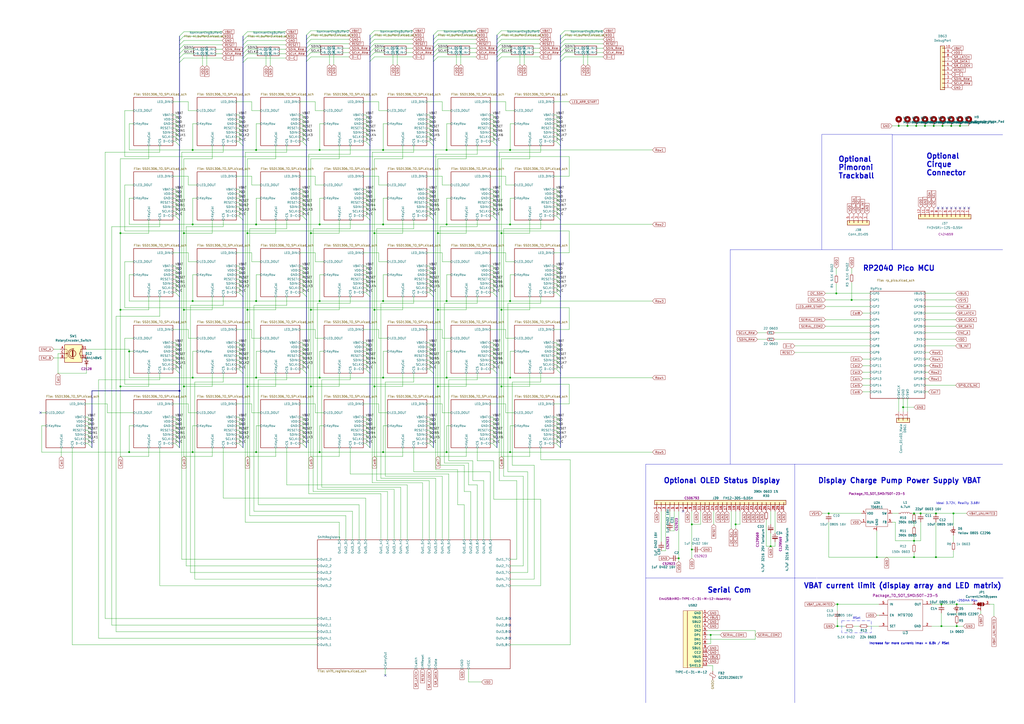
<source format=kicad_sch>
(kicad_sch (version 20230121) (generator eeschema)
  (paper "A2")
  (title_block (title "PolyKybd Split R") (date "2023-03-09") (rev "2"))
  (junction (at 259.08 219.075))
  (junction (at 104.14 226.695))
  (junction (at 185.42 130.175))
  (junction (at 546.1 363.22))
  (junction (at 69.85 224.155))
  (junction (at 148.59 130.175))
  (junction (at 401.32 304.165))
  (junction (at 401.32 318.77))
  (junction (at 534.035 297.815))
  (junction (at 523.875 236.22))
  (junction (at 290.83 179.705))
  (junction (at 217.17 224.155))
  (junction (at 412.242 368.3))
  (junction (at 222.25 130.175))
  (junction (at 106.68 224.155))
  (junction (at 69.85 135.255))
  (junction (at 69.85 179.705))
  (junction (at 530.225 297.815))
  (junction (at 222.25 219.075))
  (junction (at 447.04 316.865))
  (junction (at 542.925 323.215))
  (junction (at 111.76 86.995))
  (junction (at 148.59 262.255))
  (junction (at 536.575 73.025))
  (junction (at 222.25 86.995))
  (junction (at 148.59 219.075))
  (junction (at 222.25 174.625))
  (junction (at 290.83 224.155))
  (junction (at 485.775 363.22))
  (junction (at 290.83 135.255))
  (junction (at 185.42 86.995))
  (junction (at 551.815 73.025))
  (junction (at 521.335 73.025))
  (junction (at 546.735 73.025))
  (junction (at 254 135.255))
  (junction (at 485.14 170.18))
  (junction (at 541.655 73.025))
  (junction (at 295.91 130.175))
  (junction (at 530.225 323.215))
  (junction (at 553.085 297.815))
  (junction (at 180.34 179.705))
  (junction (at 111.76 219.075))
  (junction (at 259.08 262.255))
  (junction (at 148.59 174.625))
  (junction (at 185.42 174.625))
  (junction (at 393.7 323.85))
  (junction (at 426.72 304.165))
  (junction (at 530.225 313.69))
  (junction (at 143.51 224.155))
  (junction (at 295.91 262.255))
  (junction (at 295.91 86.995))
  (junction (at 485.775 350.52))
  (junction (at 508.635 323.215))
  (junction (at 295.91 219.075))
  (junction (at 111.76 174.625))
  (junction (at 254 179.705))
  (junction (at 295.91 174.625))
  (junction (at 259.08 86.995))
  (junction (at 259.08 130.175))
  (junction (at 106.68 179.705))
  (junction (at 254 224.155))
  (junction (at 554.99 363.22))
  (junction (at 185.42 262.255))
  (junction (at 148.59 86.995))
  (junction (at 526.415 73.025))
  (junction (at 217.17 179.705))
  (junction (at 222.25 262.255))
  (junction (at 111.76 130.175))
  (junction (at 74.93 203.835))
  (junction (at 494.03 173.99))
  (junction (at 185.42 219.075))
  (junction (at 546.1 350.52))
  (junction (at 180.34 135.255))
  (junction (at 143.51 179.705))
  (junction (at 480.695 297.815))
  (junction (at 143.51 135.255))
  (junction (at 180.34 224.155))
  (junction (at 111.76 262.255))
  (junction (at 106.68 135.255))
  (junction (at 217.17 135.255))
  (junction (at 531.495 73.025))
  (junction (at 259.08 174.625))
  (junction (at 556.895 73.025))
  (junction (at 554.99 350.52))
  (junction (at 542.925 297.815))
  (junction (at 74.93 262.255))
  (no_connect (at 23.495 239.395))
  (no_connect (at 295.91 358.775))
  (no_connect (at 295.91 362.585))
  (no_connect (at 295.91 366.395))
  (no_connect (at 295.91 370.205))
  (no_connect (at 396.24 296.545))
  (no_connect (at 223.52 391.795))
  (no_connect (at 544.195 120.65))
  (no_connect (at 561.975 120.65))
  (no_connect (at 559.435 120.65))
  (no_connect (at 551.815 120.65))
  (no_connect (at 549.275 120.65))
  (no_connect (at 546.735 120.65))
  (no_connect (at 556.895 120.65))
  (no_connect (at 554.355 120.65))
  (bus_entry (at 285.75 213.995) (size 2.54 2.54))
  (bus_entry (at 285.75 203.835) (size 2.54 2.54))
  (bus_entry (at 212.09 254.635) (size 2.54 2.54))
  (bus_entry (at 248.92 66.675) (size 2.54 2.54))
  (bus_entry (at 101.6 117.475) (size 2.54 2.54))
  (bus_entry (at 322.58 76.835) (size 2.54 2.54))
  (bus_entry (at 138.43 71.755) (size 2.54 2.54))
  (bus_entry (at 175.26 247.015) (size 2.54 2.54))
  (bus_entry (at 325.12 22.86) (size 2.54 -2.54))
  (bus_entry (at 50.8 244.475) (size 2.54 2.54))
  (bus_entry (at 322.58 120.015) (size 2.54 2.54))
  (bus_entry (at 50.8 247.015) (size 2.54 2.54))
  (bus_entry (at 248.92 161.925) (size 2.54 2.54))
  (bus_entry (at 212.09 203.835) (size 2.54 2.54))
  (bus_entry (at 285.75 254.635) (size 2.54 2.54))
  (bus_entry (at 138.43 81.915) (size 2.54 2.54))
  (bus_entry (at 101.6 112.395) (size 2.54 2.54))
  (bus_entry (at 101.6 156.845) (size 2.54 2.54))
  (bus_entry (at 212.09 74.295) (size 2.54 2.54))
  (bus_entry (at 138.43 203.835) (size 2.54 2.54))
  (bus_entry (at 140.97 26.035) (size 2.54 -2.54))
  (bus_entry (at 101.6 208.915) (size 2.54 2.54))
  (bus_entry (at 322.58 201.295) (size 2.54 2.54))
  (bus_entry (at 248.92 156.845) (size 2.54 2.54))
  (bus_entry (at 285.75 241.935) (size 2.54 2.54))
  (bus_entry (at 177.8 20.32) (size 2.54 -2.54))
  (bus_entry (at 248.92 120.015) (size 2.54 2.54))
  (bus_entry (at 175.26 76.835) (size 2.54 2.54))
  (bus_entry (at 177.8 22.86) (size 2.54 -2.54))
  (bus_entry (at 212.09 206.375) (size 2.54 2.54))
  (bus_entry (at 285.75 125.095) (size 2.54 2.54))
  (bus_entry (at 322.58 81.915) (size 2.54 2.54))
  (bus_entry (at 285.75 109.855) (size 2.54 2.54))
  (bus_entry (at 248.92 76.835) (size 2.54 2.54))
  (bus_entry (at 177.8 33.02) (size 2.54 -2.54))
  (bus_entry (at 322.58 66.675) (size 2.54 2.54))
  (bus_entry (at 212.09 69.215) (size 2.54 2.54))
  (bus_entry (at 248.92 114.935) (size 2.54 2.54))
  (bus_entry (at 101.6 114.935) (size 2.54 2.54))
  (bus_entry (at 212.09 244.475) (size 2.54 2.54))
  (bus_entry (at 138.43 69.215) (size 2.54 2.54))
  (bus_entry (at 214.63 22.86) (size 2.54 -2.54))
  (bus_entry (at 322.58 112.395) (size 2.54 2.54))
  (bus_entry (at 212.09 112.395) (size 2.54 2.54))
  (bus_entry (at 212.09 71.755) (size 2.54 2.54))
  (bus_entry (at 285.75 112.395) (size 2.54 2.54))
  (bus_entry (at 322.58 257.175) (size 2.54 2.54))
  (bus_entry (at 175.26 112.395) (size 2.54 2.54))
  (bus_entry (at 101.6 211.455) (size 2.54 2.54))
  (bus_entry (at 175.26 161.925) (size 2.54 2.54))
  (bus_entry (at 285.75 198.755) (size 2.54 2.54))
  (bus_entry (at 138.43 211.455) (size 2.54 2.54))
  (bus_entry (at 212.09 257.175) (size 2.54 2.54))
  (bus_entry (at 212.09 122.555) (size 2.54 2.54))
  (bus_entry (at 248.92 109.855) (size 2.54 2.54))
  (bus_entry (at 322.58 71.755) (size 2.54 2.54))
  (bus_entry (at 175.26 249.555) (size 2.54 2.54))
  (bus_entry (at 212.09 161.925) (size 2.54 2.54))
  (bus_entry (at 322.58 125.095) (size 2.54 2.54))
  (bus_entry (at 325.12 33.02) (size 2.54 -2.54))
  (bus_entry (at 285.75 161.925) (size 2.54 2.54))
  (bus_entry (at 175.26 252.095) (size 2.54 2.54))
  (bus_entry (at 285.75 244.475) (size 2.54 2.54))
  (bus_entry (at 212.09 169.545) (size 2.54 2.54))
  (bus_entry (at 212.09 76.835) (size 2.54 2.54))
  (bus_entry (at 138.43 206.375) (size 2.54 2.54))
  (bus_entry (at 138.43 252.095) (size 2.54 2.54))
  (bus_entry (at 322.58 167.005) (size 2.54 2.54))
  (bus_entry (at 248.92 117.475) (size 2.54 2.54))
  (bus_entry (at 248.92 79.375) (size 2.54 2.54))
  (bus_entry (at 138.43 201.295) (size 2.54 2.54))
  (bus_entry (at 177.8 30.48) (size 2.54 -2.54))
  (bus_entry (at 175.26 206.375) (size 2.54 2.54))
  (bus_entry (at 285.75 117.475) (size 2.54 2.54))
  (bus_entry (at 50.8 241.935) (size 2.54 2.54))
  (bus_entry (at 248.92 249.555) (size 2.54 2.54))
  (bus_entry (at 251.46 20.32) (size 2.54 -2.54))
  (bus_entry (at 138.43 74.295) (size 2.54 2.54))
  (bus_entry (at 104.14 33.655) (size 2.54 -2.54))
  (bus_entry (at 248.92 122.555) (size 2.54 2.54))
  (bus_entry (at 322.58 203.835) (size 2.54 2.54))
  (bus_entry (at 285.75 252.095) (size 2.54 2.54))
  (bus_entry (at 138.43 76.835) (size 2.54 2.54))
  (bus_entry (at 101.6 154.305) (size 2.54 2.54))
  (bus_entry (at 104.14 28.575) (size 2.54 -2.54))
  (bus_entry (at 322.58 74.295) (size 2.54 2.54))
  (bus_entry (at 285.75 167.005) (size 2.54 2.54))
  (bus_entry (at 175.26 66.675) (size 2.54 2.54))
  (bus_entry (at 175.26 257.175) (size 2.54 2.54))
  (bus_entry (at 322.58 117.475) (size 2.54 2.54))
  (bus_entry (at 322.58 249.555) (size 2.54 2.54))
  (bus_entry (at 322.58 114.935) (size 2.54 2.54))
  (bus_entry (at 138.43 244.475) (size 2.54 2.54))
  (bus_entry (at 175.26 81.915) (size 2.54 2.54))
  (bus_entry (at 248.92 198.755) (size 2.54 2.54))
  (bus_entry (at 175.26 125.095) (size 2.54 2.54))
  (bus_entry (at 248.92 154.305) (size 2.54 2.54))
  (bus_entry (at 322.58 241.935) (size 2.54 2.54))
  (bus_entry (at 177.8 25.4) (size 2.54 -2.54))
  (bus_entry (at 248.92 71.755) (size 2.54 2.54))
  (bus_entry (at 101.6 109.855) (size 2.54 2.54))
  (bus_entry (at 212.09 156.845) (size 2.54 2.54))
  (bus_entry (at 101.6 167.005) (size 2.54 2.54))
  (bus_entry (at 50.8 252.095) (size 2.54 2.54))
  (bus_entry (at 138.43 257.175) (size 2.54 2.54))
  (bus_entry (at 285.75 81.915) (size 2.54 2.54))
  (bus_entry (at 212.09 252.095) (size 2.54 2.54))
  (bus_entry (at 175.26 241.935) (size 2.54 2.54))
  (bus_entry (at 212.09 154.305) (size 2.54 2.54))
  (bus_entry (at 104.14 26.035) (size 2.54 -2.54))
  (bus_entry (at 285.75 169.545) (size 2.54 2.54))
  (bus_entry (at 104.14 23.495) (size 2.54 -2.54))
  (bus_entry (at 288.29 35.56) (size 2.54 -2.54))
  (bus_entry (at 322.58 164.465) (size 2.54 2.54))
  (bus_entry (at 138.43 122.555) (size 2.54 2.54))
  (bus_entry (at 175.26 114.935) (size 2.54 2.54))
  (bus_entry (at 175.26 122.555) (size 2.54 2.54))
  (bus_entry (at 285.75 76.835) (size 2.54 2.54))
  (bus_entry (at 140.97 36.195) (size 2.54 -2.54))
  (bus_entry (at 138.43 79.375) (size 2.54 2.54))
  (bus_entry (at 101.6 241.935) (size 2.54 2.54))
  (bus_entry (at 140.97 23.495) (size 2.54 -2.54))
  (bus_entry (at 212.09 208.915) (size 2.54 2.54))
  (bus_entry (at 285.75 69.215) (size 2.54 2.54))
  (bus_entry (at 212.09 198.755) (size 2.54 2.54))
  (bus_entry (at 212.09 247.015) (size 2.54 2.54))
  (bus_entry (at 138.43 114.935) (size 2.54 2.54))
  (bus_entry (at 322.58 206.375) (size 2.54 2.54))
  (bus_entry (at 325.12 20.32) (size 2.54 -2.54))
  (bus_entry (at 138.43 117.475) (size 2.54 2.54))
  (bus_entry (at 322.58 211.455) (size 2.54 2.54))
  (bus_entry (at 175.26 208.915) (size 2.54 2.54))
  (bus_entry (at 138.43 254.635) (size 2.54 2.54))
  (bus_entry (at 175.26 254.635) (size 2.54 2.54))
  (bus_entry (at 212.09 120.015) (size 2.54 2.54))
  (bus_entry (at 138.43 213.995) (size 2.54 2.54))
  (bus_entry (at 138.43 112.395) (size 2.54 2.54))
  (bus_entry (at 214.63 30.48) (size 2.54 -2.54))
  (bus_entry (at 175.26 203.835) (size 2.54 2.54))
  (bus_entry (at 138.43 249.555) (size 2.54 2.54))
  (bus_entry (at 248.92 74.295) (size 2.54 2.54))
  (bus_entry (at 140.97 33.655) (size 2.54 -2.54))
  (bus_entry (at 50.8 249.555) (size 2.54 2.54))
  (bus_entry (at 322.58 69.215) (size 2.54 2.54))
  (bus_entry (at 177.8 27.94) (size 2.54 -2.54))
  (bus_entry (at 138.43 167.005) (size 2.54 2.54))
  (bus_entry (at 322.58 213.995) (size 2.54 2.54))
  (bus_entry (at 212.09 114.935) (size 2.54 2.54))
  (bus_entry (at 288.29 30.48) (size 2.54 -2.54))
  (bus_entry (at 104.14 36.195) (size 2.54 -2.54))
  (bus_entry (at 214.63 20.32) (size 2.54 -2.54))
  (bus_entry (at 212.09 167.005) (size 2.54 2.54))
  (bus_entry (at 248.92 159.385) (size 2.54 2.54))
  (bus_entry (at 285.75 66.675) (size 2.54 2.54))
  (bus_entry (at 288.29 33.02) (size 2.54 -2.54))
  (bus_entry (at 175.26 198.755) (size 2.54 2.54))
  (bus_entry (at 138.43 154.305) (size 2.54 2.54))
  (bus_entry (at 322.58 254.635) (size 2.54 2.54))
  (bus_entry (at 248.92 169.545) (size 2.54 2.54))
  (bus_entry (at 175.26 120.015) (size 2.54 2.54))
  (bus_entry (at 248.92 206.375) (size 2.54 2.54))
  (bus_entry (at 101.6 249.555) (size 2.54 2.54))
  (bus_entry (at 248.92 213.995) (size 2.54 2.54))
  (bus_entry (at 248.92 244.475) (size 2.54 2.54))
  (bus_entry (at 212.09 66.675) (size 2.54 2.54))
  (bus_entry (at 175.26 213.995) (size 2.54 2.54))
  (bus_entry (at 322.58 208.915) (size 2.54 2.54))
  (bus_entry (at 288.29 25.4) (size 2.54 -2.54))
  (bus_entry (at 322.58 154.305) (size 2.54 2.54))
  (bus_entry (at 322.58 244.475) (size 2.54 2.54))
  (bus_entry (at 248.92 164.465) (size 2.54 2.54))
  (bus_entry (at 212.09 211.455) (size 2.54 2.54))
  (bus_entry (at 322.58 198.755) (size 2.54 2.54))
  (bus_entry (at 175.26 169.545) (size 2.54 2.54))
  (bus_entry (at 104.14 31.115) (size 2.54 -2.54))
  (bus_entry (at 322.58 169.545) (size 2.54 2.54))
  (bus_entry (at 248.92 247.015) (size 2.54 2.54))
  (bus_entry (at 285.75 206.375) (size 2.54 2.54))
  (bus_entry (at 214.63 25.4) (size 2.54 -2.54))
  (bus_entry (at 175.26 201.295) (size 2.54 2.54))
  (bus_entry (at 212.09 213.995) (size 2.54 2.54))
  (bus_entry (at 325.12 25.4) (size 2.54 -2.54))
  (bus_entry (at 285.75 156.845) (size 2.54 2.54))
  (bus_entry (at 101.6 247.015) (size 2.54 2.54))
  (bus_entry (at 138.43 198.755) (size 2.54 2.54))
  (bus_entry (at 248.92 254.635) (size 2.54 2.54))
  (bus_entry (at 138.43 247.015) (size 2.54 2.54))
  (bus_entry (at 138.43 169.545) (size 2.54 2.54))
  (bus_entry (at 248.92 203.835) (size 2.54 2.54))
  (bus_entry (at 101.6 164.465) (size 2.54 2.54))
  (bus_entry (at 140.97 31.115) (size 2.54 -2.54))
  (bus_entry (at 248.92 257.175) (size 2.54 2.54))
  (bus_entry (at 285.75 164.465) (size 2.54 2.54))
  (bus_entry (at 138.43 66.675) (size 2.54 2.54))
  (bus_entry (at 248.92 112.395) (size 2.54 2.54))
  (bus_entry (at 214.63 27.94) (size 2.54 -2.54))
  (bus_entry (at 288.29 20.32) (size 2.54 -2.54))
  (bus_entry (at 175.26 211.455) (size 2.54 2.54))
  (bus_entry (at 101.6 252.095) (size 2.54 2.54))
  (bus_entry (at 285.75 120.015) (size 2.54 2.54))
  (bus_entry (at 175.26 109.855) (size 2.54 2.54))
  (bus_entry (at 138.43 156.845) (size 2.54 2.54))
  (bus_entry (at 175.26 74.295) (size 2.54 2.54))
  (bus_entry (at 251.46 22.86) (size 2.54 -2.54))
  (bus_entry (at 101.6 122.555) (size 2.54 2.54))
  (bus_entry (at 212.09 249.555) (size 2.54 2.54))
  (bus_entry (at 322.58 79.375) (size 2.54 2.54))
  (bus_entry (at 248.92 125.095) (size 2.54 2.54))
  (bus_entry (at 104.14 20.955) (size 2.54 -2.54))
  (bus_entry (at 288.29 27.94) (size 2.54 -2.54))
  (bus_entry (at 285.75 122.555) (size 2.54 2.54))
  (bus_entry (at 101.6 161.925) (size 2.54 2.54))
  (bus_entry (at 212.09 79.375) (size 2.54 2.54))
  (bus_entry (at 285.75 201.295) (size 2.54 2.54))
  (bus_entry (at 322.58 247.015) (size 2.54 2.54))
  (bus_entry (at 175.26 164.465) (size 2.54 2.54))
  (bus_entry (at 101.6 125.095) (size 2.54 2.54))
  (bus_entry (at 322.58 156.845) (size 2.54 2.54))
  (bus_entry (at 285.75 208.915) (size 2.54 2.54))
  (bus_entry (at 175.26 167.005) (size 2.54 2.54))
  (bus_entry (at 212.09 164.465) (size 2.54 2.54))
  (bus_entry (at 248.92 167.005) (size 2.54 2.54))
  (bus_entry (at 251.46 30.48) (size 2.54 -2.54))
  (bus_entry (at 175.26 71.755) (size 2.54 2.54))
  (bus_entry (at 212.09 241.935) (size 2.54 2.54))
  (bus_entry (at 138.43 161.925) (size 2.54 2.54))
  (bus_entry (at 251.46 35.56) (size 2.54 -2.54))
  (bus_entry (at 212.09 201.295) (size 2.54 2.54))
  (bus_entry (at 285.75 74.295) (size 2.54 2.54))
  (bus_entry (at 285.75 211.455) (size 2.54 2.54))
  (bus_entry (at 138.43 208.915) (size 2.54 2.54))
  (bus_entry (at 248.92 81.915) (size 2.54 2.54))
  (bus_entry (at 101.6 79.375) (size 2.54 2.54))
  (bus_entry (at 101.6 81.915) (size 2.54 2.54))
  (bus_entry (at 101.6 74.295) (size 2.54 2.54))
  (bus_entry (at 101.6 76.835) (size 2.54 2.54))
  (bus_entry (at 101.6 69.215) (size 2.54 2.54))
  (bus_entry (at 101.6 71.755) (size 2.54 2.54))
  (bus_entry (at 101.6 66.675) (size 2.54 2.54))
  (bus_entry (at 285.75 114.935) (size 2.54 2.54))
  (bus_entry (at 175.26 159.385) (size 2.54 2.54))
  (bus_entry (at 140.97 28.575) (size 2.54 -2.54))
  (bus_entry (at 285.75 247.015) (size 2.54 2.54))
  (bus_entry (at 101.6 120.015) (size 2.54 2.54))
  (bus_entry (at 212.09 125.095) (size 2.54 2.54))
  (bus_entry (at 175.26 154.305) (size 2.54 2.54))
  (bus_entry (at 285.75 159.385) (size 2.54 2.54))
  (bus_entry (at 140.97 20.955) (size 2.54 -2.54))
  (bus_entry (at 288.29 22.86) (size 2.54 -2.54))
  (bus_entry (at 285.75 154.305) (size 2.54 2.54))
  (bus_entry (at 138.43 125.095) (size 2.54 2.54))
  (bus_entry (at 101.6 169.545) (size 2.54 2.54))
  (bus_entry (at 175.26 244.475) (size 2.54 2.54))
  (bus_entry (at 285.75 257.175) (size 2.54 2.54))
  (bus_entry (at 101.6 213.995) (size 2.54 2.54))
  (bus_entry (at 177.8 35.56) (size 2.54 -2.54))
  (bus_entry (at 138.43 109.855) (size 2.54 2.54))
  (bus_entry (at 285.75 79.375) (size 2.54 2.54))
  (bus_entry (at 322.58 161.925) (size 2.54 2.54))
  (bus_entry (at 248.92 252.095) (size 2.54 2.54))
  (bus_entry (at 138.43 164.465) (size 2.54 2.54))
  (bus_entry (at 248.92 201.295) (size 2.54 2.54))
  (bus_entry (at 285.75 249.555) (size 2.54 2.54))
  (bus_entry (at 101.6 159.385) (size 2.54 2.54))
  (bus_entry (at 138.43 241.935) (size 2.54 2.54))
  (bus_entry (at 322.58 159.385) (size 2.54 2.54))
  (bus_entry (at 322.58 252.095) (size 2.54 2.54))
  (bus_entry (at 214.63 35.56) (size 2.54 -2.54))
  (bus_entry (at 325.12 30.48) (size 2.54 -2.54))
  (bus_entry (at 285.75 71.755) (size 2.54 2.54))
  (bus_entry (at 175.26 117.475) (size 2.54 2.54))
  (bus_entry (at 101.6 198.755) (size 2.54 2.54))
  (bus_entry (at 50.8 257.175) (size 2.54 2.54))
  (bus_entry (at 248.92 211.455) (size 2.54 2.54))
  (bus_entry (at 50.8 254.635) (size 2.54 2.54))
  (bus_entry (at 101.6 257.175) (size 2.54 2.54))
  (bus_entry (at 175.26 79.375) (size 2.54 2.54))
  (bus_entry (at 248.92 241.935) (size 2.54 2.54))
  (bus_entry (at 212.09 109.855) (size 2.54 2.54))
  (bus_entry (at 248.92 208.915) (size 2.54 2.54))
  (bus_entry (at 212.09 117.475) (size 2.54 2.54))
  (bus_entry (at 251.46 33.02) (size 2.54 -2.54))
  (bus_entry (at 322.58 122.555) (size 2.54 2.54))
  (bus_entry (at 214.63 33.02) (size 2.54 -2.54))
  (bus_entry (at 248.92 69.215) (size 2.54 2.54))
  (bus_entry (at 101.6 201.295) (size 2.54 2.54))
  (bus_entry (at 322.58 109.855) (size 2.54 2.54))
  (bus_entry (at 325.12 27.94) (size 2.54 -2.54))
  (bus_entry (at 212.09 159.385) (size 2.54 2.54))
  (bus_entry (at 101.6 206.375) (size 2.54 2.54))
  (bus_entry (at 251.46 25.4) (size 2.54 -2.54))
  (bus_entry (at 101.6 203.835) (size 2.54 2.54))
  (bus_entry (at 138.43 159.385) (size 2.54 2.54))
  (bus_entry (at 212.09 81.915) (size 2.54 2.54))
  (bus_entry (at 251.46 27.94) (size 2.54 -2.54))
  (bus_entry (at 175.26 69.215) (size 2.54 2.54))
  (bus_entry (at 138.43 120.015) (size 2.54 2.54))
  (bus_entry (at 325.12 35.56) (size 2.54 -2.54))
  (bus_entry (at 101.6 244.475) (size 2.54 2.54))
  (bus_entry (at 175.26 156.845) (size 2.54 2.54))
  (bus_entry (at 101.6 254.635) (size 2.54 2.54))
  (wire (pts (xy 447.04 316.865) (xy 449.58 316.865)))
  (wire (pts (xy 173.99 247.015) (xy 175.26 247.015)))
  (wire (pts (xy 295.91 159.385) (xy 298.45 159.385)))
  (bus (pts (xy 140.97 26.035) (xy 140.97 28.575)))
  (bus (pts (xy 104.14 117.475) (xy 104.14 114.935)))
  (wire (pts (xy 86.36 264.795) (xy 86.36 259.715)))
  (wire (pts (xy 173.99 254.635) (xy 175.26 254.635)))
  (wire (pts (xy 173.99 120.015) (xy 175.26 120.015)))
  (wire (pts (xy 330.2 178.435) (xy 330.2 191.135)))
  (bus (pts (xy 288.29 35.56) (xy 288.29 69.215)))
  (wire (pts (xy 187.96 107.315) (xy 182.88 107.315)))
  (wire (pts (xy 57.15 370.205) (xy 184.15 370.205)))
  (wire (pts (xy 200.66 299.085) (xy 144.78 299.085)))
  (wire (pts (xy 295.91 114.935) (xy 298.45 114.935)))
  (bus (pts (xy 140.97 247.015) (xy 140.97 244.475)))
  (wire (pts (xy 151.13 239.395) (xy 146.05 239.395)))
  (wire (pts (xy 295.91 174.625) (xy 378.46 174.625)))
  (wire (pts (xy 109.22 239.395) (xy 109.22 234.315)))
  (bus (pts (xy 104.14 211.455) (xy 104.14 213.995)))
  (wire (pts (xy 265.43 292.735) (xy 265.43 272.415)))
  (wire (pts (xy 224.79 151.765) (xy 219.71 151.765)))
  (wire (pts (xy 478.79 185.42) (xy 504.825 185.42)))
  (bus (pts (xy 251.46 213.995) (xy 251.46 211.455)))
  (wire (pts (xy 187.96 196.215) (xy 182.88 196.215)))
  (wire (pts (xy 309.245 30.48) (xy 313.055 30.48)))
  (wire (pts (xy 92.71 216.535) (xy 92.71 220.345)))
  (wire (pts (xy 412.242 368.3) (xy 417.83 368.3)))
  (bus (pts (xy 53.34 226.695) (xy 53.34 244.475)))
  (bus (pts (xy 104.14 252.095) (xy 104.14 249.555)))
  (wire (pts (xy 327.66 25.4) (xy 349.885 25.4)))
  (wire (pts (xy 247.65 249.555) (xy 248.92 249.555)))
  (wire (pts (xy 74.93 219.075) (xy 111.76 219.075)))
  (wire (pts (xy 290.83 264.795) (xy 307.34 264.795)))
  (wire (pts (xy 137.16 247.015) (xy 138.43 247.015)))
  (wire (pts (xy 180.34 22.86) (xy 202.565 22.86)))
  (bus (pts (xy 104.14 36.195) (xy 104.14 69.215)))
  (bus (pts (xy 251.46 84.455) (xy 251.46 112.395)))
  (wire (pts (xy 160.02 179.705) (xy 143.51 179.705)))
  (wire (pts (xy 186.69 220.345) (xy 203.2 220.345)))
  (bus (pts (xy 177.8 20.32) (xy 177.8 22.86)))
  (bus (pts (xy 288.29 33.02) (xy 288.29 35.56)))
  (wire (pts (xy 72.39 90.805) (xy 330.2 90.805)))
  (bus (pts (xy 104.14 81.915) (xy 104.14 79.375)))
  (bus (pts (xy 104.14 226.695) (xy 104.14 244.475)))
  (wire (pts (xy 292.1 132.715) (xy 313.69 132.715)))
  (wire (pts (xy 100.33 203.835) (xy 101.6 203.835)))
  (wire (pts (xy 173.99 159.385) (xy 175.26 159.385)))
  (wire (pts (xy 186.69 282.575) (xy 186.69 220.345)))
  (bus (pts (xy 177.8 206.375) (xy 177.8 208.915)))
  (wire (pts (xy 137.16 234.315) (xy 146.05 234.315)))
  (wire (pts (xy 210.82 109.855) (xy 212.09 109.855)))
  (wire (pts (xy 321.31 241.935) (xy 322.58 241.935)))
  (wire (pts (xy 185.42 71.755) (xy 187.96 71.755)))
  (bus (pts (xy 325.12 22.86) (xy 325.12 25.4)))
  (wire (pts (xy 410.21 368.3) (xy 412.242 368.3)))
  (bus (pts (xy 104.14 117.475) (xy 104.14 120.015)))
  (bus (pts (xy 325.12 211.455) (xy 325.12 208.915)))
  (bus (pts (xy 140.97 125.095) (xy 140.97 122.555)))
  (bus (pts (xy 177.8 257.175) (xy 177.8 254.635)))
  (wire (pts (xy 77.47 107.315) (xy 72.39 107.315)))
  (wire (pts (xy 210.82 203.835) (xy 212.09 203.835)))
  (wire (pts (xy 406.4 304.165) (xy 401.32 304.165)))
  (wire (pts (xy 111.76 203.835) (xy 114.3 203.835)))
  (wire (pts (xy 210.82 114.935) (xy 212.09 114.935)))
  (wire (pts (xy 173.99 206.375) (xy 175.26 206.375)))
  (wire (pts (xy 100.33 234.315) (xy 109.22 234.315)))
  (bus (pts (xy 140.97 203.835) (xy 140.97 206.375)))
  (bus (pts (xy 251.46 125.095) (xy 251.46 122.555)))
  (wire (pts (xy 254 30.48) (xy 259.715 30.48)))
  (wire (pts (xy 292.1 276.225) (xy 292.1 132.715)))
  (wire (pts (xy 248.92 278.765) (xy 218.44 278.765)))
  (bus (pts (xy 214.63 122.555) (xy 214.63 120.015)))
  (bus (pts (xy 214.63 169.545) (xy 214.63 167.005)))
  (wire (pts (xy 23.495 239.395) (xy 26.67 239.395)))
  (wire (pts (xy 270.51 264.795) (xy 270.51 259.715)))
  (wire (pts (xy 530.225 297.815) (xy 534.035 297.815)))
  (wire (pts (xy 210.82 247.015) (xy 212.09 247.015)))
  (wire (pts (xy 247.65 208.915) (xy 248.92 208.915)))
  (bus (pts (xy 104.14 84.455) (xy 104.14 112.395)))
  (polyline (pts (xy 374.65 335.28) (xy 374.65 407.67)))
  (wire (pts (xy 222.25 247.015) (xy 222.25 262.255)))
  (bus (pts (xy 214.63 206.375) (xy 214.63 203.835)))
  (wire (pts (xy 551.815 73.025) (xy 556.895 73.025)))
  (wire (pts (xy 284.48 201.295) (xy 285.75 201.295)))
  (wire (pts (xy 166.37 220.345) (xy 166.37 216.535)))
  (wire (pts (xy 129.54 288.925) (xy 212.09 288.925)))
  (bus (pts (xy 214.63 213.995) (xy 214.63 216.535)))
  (wire (pts (xy 210.82 244.475) (xy 212.09 244.475)))
  (wire (pts (xy 220.98 175.895) (xy 240.03 175.895)))
  (wire (pts (xy 137.16 74.295) (xy 138.43 74.295)))
  (wire (pts (xy 284.48 122.555) (xy 285.75 122.555)))
  (wire (pts (xy 254 224.155) (xy 254 264.795)))
  (wire (pts (xy 173.99 69.215) (xy 175.26 69.215)))
  (wire (pts (xy 33.655 205.105) (xy 33.655 216.535)))
  (wire (pts (xy 106.68 18.415) (xy 128.905 18.415)))
  (wire (pts (xy 426.72 296.545) (xy 426.72 304.165)))
  (bus (pts (xy 177.8 22.86) (xy 177.8 25.4)))
  (wire (pts (xy 261.62 196.215) (xy 256.54 196.215)))
  (bus (pts (xy 177.8 208.915) (xy 177.8 211.455)))
  (wire (pts (xy 401.32 304.165) (xy 401.32 318.77)))
  (bus (pts (xy 214.63 203.835) (xy 214.63 201.295)))
  (wire (pts (xy 259.08 219.075) (xy 295.91 219.075)))
  (bus (pts (xy 251.46 81.915) (xy 251.46 79.375)))
  (wire (pts (xy 217.17 33.02) (xy 239.395 33.02)))
  (wire (pts (xy 290.83 92.075) (xy 290.83 135.255)))
  (wire (pts (xy 500.38 181.61) (xy 504.825 181.61)))
  (wire (pts (xy 210.82 159.385) (xy 212.09 159.385)))
  (bus (pts (xy 104.14 79.375) (xy 104.14 76.835)))
  (bus (pts (xy 177.8 167.005) (xy 177.8 169.545)))
  (bus (pts (xy 251.46 161.925) (xy 251.46 159.385)))
  (wire (pts (xy 247.65 213.995) (xy 248.92 213.995)))
  (bus (pts (xy 214.63 159.385) (xy 214.63 156.845)))
  (wire (pts (xy 256.54 239.395) (xy 256.54 234.315)))
  (wire (pts (xy 546.735 73.025) (xy 551.815 73.025)))
  (bus (pts (xy 177.8 114.935) (xy 177.8 112.395)))
  (wire (pts (xy 137.16 208.915) (xy 138.43 208.915)))
  (bus (pts (xy 325.12 172.085) (xy 325.12 169.545)))
  (wire (pts (xy 180.34 224.155) (xy 180.34 264.795)))
  (wire (pts (xy 100.33 66.675) (xy 101.6 66.675)))
  (wire (pts (xy 210.82 254.635) (xy 212.09 254.635)))
  (wire (pts (xy 148.59 114.935) (xy 148.59 130.175)))
  (bus (pts (xy 251.46 127.635) (xy 251.46 156.845)))
  (wire (pts (xy 100.33 213.995) (xy 101.6 213.995)))
  (wire (pts (xy 218.44 132.715) (xy 240.03 132.715)))
  (wire (pts (xy 111.76 247.015) (xy 111.76 262.255)))
  (wire (pts (xy 173.99 198.755) (xy 175.26 198.755)))
  (wire (pts (xy 173.99 167.005) (xy 175.26 167.005)))
  (wire (pts (xy 100.33 146.685) (xy 109.22 146.685)))
  (bus (pts (xy 140.97 71.755) (xy 140.97 69.215)))
  (wire (pts (xy 222.25 130.175) (xy 259.08 130.175)))
  (wire (pts (xy 276.86 89.535) (xy 276.86 84.455)))
  (wire (pts (xy 210.82 69.215) (xy 212.09 69.215)))
  (wire (pts (xy 100.33 249.555) (xy 101.6 249.555)))
  (bus (pts (xy 140.97 74.295) (xy 140.97 71.755)))
  (wire (pts (xy 306.07 332.105) (xy 306.07 273.685)))
  (wire (pts (xy 284.48 164.465) (xy 285.75 164.465)))
  (bus (pts (xy 251.46 216.535) (xy 251.46 244.475)))
  (wire (pts (xy 276.86 220.345) (xy 276.86 216.535)))
  (wire (pts (xy 536.575 215.9) (xy 538.48 215.9)))
  (wire (pts (xy 303.53 328.295) (xy 303.53 276.225)))
  (wire (pts (xy 196.85 84.455) (xy 196.85 92.075)))
  (wire (pts (xy 114.3 151.765) (xy 109.22 151.765)))
  (wire (pts (xy 161.925 31.115) (xy 165.735 31.115)))
  (wire (pts (xy 114.3 64.135) (xy 109.22 64.135)))
  (wire (pts (xy 321.31 109.855) (xy 322.58 109.855)))
  (wire (pts (xy 222.25 159.385) (xy 222.25 174.625)))
  (wire (pts (xy 74.93 130.175) (xy 111.76 130.175)))
  (wire (pts (xy 261.62 151.765) (xy 256.54 151.765)))
  (wire (pts (xy 215.9 280.035) (xy 215.9 88.265)))
  (bus (pts (xy 214.63 22.86) (xy 214.63 25.4)))
  (wire (pts (xy 223.52 221.615) (xy 240.03 221.615)))
  (wire (pts (xy 270.51 179.705) (xy 254 179.705)))
  (bus (pts (xy 251.46 172.085) (xy 251.46 169.545)))
  (wire (pts (xy 137.16 125.095) (xy 138.43 125.095)))
  (wire (pts (xy 160.02 92.075) (xy 143.51 92.075)))
  (wire (pts (xy 413.385 386.08) (xy 410.21 386.08)))
  (wire (pts (xy 321.31 191.135) (xy 330.2 191.135)))
  (wire (pts (xy 137.16 102.235) (xy 146.05 102.235)))
  (wire (pts (xy 219.71 107.315) (xy 219.71 102.235)))
  (polyline (pts (xy 461.01 335.28) (xy 461.01 407.67)))
  (wire (pts (xy 259.08 247.015) (xy 259.08 262.255)))
  (wire (pts (xy 247.65 59.055) (xy 256.54 59.055)))
  (polyline (pts (xy 423.545 269.24) (xy 423.545 144.78)))
  (wire (pts (xy 173.99 114.935) (xy 175.26 114.935)))
  (wire (pts (xy 217.17 92.075) (xy 217.17 135.255)))
  (wire (pts (xy 210.82 252.095) (xy 212.09 252.095)))
  (wire (pts (xy 269.24 292.735) (xy 265.43 292.735)))
  (bus (pts (xy 104.14 211.455) (xy 104.14 208.915)))
  (wire (pts (xy 313.69 221.615) (xy 313.69 216.535)))
  (wire (pts (xy 148.59 71.755) (xy 148.59 86.995)))
  (wire (pts (xy 521.335 73.025) (xy 526.415 73.025)))
  (wire (pts (xy 100.33 74.295) (xy 101.6 74.295)))
  (wire (pts (xy 523.875 236.22) (xy 523.875 238.76)))
  (wire (pts (xy 530.225 320.675) (xy 530.225 323.215)))
  (wire (pts (xy 217.17 224.155) (xy 217.17 264.795)))
  (wire (pts (xy 151.13 107.315) (xy 146.05 107.315)))
  (bus (pts (xy 104.14 81.915) (xy 104.14 84.455)))
  (bus (pts (xy 288.29 161.925) (xy 288.29 159.385)))
  (wire (pts (xy 74.93 114.935) (xy 74.93 130.175)))
  (wire (pts (xy 295.91 71.755) (xy 295.91 86.995)))
  (bus (pts (xy 53.34 252.095) (xy 53.34 254.635)))
  (wire (pts (xy 478.79 170.18) (xy 485.14 170.18)))
  (wire (pts (xy 304.165 31.75) (xy 304.165 37.465)))
  (wire (pts (xy 41.91 259.715) (xy 41.91 374.015)))
  (bus (pts (xy 177.8 125.095) (xy 177.8 122.555)))
  (wire (pts (xy 530.225 302.895) (xy 530.225 305.435)))
  (bus (pts (xy 288.29 81.915) (xy 288.29 84.455)))
  (wire (pts (xy 313.69 266.7) (xy 313.69 259.715)))
  (bus (pts (xy 177.8 74.295) (xy 177.8 71.755)))
  (wire (pts (xy 321.31 161.925) (xy 322.58 161.925)))
  (wire (pts (xy 100.33 117.475) (xy 101.6 117.475)))
  (wire (pts (xy 290.83 17.78) (xy 313.055 17.78)))
  (wire (pts (xy 173.99 81.915) (xy 175.26 81.915)))
  (wire (pts (xy 284.48 167.005) (xy 285.75 167.005)))
  (wire (pts (xy 187.96 64.135) (xy 182.88 64.135)))
  (wire (pts (xy 299.72 324.485) (xy 299.72 278.765)))
  (bus (pts (xy 325.12 117.475) (xy 325.12 114.935)))
  (wire (pts (xy 173.99 234.315) (xy 182.88 234.315)))
  (wire (pts (xy 60.96 88.265) (xy 92.71 88.265)))
  (wire (pts (xy 330.835 374.015) (xy 330.835 266.7)))
  (bus (pts (xy 214.63 172.085) (xy 214.63 201.295)))
  (wire (pts (xy 100.33 167.005) (xy 101.6 167.005)))
  (wire (pts (xy 148.59 130.175) (xy 185.42 130.175)))
  (wire (pts (xy 542.925 302.895) (xy 542.925 323.215)))
  (wire (pts (xy 143.51 20.955) (xy 165.735 20.955)))
  (bus (pts (xy 251.46 259.715) (xy 251.46 257.175)))
  (wire (pts (xy 541.655 73.025) (xy 546.735 73.025)))
  (wire (pts (xy 166.37 84.455) (xy 166.37 88.265)))
  (wire (pts (xy 517.525 297.815) (xy 521.335 297.815)))
  (wire (pts (xy 182.88 239.395) (xy 182.88 234.315)))
  (bus (pts (xy 288.29 169.545) (xy 288.29 167.005)))
  (wire (pts (xy 289.56 278.765) (xy 289.56 88.265)))
  (wire (pts (xy 388.62 302.895) (xy 388.62 296.545)))
  (wire (pts (xy 137.16 206.375) (xy 138.43 206.375)))
  (wire (pts (xy 284.48 76.835) (xy 285.75 76.835)))
  (wire (pts (xy 137.16 109.855) (xy 138.43 109.855)))
  (wire (pts (xy 173.99 164.465) (xy 175.26 164.465)))
  (wire (pts (xy 330.2 133.985) (xy 330.2 146.685)))
  (wire (pts (xy 252.73 89.535) (xy 276.86 89.535)))
  (wire (pts (xy 293.37 64.135) (xy 293.37 59.055)))
  (wire (pts (xy 210.82 191.135) (xy 219.71 191.135)))
  (wire (pts (xy 271.78 268.605) (xy 257.81 268.605)))
  (wire (pts (xy 160.02 264.795) (xy 160.02 259.715)))
  (wire (pts (xy 106.68 26.035) (xy 128.905 26.035)))
  (wire (pts (xy 284.48 112.395) (xy 285.75 112.395)))
  (wire (pts (xy 24.13 262.255) (xy 74.93 262.255)))
  (wire (pts (xy 247.65 234.315) (xy 256.54 234.315)))
  (wire (pts (xy 210.82 257.175) (xy 212.09 257.175)))
  (bus (pts (xy 214.63 164.465) (xy 214.63 161.925)))
  (wire (pts (xy 222.25 71.755) (xy 222.25 86.995)))
  (wire (pts (xy 284.48 234.315) (xy 293.37 234.315)))
  (wire (pts (xy 259.08 203.835) (xy 261.62 203.835)))
  (wire (pts (xy 210.82 81.915) (xy 212.09 81.915)))
  (wire (pts (xy 123.19 179.705) (xy 106.68 179.705)))
  (wire (pts (xy 247.65 114.935) (xy 248.92 114.935)))
  (wire (pts (xy 295.91 328.295) (xy 303.53 328.295)))
  (wire (pts (xy 295.91 324.485) (xy 299.72 324.485)))
  (bus (pts (xy 177.8 161.925) (xy 177.8 164.465)))
  (wire (pts (xy 219.71 151.765) (xy 219.71 146.685)))
  (wire (pts (xy 60.96 358.775) (xy 184.15 358.775)))
  (wire (pts (xy 218.44 278.765) (xy 218.44 132.715)))
  (wire (pts (xy 219.71 239.395) (xy 219.71 234.315)))
  (wire (pts (xy 203.2 274.955) (xy 260.35 274.955)))
  (wire (pts (xy 321.31 112.395) (xy 322.58 112.395)))
  (wire (pts (xy 247.65 244.475) (xy 248.92 244.475)))
  (bus (pts (xy 214.63 211.455) (xy 214.63 208.915)))
  (wire (pts (xy 309.88 269.875) (xy 297.18 269.875)))
  (wire (pts (xy 137.16 191.135) (xy 146.05 191.135)))
  (wire (pts (xy 137.16 120.015) (xy 138.43 120.015)))
  (wire (pts (xy 270.51 135.255) (xy 254 135.255)))
  (wire (pts (xy 137.16 66.675) (xy 138.43 66.675)))
  (bus (pts (xy 140.97 81.915) (xy 140.97 79.375)))
  (bus (pts (xy 288.29 84.455) (xy 288.29 112.395)))
  (bus (pts (xy 104.14 76.835) (xy 104.14 74.295)))
  (wire (pts (xy 86.36 92.075) (xy 69.85 92.075)))
  (wire (pts (xy 77.47 196.215) (xy 72.39 196.215)))
  (wire (pts (xy 143.51 135.255) (xy 143.51 179.705)))
  (wire (pts (xy 224.79 64.135) (xy 219.71 64.135)))
  (bus (pts (xy 177.8 216.535) (xy 177.8 244.475)))
  (wire (pts (xy 106.68 135.255) (xy 106.68 179.705)))
  (wire (pts (xy 137.16 164.465) (xy 138.43 164.465)))
  (wire (pts (xy 540.385 363.22) (xy 546.1 363.22)))
  (wire (pts (xy 137.16 213.995) (xy 138.43 213.995)))
  (wire (pts (xy 137.16 254.635) (xy 138.43 254.635)))
  (wire (pts (xy 284.48 257.175) (xy 285.75 257.175)))
  (wire (pts (xy 257.81 175.895) (xy 276.86 175.895)))
  (wire (pts (xy 210.82 234.315) (xy 219.71 234.315)))
  (wire (pts (xy 536.575 181.61) (xy 554.355 181.61)))
  (wire (pts (xy 74.93 159.385) (xy 77.47 159.385)))
  (wire (pts (xy 412.242 368.3) (xy 412.242 373.38)))
  (wire (pts (xy 330.2 90.805) (xy 330.2 102.235)))
  (wire (pts (xy 57.15 220.345) (xy 92.71 220.345)))
  (wire (pts (xy 261.62 64.135) (xy 256.54 64.135)))
  (wire (pts (xy 77.47 64.135) (xy 72.39 64.135)))
  (wire (pts (xy 60.96 358.775) (xy 60.96 88.265)))
  (wire (pts (xy 184.15 328.295) (xy 107.95 328.295)))
  (wire (pts (xy 260.35 267.335) (xy 260.35 220.345)))
  (bus (pts (xy 214.63 25.4) (xy 214.63 27.94)))
  (wire (pts (xy 148.59 114.935) (xy 151.13 114.935)))
  (wire (pts (xy 247.65 252.095) (xy 248.92 252.095)))
  (wire (pts (xy 321.31 234.315) (xy 330.2 234.315)))
  (wire (pts (xy 247.65 146.685) (xy 256.54 146.685)))
  (wire (pts (xy 137.16 112.395) (xy 138.43 112.395)))
  (bus (pts (xy 214.63 249.555) (xy 214.63 247.015)))
  (wire (pts (xy 321.31 71.755) (xy 322.58 71.755)))
  (wire (pts (xy 184.15 175.895) (xy 203.2 175.895)))
  (wire (pts (xy 429.26 304.165) (xy 426.72 304.165)))
  (polyline (pts (xy 473.71 335.28) (xy 374.65 335.28)))
  (wire (pts (xy 276.86 281.305) (xy 271.78 281.305)))
  (bus (pts (xy 104.14 216.535) (xy 104.14 226.695)))
  (wire (pts (xy 142.24 88.265) (xy 166.37 88.265)))
  (bus (pts (xy 214.63 114.935) (xy 214.63 112.395)))
  (wire (pts (xy 100.33 241.935) (xy 101.6 241.935)))
  (wire (pts (xy 74.93 174.625) (xy 111.76 174.625)))
  (wire (pts (xy 224.79 285.115) (xy 181.61 285.115)))
  (wire (pts (xy 114.3 239.395) (xy 109.22 239.395)))
  (wire (pts (xy 34.925 205.105) (xy 33.655 205.105)))
  (wire (pts (xy 276.86 131.445) (xy 276.86 127.635)))
  (wire (pts (xy 196.85 224.155) (xy 180.34 224.155)))
  (bus (pts (xy 140.97 84.455) (xy 140.97 112.395)))
  (wire (pts (xy 519.43 302.895) (xy 517.525 302.895)))
  (wire (pts (xy 406.4 296.545) (xy 406.4 304.165)))
  (bus (pts (xy 251.46 167.005) (xy 251.46 164.465)))
  (bus (pts (xy 177.8 127.635) (xy 177.8 156.845)))
  (wire (pts (xy 146.05 196.215) (xy 146.05 191.135)))
  (wire (pts (xy 500.38 212.09) (xy 504.825 212.09)))
  (bus (pts (xy 288.29 25.4) (xy 288.29 27.94)))
  (wire (pts (xy 49.53 244.475) (xy 50.8 244.475)))
  (bus (pts (xy 288.29 127.635) (xy 288.29 156.845)))
  (bus (pts (xy 177.8 79.375) (xy 177.8 76.835)))
  (wire (pts (xy 41.91 374.015) (xy 184.15 374.015)))
  (wire (pts (xy 100.33 164.465) (xy 101.6 164.465)))
  (wire (pts (xy 72.39 196.215) (xy 72.39 222.885)))
  (bus (pts (xy 214.63 206.375) (xy 214.63 208.915)))
  (wire (pts (xy 530.225 313.69) (xy 519.43 313.69)))
  (wire (pts (xy 160.02 84.455) (xy 160.02 92.075)))
  (wire (pts (xy 204.47 313.055) (xy 204.47 296.545)))
  (wire (pts (xy 86.36 172.085) (xy 86.36 179.705)))
  (wire (pts (xy 309.245 27.94) (xy 313.055 27.94)))
  (bus (pts (xy 251.46 22.86) (xy 251.46 25.4)))
  (wire (pts (xy 259.08 86.995) (xy 295.91 86.995)))
  (wire (pts (xy 280.67 278.765) (xy 274.32 278.765)))
  (wire (pts (xy 439.42 196.85) (xy 444.5 196.85)))
  (wire (pts (xy 321.31 198.755) (xy 322.58 198.755)))
  (wire (pts (xy 256.54 151.765) (xy 256.54 146.685)))
  (wire (pts (xy 313.69 339.725) (xy 313.69 289.56)))
  (wire (pts (xy 210.82 66.675) (xy 212.09 66.675)))
  (bus (pts (xy 177.8 169.545) (xy 177.8 172.085)))
  (wire (pts (xy 298.45 64.135) (xy 293.37 64.135)))
  (wire (pts (xy 574.04 350.52) (xy 576.58 350.52)))
  (bus (pts (xy 325.12 203.835) (xy 325.12 201.295)))
  (wire (pts (xy 49.53 252.095) (xy 50.8 252.095)))
  (wire (pts (xy 173.99 112.395) (xy 175.26 112.395)))
  (polyline (pts (xy 581.66 78.105) (xy 517.525 78.105)))
  (wire (pts (xy 148.59 174.625) (xy 185.42 174.625)))
  (wire (pts (xy 294.64 175.895) (xy 313.69 175.895)))
  (bus (pts (xy 288.29 172.085) (xy 288.29 169.545)))
  (wire (pts (xy 290.83 179.705) (xy 290.83 224.155)))
  (wire (pts (xy 233.68 135.255) (xy 217.17 135.255)))
  (bus (pts (xy 104.14 172.085) (xy 104.14 201.295)))
  (wire (pts (xy 480.695 323.215) (xy 508.635 323.215)))
  (wire (pts (xy 146.05 64.135) (xy 146.05 59.055)))
  (bus (pts (xy 104.14 254.635) (xy 104.14 252.095)))
  (wire (pts (xy 185.42 262.255) (xy 222.25 262.255)))
  (wire (pts (xy 143.51 28.575) (xy 149.225 28.575)))
  (wire (pts (xy 49.53 241.935) (xy 50.8 241.935)))
  (wire (pts (xy 330.2 59.055) (xy 321.31 59.055)))
  (wire (pts (xy 196.85 313.055) (xy 196.85 302.895)))
  (bus (pts (xy 140.97 259.715) (xy 140.97 257.175)))
  (wire (pts (xy 148.59 203.835) (xy 151.13 203.835)))
  (wire (pts (xy 484.505 350.52) (xy 485.775 350.52)))
  (wire (pts (xy 410.21 365.76) (xy 438.15 365.76)))
  (wire (pts (xy 144.78 299.085) (xy 144.78 132.715)))
  (wire (pts (xy 327.66 30.48) (xy 333.375 30.48)))
  (wire (pts (xy 233.68 127.635) (xy 233.68 135.255)))
  (bus (pts (xy 140.97 36.195) (xy 140.97 69.215)))
  (wire (pts (xy 386.08 319.405) (xy 386.08 296.545)))
  (bus (pts (xy 140.97 31.115) (xy 140.97 33.655)))
  (wire (pts (xy 69.85 179.705) (xy 69.85 224.155)))
  (wire (pts (xy 210.82 156.845) (xy 212.09 156.845)))
  (bus (pts (xy 325.12 206.375) (xy 325.12 203.835)))
  (bus (pts (xy 325.12 259.715) (xy 325.12 257.175)))
  (wire (pts (xy 198.755 27.94) (xy 202.565 27.94)))
  (wire (pts (xy 276.86 267.335) (xy 276.86 259.715)))
  (wire (pts (xy 160.02 224.155) (xy 143.51 224.155)))
  (wire (pts (xy 210.82 201.295) (xy 212.09 201.295)))
  (wire (pts (xy 553.085 310.515) (xy 553.085 314.325)))
  (bus (pts (xy 325.12 161.925) (xy 325.12 159.385)))
  (wire (pts (xy 210.82 206.375) (xy 212.09 206.375)))
  (wire (pts (xy 500.38 215.9) (xy 504.825 215.9)))
  (bus (pts (xy 251.46 84.455) (xy 251.46 81.915)))
  (bus (pts (xy 140.97 201.295) (xy 140.97 203.835)))
  (bus (pts (xy 214.63 125.095) (xy 214.63 122.555)))
  (wire (pts (xy 240.03 221.615) (xy 240.03 216.535)))
  (bus (pts (xy 140.97 120.015) (xy 140.97 117.475)))
  (bus (pts (xy 214.63 252.095) (xy 214.63 249.555)))
  (wire (pts (xy 210.82 117.475) (xy 212.09 117.475)))
  (wire (pts (xy 247.65 257.175) (xy 248.92 257.175)))
  (wire (pts (xy 284.48 146.685) (xy 293.37 146.685)))
  (wire (pts (xy 129.54 88.265) (xy 129.54 84.455)))
  (wire (pts (xy 185.42 130.175) (xy 222.25 130.175)))
  (wire (pts (xy 180.34 27.94) (xy 186.055 27.94)))
  (wire (pts (xy 217.17 25.4) (xy 239.395 25.4)))
  (bus (pts (xy 288.29 254.635) (xy 288.29 252.095)))
  (wire (pts (xy 196.85 216.535) (xy 196.85 224.155)))
  (wire (pts (xy 156.845 32.385) (xy 156.845 38.1)))
  (wire (pts (xy 69.85 224.155) (xy 69.85 264.795)))
  (wire (pts (xy 166.37 281.305) (xy 236.22 281.305)))
  (wire (pts (xy 321.31 102.235) (xy 330.2 102.235)))
  (wire (pts (xy 321.31 159.385) (xy 322.58 159.385)))
  (bus (pts (xy 325.12 76.835) (xy 325.12 79.375)))
  (bus (pts (xy 288.29 22.86) (xy 288.29 25.4)))
  (wire (pts (xy 247.65 169.545) (xy 248.92 169.545)))
  (bus (pts (xy 140.97 249.555) (xy 140.97 247.015)))
  (wire (pts (xy 106.68 28.575) (xy 112.395 28.575)))
  (wire (pts (xy 173.99 71.755) (xy 175.26 71.755)))
  (wire (pts (xy 534.035 302.895) (xy 534.035 313.69)))
  (wire (pts (xy 240.03 132.715) (xy 240.03 127.635)))
  (wire (pts (xy 297.18 269.875) (xy 297.18 221.615)))
  (wire (pts (xy 100.33 206.375) (xy 101.6 206.375)))
  (wire (pts (xy 227.965 31.75) (xy 227.965 37.465)))
  (wire (pts (xy 321.31 154.305) (xy 322.58 154.305)))
  (wire (pts (xy 259.08 130.175) (xy 295.91 130.175)))
  (wire (pts (xy 125.095 28.575) (xy 128.905 28.575)))
  (wire (pts (xy 143.51 23.495) (xy 165.735 23.495)))
  (bus (pts (xy 325.12 125.095) (xy 325.12 122.555)))
  (bus (pts (xy 288.29 252.095) (xy 288.29 249.555)))
  (wire (pts (xy 295.91 159.385) (xy 295.91 174.625)))
  (wire (pts (xy 100.33 161.925) (xy 101.6 161.925)))
  (wire (pts (xy 321.31 244.475) (xy 322.58 244.475)))
  (bus (pts (xy 251.46 117.475) (xy 251.46 114.935)))
  (wire (pts (xy 313.69 175.895) (xy 313.69 172.085)))
  (wire (pts (xy 480.695 302.895) (xy 480.695 323.215)))
  (wire (pts (xy 536.575 189.23) (xy 554.355 189.23)))
  (wire (pts (xy 100.33 109.855) (xy 101.6 109.855)))
  (wire (pts (xy 284.48 211.455) (xy 285.75 211.455)))
  (bus (pts (xy 140.97 79.375) (xy 140.97 76.835)))
  (bus (pts (xy 325.12 208.915) (xy 325.12 206.375)))
  (wire (pts (xy 273.05 313.055) (xy 273.05 285.115)))
  (wire (pts (xy 92.71 183.515) (xy 92.71 172.085)))
  (wire (pts (xy 74.93 202.565) (xy 74.93 203.835)))
  (wire (pts (xy 508.635 323.215) (xy 530.225 323.215)))
  (wire (pts (xy 247.65 71.755) (xy 248.92 71.755)))
  (bus (pts (xy 214.63 254.635) (xy 214.63 252.095)))
  (wire (pts (xy 24.13 247.015) (xy 26.67 247.015)))
  (wire (pts (xy 173.99 249.555) (xy 175.26 249.555)))
  (wire (pts (xy 106.68 224.155) (xy 106.68 264.795)))
  (wire (pts (xy 137.16 198.755) (xy 138.43 198.755)))
  (wire (pts (xy 233.68 92.075) (xy 217.17 92.075)))
  (bus (pts (xy 177.8 122.555) (xy 177.8 120.015)))
  (wire (pts (xy 185.42 247.015) (xy 187.96 247.015)))
  (bus (pts (xy 288.29 74.295) (xy 288.29 71.755)))
  (wire (pts (xy 217.17 22.86) (xy 239.395 22.86)))
  (wire (pts (xy 259.08 262.255) (xy 295.91 262.255)))
  (bus (pts (xy 288.29 167.005) (xy 288.29 164.465)))
  (bus (pts (xy 288.29 117.475) (xy 288.29 114.935)))
  (bus (pts (xy 251.46 252.095) (xy 251.46 249.555)))
  (wire (pts (xy 321.31 125.095) (xy 322.58 125.095)))
  (wire (pts (xy 517.525 73.025) (xy 521.335 73.025)))
  (bus (pts (xy 288.29 257.175) (xy 288.29 254.635)))
  (wire (pts (xy 327.66 17.78) (xy 349.885 17.78)))
  (wire (pts (xy 228.6 313.055) (xy 228.6 283.845)))
  (wire (pts (xy 217.17 135.255) (xy 217.17 179.705)))
  (bus (pts (xy 251.46 172.085) (xy 251.46 201.295)))
  (bus (pts (xy 251.46 114.935) (xy 251.46 112.395)))
  (wire (pts (xy 290.83 135.255) (xy 290.83 179.705)))
  (bus (pts (xy 140.97 167.005) (xy 140.97 169.545)))
  (wire (pts (xy 410.21 373.38) (xy 412.242 373.38)))
  (bus (pts (xy 53.34 254.635) (xy 53.34 257.175)))
  (wire (pts (xy 388.62 307.975) (xy 391.16 307.975)))
  (wire (pts (xy 100.33 59.055) (xy 109.22 59.055)))
  (wire (pts (xy 100.33 81.915) (xy 101.6 81.915)))
  (bus (pts (xy 177.8 203.835) (xy 177.8 206.375)))
  (wire (pts (xy 307.34 264.795) (xy 307.34 259.715)))
  (wire (pts (xy 100.33 208.915) (xy 101.6 208.915)))
  (wire (pts (xy 346.075 27.94) (xy 349.885 27.94)))
  (wire (pts (xy 301.625 31.75) (xy 301.625 37.465)))
  (wire (pts (xy 72.39 64.135) (xy 72.39 90.805)))
  (wire (pts (xy 215.9 88.265) (xy 240.03 88.265)))
  (bus (pts (xy 325.12 127.635) (xy 325.12 125.095)))
  (wire (pts (xy 219.71 64.135) (xy 219.71 59.055)))
  (wire (pts (xy 113.03 221.615) (xy 129.54 221.615)))
  (bus (pts (xy 104.14 125.095) (xy 104.14 122.555)))
  (wire (pts (xy 100.33 156.845) (xy 101.6 156.845)))
  (wire (pts (xy 184.15 283.845) (xy 184.15 175.895)))
  (wire (pts (xy 307.34 84.455) (xy 307.34 92.075)))
  (wire (pts (xy 536.575 227.33) (xy 538.48 227.33)))
  (wire (pts (xy 180.34 179.705) (xy 180.34 224.155)))
  (bus (pts (xy 104.14 23.495) (xy 104.14 26.035)))
  (wire (pts (xy 114.3 196.215) (xy 109.22 196.215)))
  (wire (pts (xy 476.885 297.815) (xy 480.695 297.815)))
  (wire (pts (xy 228.6 283.845) (xy 184.15 283.845)))
  (polyline (pts (xy 461.01 269.24) (xy 581.66 269.24)))
  (wire (pts (xy 233.68 84.455) (xy 233.68 92.075)))
  (wire (pts (xy 327.66 20.32) (xy 349.885 20.32)))
  (bus (pts (xy 288.29 208.915) (xy 288.29 206.375)))
  (wire (pts (xy 143.51 224.155) (xy 143.51 264.795)))
  (wire (pts (xy 338.455 31.75) (xy 338.455 37.465)))
  (bus (pts (xy 177.8 201.295) (xy 177.8 203.835)))
  (wire (pts (xy 143.51 92.075) (xy 143.51 135.255)))
  (wire (pts (xy 62.23 239.395) (xy 77.47 239.395)))
  (wire (pts (xy 290.83 30.48) (xy 296.545 30.48)))
  (bus (pts (xy 177.8 33.02) (xy 177.8 35.56)))
  (wire (pts (xy 485.775 350.52) (xy 485.775 354.33)))
  (bus (pts (xy 325.12 127.635) (xy 325.12 156.845)))
  (wire (pts (xy 321.31 164.465) (xy 322.58 164.465)))
  (wire (pts (xy 284.48 208.915) (xy 285.75 208.915)))
  (wire (pts (xy 86.36 135.255) (xy 69.85 135.255)))
  (wire (pts (xy 449.58 196.85) (xy 504.825 196.85)))
  (wire (pts (xy 33.655 216.535) (xy 50.165 216.535)))
  (bus (pts (xy 104.14 28.575) (xy 104.14 31.115)))
  (wire (pts (xy 254 27.94) (xy 259.715 27.94)))
  (wire (pts (xy 247.65 198.755) (xy 248.92 198.755)))
  (wire (pts (xy 107.95 131.445) (xy 129.54 131.445)))
  (wire (pts (xy 86.36 224.155) (xy 69.85 224.155)))
  (wire (pts (xy 196.85 302.895) (xy 142.24 302.895)))
  (bus (pts (xy 104.14 26.035) (xy 104.14 28.575)))
  (bus (pts (xy 251.46 76.835) (xy 251.46 74.295)))
  (wire (pts (xy 185.42 174.625) (xy 222.25 174.625)))
  (wire (pts (xy 284.48 81.915) (xy 285.75 81.915)))
  (wire (pts (xy 203.2 89.535) (xy 203.2 84.455)))
  (wire (pts (xy 222.25 219.075) (xy 259.08 219.075)))
  (wire (pts (xy 200.66 313.055) (xy 200.66 299.085)))
  (wire (pts (xy 69.85 92.075) (xy 69.85 135.255)))
  (wire (pts (xy 210.82 208.915) (xy 212.09 208.915)))
  (bus (pts (xy 325.12 169.545) (xy 325.12 167.005)))
  (wire (pts (xy 100.33 112.395) (xy 101.6 112.395)))
  (polyline (pts (xy 461.01 269.24) (xy 374.65 269.24)))
  (wire (pts (xy 143.51 179.705) (xy 143.51 224.155)))
  (wire (pts (xy 536.575 219.71) (xy 538.48 219.71)))
  (wire (pts (xy 100.33 247.015) (xy 101.6 247.015)))
  (bus (pts (xy 251.46 27.94) (xy 251.46 30.48)))
  (wire (pts (xy 523.875 231.14) (xy 523.875 236.22)))
  (wire (pts (xy 256.54 64.135) (xy 256.54 59.055)))
  (wire (pts (xy 330.835 266.7) (xy 313.69 266.7)))
  (wire (pts (xy 536.575 208.28) (xy 539.115 208.28)))
  (wire (pts (xy 74.93 86.995) (xy 111.76 86.995)))
  (bus (pts (xy 251.46 203.835) (xy 251.46 201.295)))
  (wire (pts (xy 321.31 247.015) (xy 322.58 247.015)))
  (wire (pts (xy 148.59 86.995) (xy 185.42 86.995)))
  (wire (pts (xy 276.86 313.055) (xy 276.86 281.305)))
  (wire (pts (xy 137.16 81.915) (xy 138.43 81.915)))
  (bus (pts (xy 288.29 247.015) (xy 288.29 244.475)))
  (wire (pts (xy 247.65 122.555) (xy 248.92 122.555)))
  (wire (pts (xy 274.32 278.765) (xy 274.32 267.335)))
  (wire (pts (xy 148.59 159.385) (xy 151.13 159.385)))
  (bus (pts (xy 104.14 127.635) (xy 104.14 156.845)))
  (wire (pts (xy 24.13 262.255) (xy 24.13 247.015)))
  (wire (pts (xy 254 179.705) (xy 254 224.155)))
  (wire (pts (xy 284.48 159.385) (xy 285.75 159.385)))
  (wire (pts (xy 478.79 177.8) (xy 504.825 177.8)))
  (bus (pts (xy 288.29 216.535) (xy 288.29 213.995)))
  (wire (pts (xy 173.99 244.475) (xy 175.26 244.475)))
  (wire (pts (xy 137.16 244.475) (xy 138.43 244.475)))
  (bus (pts (xy 177.8 35.56) (xy 177.8 69.215)))
  (wire (pts (xy 182.88 151.765) (xy 182.88 146.685)))
  (wire (pts (xy 449.58 314.325) (xy 449.58 316.865)))
  (wire (pts (xy 137.16 252.095) (xy 138.43 252.095)))
  (bus (pts (xy 325.12 114.935) (xy 325.12 112.395)))
  (wire (pts (xy 210.82 102.235) (xy 219.71 102.235)))
  (wire (pts (xy 210.82 154.305) (xy 212.09 154.305)))
  (wire (pts (xy 521.335 231.14) (xy 521.335 238.76)))
  (wire (pts (xy 293.37 196.215) (xy 293.37 191.135)))
  (wire (pts (xy 444.5 301.625) (xy 444.5 316.865)))
  (wire (pts (xy 185.42 86.995) (xy 222.25 86.995)))
  (wire (pts (xy 217.17 20.32) (xy 239.395 20.32)))
  (wire (pts (xy 180.34 30.48) (xy 186.055 30.48)))
  (wire (pts (xy 247.65 74.295) (xy 248.92 74.295)))
  (wire (pts (xy 523.875 236.22) (xy 530.225 236.22)))
  (wire (pts (xy 284.48 249.555) (xy 285.75 249.555)))
  (wire (pts (xy 123.19 92.075) (xy 106.68 92.075)))
  (wire (pts (xy 321.31 249.555) (xy 322.58 249.555)))
  (wire (pts (xy 536.575 204.47) (xy 539.115 204.47)))
  (wire (pts (xy 106.68 20.955) (xy 128.905 20.955)))
  (wire (pts (xy 321.31 167.005) (xy 322.58 167.005)))
  (wire (pts (xy 182.88 64.135) (xy 182.88 59.055)))
  (wire (pts (xy 210.82 122.555) (xy 212.09 122.555)))
  (wire (pts (xy 137.16 161.925) (xy 138.43 161.925)))
  (wire (pts (xy 210.82 71.755) (xy 212.09 71.755)))
  (wire (pts (xy 260.35 220.345) (xy 276.86 220.345)))
  (wire (pts (xy 556.895 73.025) (xy 561.975 73.025)))
  (wire (pts (xy 257.81 268.605) (xy 257.81 175.895)))
  (bus (pts (xy 325.12 164.465) (xy 325.12 161.925)))
  (wire (pts (xy 290.83 20.32) (xy 313.055 20.32)))
  (bus (pts (xy 214.63 27.94) (xy 214.63 30.48)))
  (wire (pts (xy 92.71 84.455) (xy 92.71 88.265)))
  (wire (pts (xy 210.82 198.755) (xy 212.09 198.755)))
  (wire (pts (xy 461.01 200.66) (xy 504.825 200.66)))
  (wire (pts (xy 185.42 203.835) (xy 187.96 203.835)))
  (bus (pts (xy 325.12 27.94) (xy 325.12 30.48)))
  (bus (pts (xy 251.46 30.48) (xy 251.46 33.02)))
  (wire (pts (xy 129.54 177.165) (xy 129.54 172.085)))
  (wire (pts (xy 519.43 313.69) (xy 519.43 302.895)))
  (wire (pts (xy 173.99 213.995) (xy 175.26 213.995)))
  (bus (pts (xy 214.63 211.455) (xy 214.63 213.995)))
  (wire (pts (xy 117.475 32.385) (xy 117.475 38.1)))
  (wire (pts (xy 280.67 313.055) (xy 280.67 278.765)))
  (wire (pts (xy 100.33 244.475) (xy 101.6 244.475)))
  (wire (pts (xy 247.65 254.635) (xy 248.92 254.635)))
  (bus (pts (xy 104.14 216.535) (xy 104.14 213.995)))
  (bus (pts (xy 325.12 216.535) (xy 325.12 213.995)))
  (wire (pts (xy 254 25.4) (xy 276.225 25.4)))
  (wire (pts (xy 111.76 247.015) (xy 114.3 247.015)))
  (wire (pts (xy 100.33 191.135) (xy 109.22 191.135)))
  (wire (pts (xy 284.48 156.845) (xy 285.75 156.845)))
  (wire (pts (xy 233.68 264.795) (xy 233.68 259.715)))
  (wire (pts (xy 173.99 76.835) (xy 175.26 76.835)))
  (wire (pts (xy 185.42 159.385) (xy 185.42 174.625)))
  (wire (pts (xy 321.31 69.215) (xy 322.58 69.215)))
  (bus (pts (xy 53.34 244.475) (xy 53.34 247.015)))
  (wire (pts (xy 113.03 335.915) (xy 113.03 221.615)))
  (bus (pts (xy 251.46 208.915) (xy 251.46 206.375)))
  (wire (pts (xy 254 33.02) (xy 276.225 33.02)))
  (wire (pts (xy 553.085 323.215) (xy 553.085 319.405)))
  (wire (pts (xy 210.82 59.055) (xy 219.71 59.055)))
  (wire (pts (xy 284.48 203.835) (xy 285.75 203.835)))
  (wire (pts (xy 252.73 277.495) (xy 220.98 277.495)))
  (wire (pts (xy 109.22 151.765) (xy 109.22 146.685)))
  (bus (pts (xy 288.29 211.455) (xy 288.29 208.915)))
  (wire (pts (xy 137.16 69.215) (xy 138.43 69.215)))
  (wire (pts (xy 413.385 389.255) (xy 413.385 386.08)))
  (wire (pts (xy 100.33 122.555) (xy 101.6 122.555)))
  (wire (pts (xy 210.82 211.455) (xy 212.09 211.455)))
  (wire (pts (xy 303.53 276.225) (xy 292.1 276.225)))
  (wire (pts (xy 272.415 30.48) (xy 276.225 30.48)))
  (wire (pts (xy 86.36 127.635) (xy 86.36 135.255)))
  (wire (pts (xy 111.76 114.935) (xy 114.3 114.935)))
  (wire (pts (xy 295.91 203.835) (xy 295.91 219.075)))
  (wire (pts (xy 313.69 84.455) (xy 313.69 88.265)))
  (wire (pts (xy 143.51 33.655) (xy 165.735 33.655)))
  (wire (pts (xy 173.99 161.925) (xy 175.26 161.925)))
  (wire (pts (xy 540.385 350.52) (xy 546.1 350.52)))
  (bus (pts (xy 177.8 117.475) (xy 177.8 114.935)))
  (wire (pts (xy 321.31 79.375) (xy 322.58 79.375)))
  (bus (pts (xy 104.14 164.465) (xy 104.14 161.925)))
  (wire (pts (xy 146.05 239.395) (xy 146.05 234.315)))
  (wire (pts (xy 485.14 164.465) (xy 485.14 170.18)))
  (wire (pts (xy 284.48 161.925) (xy 285.75 161.925)))
  (wire (pts (xy 50.165 212.725) (xy 50.165 216.535)))
  (wire (pts (xy 307.34 135.255) (xy 290.83 135.255)))
  (wire (pts (xy 270.51 216.535) (xy 270.51 224.155)))
  (polyline (pts (xy 473.9935 335.28) (xy 581.9435 335.28)))
  (wire (pts (xy 508.635 356.87) (xy 509.905 356.87)))
  (bus (pts (xy 214.63 164.465) (xy 214.63 167.005)))
  (wire (pts (xy 307.34 216.535) (xy 307.34 224.155)))
  (wire (pts (xy 321.31 254.635) (xy 322.58 254.635)))
  (bus (pts (xy 177.8 172.085) (xy 177.8 201.295)))
  (bus (pts (xy 251.46 169.545) (xy 251.46 167.005)))
  (bus (pts (xy 251.46 69.215) (xy 251.46 71.755)))
  (polyline (pts (xy 374.65 269.24) (xy 374.65 335.28)))
  (polyline (pts (xy 461.01 335.28) (xy 461.01 269.24)))
  (bus (pts (xy 177.8 27.94) (xy 177.8 30.48)))
  (wire (pts (xy 137.16 59.055) (xy 146.05 59.055)))
  (bus (pts (xy 104.14 112.395) (xy 104.14 114.935)))
  (bus (pts (xy 104.14 33.655) (xy 104.14 36.195)))
  (wire (pts (xy 307.34 127.635) (xy 307.34 135.255)))
  (wire (pts (xy 223.52 276.225) (xy 223.52 221.615)))
  (bus (pts (xy 251.46 122.555) (xy 251.46 120.015)))
  (wire (pts (xy 284.48 79.375) (xy 285.75 79.375)))
  (wire (pts (xy 240.03 273.685) (xy 240.03 259.715)))
  (bus (pts (xy 104.14 203.835) (xy 104.14 206.375)))
  (wire (pts (xy 321.31 257.175) (xy 322.58 257.175)))
  (wire (pts (xy 210.82 169.545) (xy 212.09 169.545)))
  (wire (pts (xy 554.99 363.22) (xy 558.8 363.22)))
  (bus (pts (xy 325.12 81.915) (xy 325.12 79.375)))
  (wire (pts (xy 494.03 173.99) (xy 504.825 173.99)))
  (wire (pts (xy 254 20.32) (xy 276.225 20.32)))
  (wire (pts (xy 284.48 117.475) (xy 285.75 117.475)))
  (bus (pts (xy 214.63 30.48) (xy 214.63 33.02)))
  (wire (pts (xy 503.555 363.22) (xy 509.905 363.22)))
  (wire (pts (xy 267.335 31.75) (xy 267.335 37.465)))
  (wire (pts (xy 298.45 196.215) (xy 293.37 196.215)))
  (bus (pts (xy 140.97 114.935) (xy 140.97 112.395)))
  (wire (pts (xy 182.88 196.215) (xy 182.88 191.135)))
  (wire (pts (xy 180.34 135.255) (xy 180.34 179.705)))
  (wire (pts (xy 123.19 172.085) (xy 123.19 179.705)))
  (wire (pts (xy 100.33 102.235) (xy 109.22 102.235)))
  (wire (pts (xy 330.2 222.885) (xy 330.2 234.315)))
  (bus (pts (xy 288.29 79.375) (xy 288.29 81.915)))
  (wire (pts (xy 105.41 324.485) (xy 105.41 88.265)))
  (bus (pts (xy 177.8 25.4) (xy 177.8 27.94)))
  (wire (pts (xy 480.695 297.815) (xy 499.745 297.815)))
  (wire (pts (xy 187.96 239.395) (xy 182.88 239.395)))
  (bus (pts (xy 325.12 35.56) (xy 325.12 69.215)))
  (wire (pts (xy 568.96 354.33) (xy 568.96 356.235)))
  (wire (pts (xy 295.91 332.105) (xy 306.07 332.105)))
  (wire (pts (xy 528.955 297.815) (xy 530.225 297.815)))
  (wire (pts (xy 233.68 216.535) (xy 233.68 224.155)))
  (bus (pts (xy 325.12 159.385) (xy 325.12 156.845)))
  (wire (pts (xy 179.07 89.535) (xy 203.2 89.535)))
  (wire (pts (xy 210.82 125.095) (xy 212.09 125.095)))
  (wire (pts (xy 327.66 27.94) (xy 333.375 27.94)))
  (bus (pts (xy 140.97 84.455) (xy 140.97 81.915)))
  (wire (pts (xy 256.54 196.215) (xy 256.54 191.135)))
  (wire (pts (xy 269.24 269.875) (xy 255.27 269.875)))
  (bus (pts (xy 325.12 172.085) (xy 325.12 201.295)))
  (bus (pts (xy 140.97 122.555) (xy 140.97 120.015)))
  (bus (pts (xy 177.8 71.755) (xy 177.8 69.215)))
  (wire (pts (xy 284.48 69.215) (xy 285.75 69.215)))
  (wire (pts (xy 295.91 203.835) (xy 298.45 203.835)))
  (bus (pts (xy 140.97 127.635) (xy 140.97 156.845)))
  (wire (pts (xy 299.72 278.765) (xy 289.56 278.765)))
  (wire (pts (xy 185.42 114.935) (xy 185.42 130.175)))
  (polyline (pts (xy 517.652 77.978) (xy 476.758 77.978)))
  (wire (pts (xy 247.65 159.385) (xy 248.92 159.385)))
  (wire (pts (xy 247.65 109.855) (xy 248.92 109.855)))
  (wire (pts (xy 173.99 211.455) (xy 175.26 211.455)))
  (wire (pts (xy 123.19 216.535) (xy 123.19 224.155)))
  (bus (pts (xy 214.63 117.475) (xy 214.63 114.935)))
  (wire (pts (xy 284.48 66.675) (xy 285.75 66.675)))
  (wire (pts (xy 160.02 127.635) (xy 160.02 135.255)))
  (wire (pts (xy 321.31 201.295) (xy 322.58 201.295)))
  (bus (pts (xy 214.63 35.56) (xy 214.63 69.215)))
  (wire (pts (xy 269.24 313.055) (xy 269.24 292.735)))
  (wire (pts (xy 149.86 220.345) (xy 166.37 220.345)))
  (wire (pts (xy 321.31 146.685) (xy 330.2 146.685)))
  (wire (pts (xy 255.27 269.875) (xy 255.27 131.445)))
  (wire (pts (xy 151.13 64.135) (xy 146.05 64.135)))
  (wire (pts (xy 191.135 31.75) (xy 191.135 37.465)))
  (wire (pts (xy 284.48 191.135) (xy 293.37 191.135)))
  (wire (pts (xy 180.34 25.4) (xy 202.565 25.4)))
  (bus (pts (xy 325.12 249.555) (xy 325.12 247.015)))
  (wire (pts (xy 247.65 247.015) (xy 248.92 247.015)))
  (wire (pts (xy 265.43 272.415) (xy 252.73 272.415)))
  (bus (pts (xy 325.12 247.015) (xy 325.12 244.475)))
  (wire (pts (xy 295.91 335.915) (xy 309.88 335.915)))
  (wire (pts (xy 500.38 219.71) (xy 504.825 219.71)))
  (wire (pts (xy 161.925 28.575) (xy 165.735 28.575)))
  (bus (pts (xy 104.14 20.955) (xy 104.14 23.495)))
  (wire (pts (xy 92.71 259.715) (xy 92.71 339.725)))
  (wire (pts (xy 210.82 161.925) (xy 212.09 161.925)))
  (bus (pts (xy 251.46 216.535) (xy 251.46 213.995)))
  (wire (pts (xy 137.16 241.935) (xy 138.43 241.935)))
  (wire (pts (xy 173.99 117.475) (xy 175.26 117.475)))
  (wire (pts (xy 185.42 159.385) (xy 187.96 159.385)))
  (wire (pts (xy 184.15 324.485) (xy 105.41 324.485)))
  (wire (pts (xy 72.39 222.885) (xy 330.2 222.885)))
  (wire (pts (xy 74.93 203.835) (xy 77.47 203.835)))
  (wire (pts (xy 508.635 307.975) (xy 508.635 323.215)))
  (wire (pts (xy 146.05 151.765) (xy 146.05 146.685)))
  (wire (pts (xy 233.68 224.155) (xy 217.17 224.155)))
  (bus (pts (xy 251.46 254.635) (xy 251.46 252.095)))
  (bus (pts (xy 177.8 249.555) (xy 177.8 247.015)))
  (wire (pts (xy 444.5 316.865) (xy 447.04 316.865)))
  (wire (pts (xy 57.15 220.345) (xy 57.15 370.205)))
  (wire (pts (xy 193.675 31.75) (xy 193.675 37.465)))
  (wire (pts (xy 293.37 107.315) (xy 293.37 102.235)))
  (wire (pts (xy 107.95 328.295) (xy 107.95 131.445)))
  (bus (pts (xy 140.97 252.095) (xy 140.97 249.555)))
  (bus (pts (xy 104.14 203.835) (xy 104.14 201.295)))
  (wire (pts (xy 148.59 203.835) (xy 148.59 219.075)))
  (wire (pts (xy 179.07 286.385) (xy 179.07 89.535)))
  (wire (pts (xy 295.91 86.995) (xy 378.46 86.995)))
  (wire (pts (xy 137.16 257.175) (xy 138.43 257.175)))
  (wire (pts (xy 173.99 66.675) (xy 175.26 66.675)))
  (wire (pts (xy 173.99 252.095) (xy 175.26 252.095)))
  (wire (pts (xy 123.19 135.255) (xy 106.68 135.255)))
  (wire (pts (xy 154.305 32.385) (xy 154.305 38.1)))
  (wire (pts (xy 111.76 159.385) (xy 114.3 159.385)))
  (wire (pts (xy 173.99 154.305) (xy 175.26 154.305)))
  (bus (pts (xy 214.63 247.015) (xy 214.63 244.475)))
  (wire (pts (xy 74.93 203.835) (xy 74.93 219.075)))
  (wire (pts (xy 86.36 216.535) (xy 86.36 224.155)))
  (wire (pts (xy 217.17 27.94) (xy 222.885 27.94)))
  (bus (pts (xy 140.97 76.835) (xy 140.97 74.295)))
  (wire (pts (xy 74.93 262.255) (xy 111.76 262.255)))
  (wire (pts (xy 284.48 114.935) (xy 285.75 114.935)))
  (wire (pts (xy 173.99 208.915) (xy 175.26 208.915)))
  (wire (pts (xy 321.31 208.915) (xy 322.58 208.915)))
  (wire (pts (xy 270.51 84.455) (xy 270.51 92.075)))
  (wire (pts (xy 196.85 135.255) (xy 180.34 135.255)))
  (wire (pts (xy 100.33 254.635) (xy 101.6 254.635)))
  (wire (pts (xy 289.56 88.265) (xy 313.69 88.265)))
  (bus (pts (xy 251.46 247.015) (xy 251.46 244.475)))
  (bus (pts (xy 288.29 122.555) (xy 288.29 120.015)))
  (bus (pts (xy 140.97 257.175) (xy 140.97 254.635)))
  (wire (pts (xy 77.47 151.765) (xy 72.39 151.765)))
  (wire (pts (xy 210.82 112.395) (xy 212.09 112.395)))
  (wire (pts (xy 321.31 213.995) (xy 322.58 213.995)))
  (wire (pts (xy 219.71 196.215) (xy 219.71 191.135)))
  (wire (pts (xy 210.82 164.465) (xy 212.09 164.465)))
  (bus (pts (xy 104.14 257.175) (xy 104.14 254.635)))
  (wire (pts (xy 166.37 177.165) (xy 166.37 172.085)))
  (wire (pts (xy 554.99 350.52) (xy 563.88 350.52)))
  (wire (pts (xy 254 22.86) (xy 276.225 22.86)))
  (wire (pts (xy 321.31 117.475) (xy 322.58 117.475)))
  (wire (pts (xy 224.79 239.395) (xy 219.71 239.395)))
  (wire (pts (xy 247.65 66.675) (xy 248.92 66.675)))
  (wire (pts (xy 185.42 203.835) (xy 185.42 219.075)))
  (wire (pts (xy 232.41 313.055) (xy 232.41 282.575)))
  (wire (pts (xy 72.39 107.315) (xy 72.39 133.985)))
  (wire (pts (xy 233.68 179.705) (xy 217.17 179.705)))
  (wire (pts (xy 259.08 174.625) (xy 295.91 174.625)))
  (wire (pts (xy 173.99 122.555) (xy 175.26 122.555)))
  (bus (pts (xy 104.14 71.755) (xy 104.14 69.215)))
  (wire (pts (xy 173.99 203.835) (xy 175.26 203.835)))
  (wire (pts (xy 546.1 363.22) (xy 554.99 363.22)))
  (wire (pts (xy 536.575 223.52) (xy 554.355 223.52)))
  (wire (pts (xy 203.2 274.955) (xy 203.2 259.715)))
  (wire (pts (xy 261.62 107.315) (xy 256.54 107.315)))
  (bus (pts (xy 140.97 117.475) (xy 140.97 114.935)))
  (bus (pts (xy 214.63 259.715) (xy 214.63 257.175)))
  (bus (pts (xy 140.97 213.995) (xy 140.97 216.535)))
  (wire (pts (xy 536.575 212.09) (xy 539.115 212.09)))
  (wire (pts (xy 235.585 30.48) (xy 239.395 30.48)))
  (wire (pts (xy 247.65 154.305) (xy 248.92 154.305)))
  (wire (pts (xy 123.19 84.455) (xy 123.19 92.075)))
  (wire (pts (xy 393.7 296.545) (xy 393.7 323.85)))
  (wire (pts (xy 414.02 296.545) (xy 414.02 304.165)))
  (wire (pts (xy 284.48 247.015) (xy 285.75 247.015)))
  (wire (pts (xy 274.32 267.335) (xy 260.35 267.335)))
  (wire (pts (xy 485.775 350.52) (xy 509.905 350.52)))
  (wire (pts (xy 554.99 355.6) (xy 554.99 356.87)))
  (wire (pts (xy 447.04 309.245) (xy 447.04 316.865)))
  (wire (pts (xy 143.51 26.035) (xy 165.735 26.035)))
  (wire (pts (xy 494.03 155.575) (xy 494.03 158.75)))
  (wire (pts (xy 401.32 296.545) (xy 401.32 304.165)))
  (bus (pts (xy 288.29 201.295) (xy 288.29 203.835)))
  (bus (pts (xy 288.29 259.715) (xy 288.29 257.175)))
  (bus (pts (xy 140.97 254.635) (xy 140.97 252.095)))
  (bus (pts (xy 214.63 127.635) (xy 214.63 156.845)))
  (bus (pts (xy 251.46 71.755) (xy 251.46 74.295)))
  (wire (pts (xy 148.59 247.015) (xy 148.59 262.255)))
  (wire (pts (xy 321.31 66.675) (xy 322.58 66.675)))
  (bus (pts (xy 140.97 159.385) (xy 140.97 161.925)))
  (wire (pts (xy 247.65 102.235) (xy 256.54 102.235)))
  (wire (pts (xy 173.99 191.135) (xy 182.88 191.135)))
  (wire (pts (xy 69.85 135.255) (xy 69.85 179.705)))
  (wire (pts (xy 105.41 88.265) (xy 129.54 88.265)))
  (wire (pts (xy 208.28 292.735) (xy 149.86 292.735)))
  (wire (pts (xy 62.23 234.315) (xy 62.23 239.395)))
  (wire (pts (xy 485.775 363.22) (xy 490.22 363.22)))
  (wire (pts (xy 100.33 120.015) (xy 101.6 120.015)))
  (wire (pts (xy 306.07 273.685) (xy 294.64 273.685)))
  (wire (pts (xy 270.51 172.085) (xy 270.51 179.705)))
  (wire (pts (xy 185.42 219.075) (xy 222.25 219.075)))
  (wire (pts (xy 461.01 204.47) (xy 504.825 204.47)))
  (bus (pts (xy 325.12 25.4) (xy 325.12 27.94)))
  (wire (pts (xy 279.4 395.605) (xy 271.78 395.605)))
  (wire (pts (xy 271.78 281.305) (xy 271.78 268.605)))
  (wire (pts (xy 247.65 206.375) (xy 248.92 206.375)))
  (bus (pts (xy 53.34 257.175) (xy 53.34 259.715)))
  (wire (pts (xy 220.98 286.385) (xy 179.07 286.385)))
  (wire (pts (xy 230.505 31.75) (xy 230.505 37.465)))
  (wire (pts (xy 72.39 133.985) (xy 330.2 133.985)))
  (wire (pts (xy 67.31 366.395) (xy 67.31 183.515)))
  (wire (pts (xy 129.54 127.635) (xy 129.54 131.445)))
  (wire (pts (xy 500.38 223.52) (xy 504.825 223.52)))
  (wire (pts (xy 247.65 79.375) (xy 248.92 79.375)))
  (wire (pts (xy 173.99 146.685) (xy 182.88 146.685)))
  (bus (pts (xy 288.29 120.015) (xy 288.29 117.475)))
  (wire (pts (xy 100.33 159.385) (xy 101.6 159.385)))
  (wire (pts (xy 530.225 313.69) (xy 530.225 310.515)))
  (wire (pts (xy 232.41 282.575) (xy 186.69 282.575)))
  (bus (pts (xy 288.29 159.385) (xy 288.29 156.845)))
  (wire (pts (xy 295.91 262.255) (xy 378.46 262.255)))
  (bus (pts (xy 140.97 172.085) (xy 140.97 201.295)))
  (wire (pts (xy 553.085 297.815) (xy 560.705 297.815)))
  (wire (pts (xy 224.79 107.315) (xy 219.71 107.315)))
  (bus (pts (xy 325.12 254.635) (xy 325.12 252.095)))
  (wire (pts (xy 208.28 313.055) (xy 208.28 292.735)))
  (wire (pts (xy 295.91 71.755) (xy 298.45 71.755)))
  (wire (pts (xy 536.575 193.04) (xy 554.355 193.04)))
  (wire (pts (xy 160.02 135.255) (xy 143.51 135.255)))
  (wire (pts (xy 74.93 247.015) (xy 77.47 247.015)))
  (wire (pts (xy 536.575 73.025) (xy 541.655 73.025)))
  (wire (pts (xy 72.39 151.765) (xy 72.39 178.435)))
  (wire (pts (xy 31.115 202.565) (xy 34.925 202.565)))
  (wire (pts (xy 270.51 127.635) (xy 270.51 135.255)))
  (wire (pts (xy 143.51 264.795) (xy 160.02 264.795)))
  (wire (pts (xy 284.48 254.635) (xy 285.75 254.635)))
  (wire (pts (xy 321.31 76.835) (xy 322.58 76.835)))
  (bus (pts (xy 214.63 257.175) (xy 214.63 254.635)))
  (wire (pts (xy 247.65 156.845) (xy 248.92 156.845)))
  (wire (pts (xy 307.34 179.705) (xy 290.83 179.705)))
  (bus (pts (xy 288.29 164.465) (xy 288.29 161.925)))
  (wire (pts (xy 148.59 219.075) (xy 185.42 219.075)))
  (wire (pts (xy 173.99 79.375) (xy 175.26 79.375)))
  (bus (pts (xy 140.97 164.465) (xy 140.97 167.005)))
  (wire (pts (xy 137.16 154.305) (xy 138.43 154.305)))
  (wire (pts (xy 478.79 189.23) (xy 504.825 189.23)))
  (bus (pts (xy 288.29 20.32) (xy 288.29 22.86)))
  (bus (pts (xy 104.14 31.115) (xy 104.14 33.655)))
  (wire (pts (xy 259.08 71.755) (xy 261.62 71.755)))
  (wire (pts (xy 173.99 109.855) (xy 175.26 109.855)))
  (bus (pts (xy 325.12 33.02) (xy 325.12 35.56)))
  (bus (pts (xy 177.8 120.015) (xy 177.8 117.475)))
  (wire (pts (xy 109.22 107.315) (xy 109.22 102.235)))
  (bus (pts (xy 325.12 76.835) (xy 325.12 74.295)))
  (wire (pts (xy 247.65 69.215) (xy 248.92 69.215)))
  (wire (pts (xy 210.82 120.015) (xy 212.09 120.015)))
  (wire (pts (xy 185.42 71.755) (xy 185.42 86.995)))
  (bus (pts (xy 251.46 127.635) (xy 251.46 125.095)))
  (wire (pts (xy 321.31 74.295) (xy 322.58 74.295)))
  (wire (pts (xy 284.48 74.295) (xy 285.75 74.295)))
  (wire (pts (xy 295.91 130.175) (xy 378.46 130.175)))
  (wire (pts (xy 269.24 285.115) (xy 269.24 269.875)))
  (wire (pts (xy 182.88 107.315) (xy 182.88 102.235)))
  (wire (pts (xy 259.08 247.015) (xy 261.62 247.015)))
  (wire (pts (xy 270.51 92.075) (xy 254 92.075)))
  (bus (pts (xy 104.14 74.295) (xy 104.14 71.755)))
  (wire (pts (xy 100.33 257.175) (xy 101.6 257.175)))
  (bus (pts (xy 325.12 84.455) (xy 325.12 81.915)))
  (wire (pts (xy 260.35 313.055) (xy 260.35 274.955)))
  (wire (pts (xy 173.99 59.055) (xy 182.88 59.055)))
  (wire (pts (xy 137.16 146.685) (xy 146.05 146.685)))
  (wire (pts (xy 148.59 71.755) (xy 151.13 71.755)))
  (wire (pts (xy 187.96 151.765) (xy 182.88 151.765)))
  (wire (pts (xy 290.83 27.94) (xy 296.545 27.94)))
  (wire (pts (xy 293.37 239.395) (xy 293.37 234.315)))
  (wire (pts (xy 110.49 332.105) (xy 110.49 177.165)))
  (polyline (pts (xy 517.525 78.105) (xy 517.525 144.78)))
  (bus (pts (xy 104.14 259.715) (xy 104.14 257.175)))
  (wire (pts (xy 212.09 313.055) (xy 212.09 288.925)))
  (bus (pts (xy 177.8 159.385) (xy 177.8 156.845)))
  (wire (pts (xy 576.58 350.52) (xy 576.58 357.505)))
  (wire (pts (xy 146.05 107.315) (xy 146.05 102.235)))
  (wire (pts (xy 74.93 71.755) (xy 74.93 86.995)))
  (wire (pts (xy 271.78 387.985) (xy 271.78 395.605)))
  (wire (pts (xy 321.31 81.915) (xy 322.58 81.915)))
  (wire (pts (xy 240.03 88.265) (xy 240.03 84.455)))
  (wire (pts (xy 536.575 196.85) (xy 554.355 196.85)))
  (wire (pts (xy 224.79 313.055) (xy 224.79 285.115)))
  (wire (pts (xy 125.095 31.115) (xy 128.905 31.115)))
  (wire (pts (xy 210.82 76.835) (xy 212.09 76.835)))
  (bus (pts (xy 288.29 30.48) (xy 288.29 33.02)))
  (wire (pts (xy 143.51 18.415) (xy 165.735 18.415)))
  (wire (pts (xy 224.79 196.215) (xy 219.71 196.215)))
  (wire (pts (xy 111.76 71.755) (xy 114.3 71.755)))
  (bus (pts (xy 251.46 25.4) (xy 251.46 27.94)))
  (bus (pts (xy 214.63 71.755) (xy 214.63 69.215)))
  (bus (pts (xy 214.63 79.375) (xy 214.63 76.835)))
  (wire (pts (xy 553.085 297.815) (xy 553.085 305.435)))
  (wire (pts (xy 173.99 102.235) (xy 182.88 102.235)))
  (wire (pts (xy 69.85 264.795) (xy 86.36 264.795)))
  (wire (pts (xy 173.99 125.095) (xy 175.26 125.095)))
  (wire (pts (xy 49.53 257.175) (xy 50.8 257.175)))
  (wire (pts (xy 270.51 224.155) (xy 254 224.155)))
  (bus (pts (xy 214.63 172.085) (xy 214.63 169.545)))
  (wire (pts (xy 184.15 332.105) (xy 110.49 332.105)))
  (wire (pts (xy 495.3 363.22) (xy 498.475 363.22)))
  (wire (pts (xy 222.25 203.835) (xy 224.79 203.835)))
  (wire (pts (xy 259.08 203.835) (xy 259.08 219.075)))
  (wire (pts (xy 100.33 169.545) (xy 101.6 169.545)))
  (wire (pts (xy 180.34 264.795) (xy 196.85 264.795)))
  (wire (pts (xy 100.33 125.095) (xy 101.6 125.095)))
  (wire (pts (xy 531.495 73.025) (xy 536.575 73.025)))
  (bus (pts (xy 140.97 211.455) (xy 140.97 213.995)))
  (wire (pts (xy 247.65 164.465) (xy 248.92 164.465)))
  (wire (pts (xy 100.33 201.295) (xy 101.6 201.295)))
  (bus (pts (xy 177.8 259.715) (xy 177.8 257.175)))
  (wire (pts (xy 114.3 107.315) (xy 109.22 107.315)))
  (wire (pts (xy 554.99 361.95) (xy 554.99 363.22)))
  (wire (pts (xy 284.48 102.235) (xy 293.37 102.235)))
  (wire (pts (xy 100.33 198.755) (xy 101.6 198.755)))
  (bus (pts (xy 288.29 76.835) (xy 288.29 74.295)))
  (wire (pts (xy 272.415 27.94) (xy 276.225 27.94)))
  (wire (pts (xy 284.48 59.055) (xy 293.37 59.055)))
  (wire (pts (xy 276.86 175.895) (xy 276.86 172.085)))
  (wire (pts (xy 148.59 159.385) (xy 148.59 174.625)))
  (bus (pts (xy 325.12 167.005) (xy 325.12 164.465)))
  (wire (pts (xy 173.99 156.845) (xy 175.26 156.845)))
  (wire (pts (xy 203.2 132.715) (xy 203.2 127.635)))
  (wire (pts (xy 247.65 125.095) (xy 248.92 125.095)))
  (wire (pts (xy 181.61 285.115) (xy 181.61 132.715)))
  (wire (pts (xy 447.04 296.545) (xy 447.04 304.165)))
  (bus (pts (xy 140.97 127.635) (xy 140.97 125.095)))
  (wire (pts (xy 106.68 31.115) (xy 112.395 31.115)))
  (wire (pts (xy 256.54 313.055) (xy 256.54 276.225)))
  (wire (pts (xy 210.82 79.375) (xy 212.09 79.375)))
  (wire (pts (xy 50.165 202.565) (xy 74.93 202.565)))
  (wire (pts (xy 151.13 196.215) (xy 146.05 196.215)))
  (wire (pts (xy 424.18 296.545) (xy 424.18 306.705)))
  (wire (pts (xy 284.48 109.855) (xy 285.75 109.855)))
  (bus (pts (xy 251.46 249.555) (xy 251.46 247.015)))
  (bus (pts (xy 214.63 84.455) (xy 214.63 112.395)))
  (wire (pts (xy 298.45 151.765) (xy 293.37 151.765)))
  (bus (pts (xy 251.46 164.465) (xy 251.46 161.925)))
  (wire (pts (xy 295.91 374.015) (xy 330.835 374.015)))
  (wire (pts (xy 160.02 216.535) (xy 160.02 224.155)))
  (wire (pts (xy 196.85 259.715) (xy 196.85 264.795)))
  (wire (pts (xy 327.66 22.86) (xy 349.885 22.86)))
  (bus (pts (xy 214.63 33.02) (xy 214.63 35.56)))
  (wire (pts (xy 259.08 71.755) (xy 259.08 86.995)))
  (bus (pts (xy 104.14 169.545) (xy 104.14 167.005)))
  (wire (pts (xy 321.31 203.835) (xy 322.58 203.835)))
  (wire (pts (xy 137.16 156.845) (xy 138.43 156.845)))
  (wire (pts (xy 449.58 296.545) (xy 449.58 309.245)))
  (wire (pts (xy 500.38 227.33) (xy 504.825 227.33)))
  (wire (pts (xy 210.82 167.005) (xy 212.09 167.005)))
  (wire (pts (xy 137.16 114.935) (xy 138.43 114.935)))
  (wire (pts (xy 196.85 92.075) (xy 180.34 92.075)))
  (wire (pts (xy 137.16 203.835) (xy 138.43 203.835)))
  (wire (pts (xy 74.93 71.755) (xy 77.47 71.755)))
  (wire (pts (xy 484.505 363.22) (xy 485.775 363.22)))
  (bus (pts (xy 214.63 74.295) (xy 214.63 71.755)))
  (wire (pts (xy 254 92.075) (xy 254 135.255)))
  (wire (pts (xy 321.31 120.015) (xy 322.58 120.015)))
  (wire (pts (xy 340.995 31.75) (xy 340.995 37.465)))
  (wire (pts (xy 313.69 289.56) (xy 286.385 289.56)))
  (wire (pts (xy 123.19 127.635) (xy 123.19 135.255)))
  (wire (pts (xy 321.31 156.845) (xy 322.58 156.845)))
  (bus (pts (xy 214.63 76.835) (xy 214.63 74.295)))
  (bus (pts (xy 325.12 71.755) (xy 325.12 69.215)))
  (wire (pts (xy 410.21 370.84) (xy 438.15 370.84)))
  (wire (pts (xy 284.48 241.935) (xy 285.75 241.935)))
  (bus (pts (xy 325.12 71.755) (xy 325.12 74.295)))
  (wire (pts (xy 273.05 285.115) (xy 269.24 285.115)))
  (wire (pts (xy 284.48 206.375) (xy 285.75 206.375)))
  (bus (pts (xy 140.97 216.535) (xy 140.97 244.475)))
  (wire (pts (xy 327.66 33.02) (xy 349.885 33.02)))
  (wire (pts (xy 180.34 20.32) (xy 202.565 20.32)))
  (wire (pts (xy 64.77 131.445) (xy 64.77 362.585)))
  (wire (pts (xy 222.25 114.935) (xy 222.25 130.175)))
  (bus (pts (xy 214.63 84.455) (xy 214.63 81.915)))
  (wire (pts (xy 220.98 277.495) (xy 220.98 175.895)))
  (wire (pts (xy 309.88 335.915) (xy 309.88 269.875)))
  (bus (pts (xy 140.97 161.925) (xy 140.97 164.465)))
  (wire (pts (xy 217.17 264.795) (xy 233.68 264.795)))
  (wire (pts (xy 284.48 273.685) (xy 284.48 313.055)))
  (wire (pts (xy 100.33 252.095) (xy 101.6 252.095)))
  (wire (pts (xy 534.035 313.69) (xy 530.225 313.69)))
  (wire (pts (xy 298.45 239.395) (xy 293.37 239.395)))
  (wire (pts (xy 74.93 159.385) (xy 74.93 174.625)))
  (bus (pts (xy 288.29 203.835) (xy 288.29 206.375)))
  (bus (pts (xy 288.29 71.755) (xy 288.29 69.215)))
  (bus (pts (xy 104.14 127.635) (xy 104.14 125.095)))
  (wire (pts (xy 439.42 193.04) (xy 444.5 193.04)))
  (wire (pts (xy 222.25 71.755) (xy 224.79 71.755)))
  (bus (pts (xy 140.97 20.955) (xy 140.97 23.495)))
  (wire (pts (xy 383.54 319.405) (xy 386.08 319.405)))
  (wire (pts (xy 293.37 151.765) (xy 293.37 146.685)))
  (wire (pts (xy 248.92 313.055) (xy 248.92 278.765)))
  (wire (pts (xy 210.82 241.935) (xy 212.09 241.935)))
  (wire (pts (xy 181.61 132.715) (xy 203.2 132.715)))
  (bus (pts (xy 214.63 20.32) (xy 214.63 22.86)))
  (wire (pts (xy 247.65 201.295) (xy 248.92 201.295)))
  (bus (pts (xy 177.8 254.635) (xy 177.8 252.095)))
  (bus (pts (xy 288.29 216.535) (xy 288.29 244.475)))
  (wire (pts (xy 321.31 169.545) (xy 322.58 169.545)))
  (wire (pts (xy 173.99 169.545) (xy 175.26 169.545)))
  (wire (pts (xy 198.755 30.48) (xy 202.565 30.48)))
  (wire (pts (xy 222.25 114.935) (xy 224.79 114.935)))
  (wire (pts (xy 137.16 249.555) (xy 138.43 249.555)))
  (bus (pts (xy 177.8 213.995) (xy 177.8 216.535)))
  (bus (pts (xy 140.97 28.575) (xy 140.97 31.115)))
  (wire (pts (xy 137.16 201.295) (xy 138.43 201.295)))
  (wire (pts (xy 401.32 318.77) (xy 401.32 323.85)))
  (wire (pts (xy 92.71 127.635) (xy 92.71 131.445)))
  (wire (pts (xy 526.415 73.025) (xy 531.495 73.025)))
  (wire (pts (xy 129.54 221.615) (xy 129.54 216.535)))
  (wire (pts (xy 252.73 313.055) (xy 252.73 277.495)))
  (bus (pts (xy 214.63 216.535) (xy 214.63 244.475)))
  (bus (pts (xy 53.34 247.015) (xy 53.34 249.555)))
  (wire (pts (xy 307.34 172.085) (xy 307.34 179.705)))
  (wire (pts (xy 111.76 130.175) (xy 148.59 130.175)))
  (wire (pts (xy 284.48 252.095) (xy 285.75 252.095)))
  (wire (pts (xy 64.77 362.585) (xy 184.15 362.585)))
  (wire (pts (xy 166.37 132.715) (xy 166.37 127.635)))
  (wire (pts (xy 222.25 159.385) (xy 224.79 159.385)))
  (wire (pts (xy 210.82 146.685) (xy 219.71 146.685)))
  (wire (pts (xy 137.16 117.475) (xy 138.43 117.475)))
  (wire (pts (xy 297.18 221.615) (xy 313.69 221.615)))
  (bus (pts (xy 325.12 216.535) (xy 325.12 244.475)))
  (bus (pts (xy 104.14 249.555) (xy 104.14 247.015)))
  (wire (pts (xy 184.15 335.915) (xy 113.03 335.915)))
  (wire (pts (xy 49.53 234.315) (xy 62.23 234.315)))
  (bus (pts (xy 140.97 169.545) (xy 140.97 172.085)))
  (wire (pts (xy 137.16 71.755) (xy 138.43 71.755)))
  (wire (pts (xy 106.68 33.655) (xy 128.905 33.655)))
  (wire (pts (xy 247.65 117.475) (xy 248.92 117.475)))
  (bus (pts (xy 104.14 226.695) (xy 53.34 226.695)))
  (wire (pts (xy 222.25 247.015) (xy 224.79 247.015)))
  (bus (pts (xy 251.46 20.32) (xy 251.46 22.86)))
  (wire (pts (xy 166.37 281.305) (xy 166.37 259.715)))
  (wire (pts (xy 203.2 175.895) (xy 203.2 172.085)))
  (wire (pts (xy 120.015 32.385) (xy 120.015 38.1)))
  (wire (pts (xy 449.58 193.04) (xy 504.825 193.04)))
  (wire (pts (xy 111.76 219.075) (xy 148.59 219.075)))
  (wire (pts (xy 298.45 107.315) (xy 293.37 107.315)))
  (wire (pts (xy 142.24 302.895) (xy 142.24 88.265)))
  (bus (pts (xy 104.14 159.385) (xy 104.14 156.845)))
  (wire (pts (xy 196.85 127.635) (xy 196.85 135.255)))
  (bus (pts (xy 288.29 249.555) (xy 288.29 247.015)))
  (wire (pts (xy 111.76 71.755) (xy 111.76 86.995)))
  (wire (pts (xy 222.25 174.625) (xy 259.08 174.625)))
  (wire (pts (xy 536.575 170.18) (xy 554.355 170.18)))
  (bus (pts (xy 177.8 127.635) (xy 177.8 125.095)))
  (bus (pts (xy 140.97 23.495) (xy 140.97 26.035)))
  (bus (pts (xy 325.12 84.455) (xy 325.12 112.395)))
  (wire (pts (xy 294.64 273.685) (xy 294.64 175.895)))
  (wire (pts (xy 530.225 313.69) (xy 530.225 315.595)))
  (wire (pts (xy 160.02 172.085) (xy 160.02 179.705)))
  (wire (pts (xy 284.48 120.015) (xy 285.75 120.015)))
  (wire (pts (xy 184.15 366.395) (xy 67.31 366.395)))
  (polyline (pts (xy 476.758 77.978) (xy 476.758 144.78)))
  (bus (pts (xy 177.8 211.455) (xy 177.8 213.995)))
  (wire (pts (xy 109.22 196.215) (xy 109.22 191.135)))
  (bus (pts (xy 53.34 249.555) (xy 53.34 252.095)))
  (bus (pts (xy 325.12 257.175) (xy 325.12 254.635)))
  (bus (pts (xy 177.8 164.465) (xy 177.8 167.005)))
  (wire (pts (xy 426.72 304.165) (xy 426.72 306.705)))
  (wire (pts (xy 143.51 31.115) (xy 149.225 31.115)))
  (bus (pts (xy 325.12 30.48) (xy 325.12 33.02)))
  (wire (pts (xy 494.03 163.83) (xy 494.03 173.99)))
  (bus (pts (xy 288.29 114.935) (xy 288.29 112.395)))
  (wire (pts (xy 290.83 25.4) (xy 313.055 25.4)))
  (wire (pts (xy 252.73 272.415) (xy 252.73 89.535)))
  (wire (pts (xy 284.48 244.475) (xy 285.75 244.475)))
  (bus (pts (xy 104.14 167.005) (xy 104.14 164.465)))
  (bus (pts (xy 288.29 127.635) (xy 288.29 125.095)))
  (bus (pts (xy 104.14 247.015) (xy 104.14 244.475)))
  (wire (pts (xy 478.79 173.99) (xy 494.03 173.99)))
  (wire (pts (xy 485.14 170.18) (xy 504.825 170.18)))
  (bus (pts (xy 214.63 127.635) (xy 214.63 125.095)))
  (wire (pts (xy 247.65 120.015) (xy 248.92 120.015)))
  (bus (pts (xy 325.12 122.555) (xy 325.12 120.015)))
  (wire (pts (xy 196.85 172.085) (xy 196.85 179.705)))
  (wire (pts (xy 542.925 297.815) (xy 553.085 297.815)))
  (wire (pts (xy 180.34 33.02) (xy 202.565 33.02)))
  (bus (pts (xy 251.46 79.375) (xy 251.46 76.835)))
  (wire (pts (xy 148.59 247.015) (xy 151.13 247.015)))
  (bus (pts (xy 177.8 252.095) (xy 177.8 249.555)))
  (wire (pts (xy 151.13 151.765) (xy 146.05 151.765)))
  (wire (pts (xy 49.53 247.015) (xy 50.8 247.015)))
  (wire (pts (xy 321.31 211.455) (xy 322.58 211.455)))
  (wire (pts (xy 100.33 154.305) (xy 101.6 154.305)))
  (wire (pts (xy 149.86 292.735) (xy 149.86 220.345)))
  (wire (pts (xy 100.33 79.375) (xy 101.6 79.375)))
  (bus (pts (xy 288.29 172.085) (xy 288.29 201.295)))
  (wire (pts (xy 100.33 69.215) (xy 101.6 69.215)))
  (wire (pts (xy 67.31 183.515) (xy 92.71 183.515)))
  (wire (pts (xy 247.65 76.835) (xy 248.92 76.835)))
  (wire (pts (xy 109.22 64.135) (xy 109.22 59.055)))
  (bus (pts (xy 251.46 35.56) (xy 251.46 69.215)))
  (bus (pts (xy 177.8 84.455) (xy 177.8 112.395)))
  (bus (pts (xy 104.14 159.385) (xy 104.14 161.925)))
  (wire (pts (xy 173.99 241.935) (xy 175.26 241.935)))
  (wire (pts (xy 86.36 179.705) (xy 69.85 179.705)))
  (bus (pts (xy 251.46 257.175) (xy 251.46 254.635)))
  (wire (pts (xy 222.25 262.255) (xy 259.08 262.255)))
  (wire (pts (xy 536.575 177.8) (xy 554.355 177.8)))
  (wire (pts (xy 137.16 211.455) (xy 138.43 211.455)))
  (wire (pts (xy 49.53 254.635) (xy 50.8 254.635)))
  (wire (pts (xy 536.575 200.66) (xy 554.355 200.66)))
  (wire (pts (xy 245.11 280.035) (xy 215.9 280.035)))
  (wire (pts (xy 284.48 213.995) (xy 285.75 213.995)))
  (bus (pts (xy 177.8 84.455) (xy 177.8 81.915)))
  (bus (pts (xy 104.14 206.375) (xy 104.14 208.915)))
  (wire (pts (xy 236.22 313.055) (xy 236.22 281.305)))
  (bus (pts (xy 288.29 76.835) (xy 288.29 79.375)))
  (wire (pts (xy 173.99 257.175) (xy 175.26 257.175)))
  (wire (pts (xy 137.16 159.385) (xy 138.43 159.385)))
  (wire (pts (xy 137.16 76.835) (xy 138.43 76.835)))
  (wire (pts (xy 429.26 296.545) (xy 429.26 304.165)))
  (bus (pts (xy 251.46 206.375) (xy 251.46 203.835)))
  (bus (pts (xy 177.8 76.835) (xy 177.8 74.295)))
  (wire (pts (xy 295.91 219.075) (xy 378.46 219.075)))
  (bus (pts (xy 214.63 159.385) (xy 214.63 161.925)))
  (wire (pts (xy 204.47 296.545) (xy 147.32 296.545)))
  (wire (pts (xy 346.075 30.48) (xy 349.885 30.48)))
  (bus (pts (xy 288.29 125.095) (xy 288.29 122.555)))
  (wire (pts (xy 173.99 201.295) (xy 175.26 201.295)))
  (wire (pts (xy 147.32 296.545) (xy 147.32 177.165)))
  (wire (pts (xy 546.1 355.6) (xy 546.1 363.22)))
  (polyline (pts (xy 423.545 144.78) (xy 581.66 144.78)))
  (wire (pts (xy 255.27 131.445) (xy 276.86 131.445)))
  (wire (pts (xy 137.16 122.555) (xy 138.43 122.555)))
  (wire (pts (xy 86.36 84.455) (xy 86.36 92.075)))
  (bus (pts (xy 325.12 252.095) (xy 325.12 249.555)))
  (wire (pts (xy 247.65 112.395) (xy 248.92 112.395)))
  (wire (pts (xy 111.76 114.935) (xy 111.76 130.175)))
  (wire (pts (xy 307.34 92.075) (xy 290.83 92.075)))
  (wire (pts (xy 290.83 22.86) (xy 313.055 22.86)))
  (wire (pts (xy 100.33 211.455) (xy 101.6 211.455)))
  (bus (pts (xy 251.46 159.385) (xy 251.46 156.845)))
  (wire (pts (xy 247.65 241.935) (xy 248.92 241.935)))
  (wire (pts (xy 254 17.78) (xy 276.225 17.78)))
  (wire (pts (xy 259.08 114.935) (xy 259.08 130.175)))
  (wire (pts (xy 147.32 177.165) (xy 166.37 177.165)))
  (wire (pts (xy 220.98 313.055) (xy 220.98 286.385)))
  (wire (pts (xy 210.82 213.995) (xy 212.09 213.995)))
  (bus (pts (xy 177.8 247.015) (xy 177.8 244.475)))
  (wire (pts (xy 500.38 208.28) (xy 504.825 208.28)))
  (wire (pts (xy 245.11 313.055) (xy 245.11 280.035)))
  (wire (pts (xy 222.25 203.835) (xy 222.25 219.075)))
  (wire (pts (xy 295.91 247.015) (xy 295.91 262.255)))
  (wire (pts (xy 295.91 339.725) (xy 313.69 339.725)))
  (wire (pts (xy 144.78 132.715) (xy 166.37 132.715)))
  (bus (pts (xy 251.46 120.015) (xy 251.46 117.475)))
  (bus (pts (xy 104.14 172.085) (xy 104.14 169.545)))
  (bus (pts (xy 325.12 213.995) (xy 325.12 211.455)))
  (wire (pts (xy 321.31 114.935) (xy 322.58 114.935)))
  (bus (pts (xy 288.29 213.995) (xy 288.29 211.455)))
  (wire (pts (xy 106.68 92.075) (xy 106.68 135.255)))
  (wire (pts (xy 217.17 179.705) (xy 217.17 224.155)))
  (wire (pts (xy 180.34 17.78) (xy 202.565 17.78)))
  (wire (pts (xy 217.17 17.78) (xy 239.395 17.78)))
  (wire (pts (xy 261.62 239.395) (xy 256.54 239.395)))
  (wire (pts (xy 536.575 185.42) (xy 554.355 185.42)))
  (wire (pts (xy 284.48 125.095) (xy 285.75 125.095)))
  (bus (pts (xy 177.8 30.48) (xy 177.8 33.02)))
  (wire (pts (xy 259.08 159.385) (xy 261.62 159.385)))
  (wire (pts (xy 254 264.795) (xy 270.51 264.795)))
  (wire (pts (xy 313.69 132.715) (xy 313.69 127.635)))
  (wire (pts (xy 233.68 172.085) (xy 233.68 179.705)))
  (wire (pts (xy 106.68 23.495) (xy 128.905 23.495)))
  (wire (pts (xy 530.225 323.215) (xy 542.925 323.215)))
  (bus (pts (xy 104.14 122.555) (xy 104.14 120.015)))
  (wire (pts (xy 123.19 264.795) (xy 123.19 259.715)))
  (bus (pts (xy 288.29 27.94) (xy 288.29 30.48)))
  (wire (pts (xy 196.85 179.705) (xy 180.34 179.705)))
  (wire (pts (xy 210.82 249.555) (xy 212.09 249.555)))
  (wire (pts (xy 485.775 359.41) (xy 485.775 363.22)))
  (wire (pts (xy 259.08 159.385) (xy 259.08 174.625)))
  (wire (pts (xy 247.65 161.925) (xy 248.92 161.925)))
  (wire (pts (xy 536.575 173.99) (xy 554.355 173.99)))
  (wire (pts (xy 254 135.255) (xy 254 179.705)))
  (wire (pts (xy 173.99 74.295) (xy 175.26 74.295)))
  (bus (pts (xy 214.63 120.015) (xy 214.63 117.475)))
  (wire (pts (xy 240.03 172.085) (xy 240.03 175.895)))
  (wire (pts (xy 106.68 264.795) (xy 123.19 264.795)))
  (wire (pts (xy 307.34 224.155) (xy 290.83 224.155)))
  (wire (pts (xy 235.585 27.94) (xy 239.395 27.94)))
  (wire (pts (xy 110.49 177.165) (xy 129.54 177.165)))
  (bus (pts (xy 140.97 208.915) (xy 140.97 206.375)))
  (wire (pts (xy 284.48 198.755) (xy 285.75 198.755)))
  (wire (pts (xy 295.91 114.935) (xy 295.91 130.175)))
  (bus (pts (xy 251.46 211.455) (xy 251.46 208.915)))
  (wire (pts (xy 74.93 114.935) (xy 77.47 114.935)))
  (bus (pts (xy 325.12 20.32) (xy 325.12 22.86)))
  (wire (pts (xy 295.91 247.015) (xy 298.45 247.015)))
  (wire (pts (xy 92.71 339.725) (xy 184.15 339.725)))
  (bus (pts (xy 214.63 81.915) (xy 214.63 79.375)))
  (wire (pts (xy 284.48 169.545) (xy 285.75 169.545)))
  (wire (pts (xy 92.71 131.445) (xy 64.77 131.445)))
  (wire (pts (xy 222.25 86.995) (xy 259.08 86.995)))
  (wire (pts (xy 111.76 174.625) (xy 148.59 174.625)))
  (wire (pts (xy 35.56 264.795) (xy 35.56 259.715)))
  (wire (pts (xy 485.14 155.575) (xy 485.14 159.385)))
  (bus (pts (xy 140.97 33.655) (xy 140.97 36.195)))
  (bus (pts (xy 325.12 120.015) (xy 325.12 117.475)))
  (wire (pts (xy 111.76 203.835) (xy 111.76 219.075)))
  (bus (pts (xy 177.8 81.915) (xy 177.8 79.375)))
  (bus (pts (xy 140.97 211.455) (xy 140.97 208.915)))
  (bus (pts (xy 251.46 33.02) (xy 251.46 35.56)))
  (wire (pts (xy 247.65 167.005) (xy 248.92 167.005)))
  (wire (pts (xy 284.48 273.685) (xy 240.03 273.685)))
  (wire (pts (xy 100.33 76.835) (xy 101.6 76.835)))
  (wire (pts (xy 111.76 86.995) (xy 148.59 86.995)))
  (bus (pts (xy 140.97 156.845) (xy 140.97 159.385)))
  (wire (pts (xy 264.795 31.75) (xy 264.795 37.465)))
  (wire (pts (xy 247.65 203.835) (xy 248.92 203.835)))
  (wire (pts (xy 321.31 252.095) (xy 322.58 252.095)))
  (wire (pts (xy 284.48 71.755) (xy 285.75 71.755)))
  (wire (pts (xy 111.76 159.385) (xy 111.76 174.625)))
  (wire (pts (xy 284.48 154.305) (xy 285.75 154.305)))
  (wire (pts (xy 259.08 114.935) (xy 261.62 114.935)))
  (wire (pts (xy 286.385 267.335) (xy 276.86 267.335)))
  (wire (pts (xy 137.16 79.375) (xy 138.43 79.375)))
  (wire (pts (xy 321.31 122.555) (xy 322.58 122.555)))
  (wire (pts (xy 383.54 314.325) (xy 383.54 296.545)))
  (wire (pts (xy 72.39 178.435) (xy 330.2 178.435)))
  (wire (pts (xy 217.17 30.48) (xy 222.885 30.48)))
  (wire (pts (xy 247.65 191.135) (xy 256.54 191.135)))
  (wire (pts (xy 391.16 307.975) (xy 391.16 296.545)))
  (wire (pts (xy 129.54 288.925) (xy 129.54 259.715)))
  (wire (pts (xy 290.83 224.155) (xy 290.83 264.795)))
  (wire (pts (xy 247.65 81.915) (xy 248.92 81.915)))
  (wire (pts (xy 31.115 207.645) (xy 34.925 207.645)))
  (wire (pts (xy 534.035 297.815) (xy 542.925 297.815)))
  (wire (pts (xy 100.33 71.755) (xy 101.6 71.755)))
  (wire (pts (xy 542.925 323.215) (xy 553.085 323.215)))
  (wire (pts (xy 123.19 224.155) (xy 106.68 224.155)))
  (wire (pts (xy 546.1 350.52) (xy 554.99 350.52)))
  (wire (pts (xy 148.59 262.255) (xy 185.42 262.255)))
  (wire (pts (xy 49.53 249.555) (xy 50.8 249.555)))
  (wire (pts (xy 74.93 247.015) (xy 74.93 262.255)))
  (wire (pts (xy 106.68 179.705) (xy 106.68 224.155)))
  (wire (pts (xy 203.2 220.345) (xy 203.2 216.535)))
  (wire (pts (xy 247.65 211.455) (xy 248.92 211.455)))
  (wire (pts (xy 256.54 107.315) (xy 256.54 102.235)))
  (wire (pts (xy 256.54 276.225) (xy 223.52 276.225)))
  (wire (pts (xy 185.42 114.935) (xy 187.96 114.935)))
  (wire (pts (xy 321.31 206.375) (xy 322.58 206.375)))
  (wire (pts (xy 180.34 92.075) (xy 180.34 135.255)))
  (wire (pts (xy 111.76 262.255) (xy 148.59 262.255)))
  (wire (pts (xy 393.7 323.85) (xy 393.7 325.755)))
  (wire (pts (xy 526.415 238.76) (xy 526.415 231.14)))
  (wire (pts (xy 100.33 114.935) (xy 101.6 114.935)))
  (wire (pts (xy 438.15 365.76) (xy 438.15 370.84)))
  (wire (pts (xy 185.42 247.015) (xy 185.42 262.255)))
  (bus (pts (xy 177.8 161.925) (xy 177.8 159.385)))
  (wire (pts (xy 286.385 289.56) (xy 286.385 267.335)))
  (wire (pts (xy 223.52 387.985) (xy 223.52 391.795)))
  (wire (pts (xy 210.82 74.295) (xy 212.09 74.295)))
  (wire (pts (xy 137.16 167.005) (xy 138.43 167.005)))
  (wire (pts (xy 290.83 33.02) (xy 313.055 33.02)))
  (wire (pts (xy 137.16 169.545) (xy 138.43 169.545)))
  (rectangle (start 488.315 360.045) (end 505.46 367.03) (stroke (width 0) (type dash_dot)))
  (text "Optional\nCirque\nConnector" (at 537.21 102.108 0) (effects (font (size 3 3) (thickness 0.6) bold) (justify left bottom)))
  (text "RP2040 Pico MCU" (at 500.38 157.48 0) (effects (font (size 3 3) (thickness 0.6) bold) (justify left bottom)))
  (text "Increase for more current: Imax = 6.8k / RSet" (at 504.19 374.015 0) (effects (font (size 1.27 1.27) bold) (justify left bottom)))
  (text "Ideal 3.72V, Reality 3.68V" (at 542.925 292.735 0) (effects (font (size 1.27 1.27)) (justify left bottom)))
  (text "Optional OLED Status Display" (at 384.81 280.67 0) (effects (font (size 3 3) (thickness 0.6) bold) (justify left bottom)))
  (text "~250mA Max" (at 554.99 349.25 0) (effects (font (size 1.27 1.27)) (justify left bottom)))
  (text "Display Charge Pump Power Supply VBAT" (at 474.345 280.67 0) (effects (font (size 3 3) (thickness 0.6) bold) (justify left bottom)))
  (text "Optional\nPimoroni\nTrackball" (at 486.156 103.886 0) (effects (font (size 3 3) (thickness 0.6) bold) (justify left bottom)))
  (text "VBAT current limit (display array and LED matrix)" (at 466.09 341.63 0) (effects (font (size 3 3) (thickness 0.6) bold) (justify left bottom)))
  (text "RSet" (at 494.665 359.41 0) (effects (font (size 1.27 1.27)) (justify left bottom)))
  (text "Serial Com" (at 410.21 344.17 0) (effects (font (size 3 3) (thickness 0.6) bold) (justify left bottom)))
  (label "SCLK6" (at 290.83 30.48 0))
  (label "VBAT" (at 285.75 241.935 0))
  (label "VBAT" (at 212.09 198.755 0))
  (label "RESET" (at 212.09 117.475 0))
  (label "SCLK2" (at 138.43 79.375 0))
  (label "SCLK7" (at 322.58 167.005 0))
  (label "SDIN3" (at 175.26 252.095 0))
  (label "RESET" (at 212.09 161.925 0))
  (label "D-C" (at 322.58 125.095 0))
  (label "D-C" (at 101.6 125.095 0))
  (label "D-C" (at 322.58 169.545 0))
  (label "SDIN5" (at 248.92 76.835 0))
  (label "SCLK3" (at 175.26 79.375 0))
  (label "GND" (at 138.43 159.385 0))
  (label "RESET" (at 322.58 249.555 0))
  (label "VDD" (at 101.6 201.295 0))
  (label "D-C" (at 138.43 81.915 0))
  (label "SCLK1" (at 101.6 79.375 0))
  (label "D-C" (at 175.26 81.915 0))
  (label "VDD" (at 212.09 201.295 0))
  (label "VBAT" (at 138.43 241.935 0))
  (label "GND" (at 248.92 203.835 0))
  (label "GND" (at 101.6 159.385 0))
  (label "SCLK5" (at 248.92 79.375 0))
  (label "VDD" (at 212.09 69.215 0))
  (label "SCLK2" (at 138.43 167.005 0))
  (label "SDIN1" (at 106.68 28.575 0))
  (label "D-C" (at 248.92 213.995 0))
  (label "RESET" (at 322.58 117.475 0))
  (label "VBAT" (at 101.6 109.855 0))
  (label "RESET" (at 285.75 74.295 0))
  (label "SCLK6" (at 285.75 167.005 0))
  (label "SCLK2" (at 143.51 31.115 0))
  (label "D-C" (at 248.92 257.175 0))
  (label "RESET" (at 175.26 117.475 0))
  (label "VDD" (at 248.92 69.215 0))
  (label "SCLK7" (at 322.58 211.455 0))
  (label "SDIN1" (at 101.6 164.465 0))
  (label "SDIN2" (at 138.43 76.835 0))
  (label "SCLK4" (at 212.09 122.555 0))
  (label "D-C" (at 248.92 125.095 0))
  (label "D-C" (at 248.92 169.545 0))
  (label "D-C" (at 138.43 169.545 0))
  (label "VBAT" (at 248.92 198.755 0))
  (label "RESET" (at 285.75 161.925 0))
  (label "VBAT" (at 322.58 66.675 0))
  (label "D-C" (at 322.58 81.915 0))
  (label "VDD" (at 248.92 112.395 0))
  (label "GND" (at 212.09 159.385 0))
  (label "GND" (at 212.09 114.935 0))
  (label "RESET" (at 212.09 206.375 0))
  (label "RESET" (at 138.43 161.925 0))
  (label "GND" (at 101.6 203.835 0))
  (label "VDD" (at 322.58 112.395 0))
  (label "GND" (at 322.58 203.835 0))
  (label "GND" (at 248.92 159.385 0))
  (label "D-C" (at 101.6 213.995 0))
  (label "SCLK7" (at 327.66 30.48 0))
  (label "GND" (at 138.43 247.015 0))
  (label "VDD" (at 248.92 201.295 0))
  (label "VBAT" (at 101.6 198.755 0))
  (label "GND" (at 212.09 71.755 0))
  (label "SCLK5" (at 248.92 211.455 0))
  (label "VBAT" (at 322.58 241.935 0))
  (label "D-C" (at 101.6 81.915 0))
  (label "RESET" (at 101.6 161.925 0))
  (label "VDD" (at 101.6 112.395 0))
  (label "RESET" (at 248.92 117.475 0))
  (label "GND" (at 175.26 114.935 0))
  (label "GND" (at 101.6 114.935 0))
  (label "SCLK4" (at 212.09 167.005 0))
  (label "VBAT" (at 212.09 109.855 0))
  (label "RESET" (at 285.75 249.555 0))
  (label "RESET" (at 138.43 249.555 0))
  (label "VBAT" (at 138.43 198.755 0))
  (label "GND" (at 285.75 71.755 0))
  (label "D-C" (at 101.6 257.175 0))
  (label "SCLK4" (at 212.09 211.455 0))
  (label "D-C" (at 212.09 125.095 0))
  (label "SDIN7" (at 322.58 252.095 0))
  (label "GND" (at 101.6 247.015 0))
  (label "SDIN6" (at 285.75 252.095 0))
  (label "RESET" (at 175.26 161.925 0))
  (label "GND" (at 175.26 203.835 0))
  (label "GND" (at 212.09 203.835 0))
  (label "SCLK4" (at 212.09 254.635 0))
  (label "VDD" (at 50.8 244.475 0))
  (label "D-C" (at 212.09 213.995 0))
  (label "D-C" (at 175.26 213.995 0))
  (label "VDD" (at 322.58 201.295 0))
  (label "SDIN2" (at 138.43 208.915 0))
  (label "VDD" (at 138.43 112.395 0))
  (label "SDIN2" (at 138.43 164.465 0))
  (label "VDD" (at 285.75 244.475 0))
  (label "SCLK4" (at 217.17 30.48 0))
  (label "RESET" (at 285.75 117.475 0))
  (label "RESET" (at 285.75 206.375 0))
  (label "SDIN3" (at 175.26 76.835 0))
  (label "VBAT" (at 248.92 241.935 0))
  (label "SCLK1" (at 101.6 211.455 0))
  (label "VBAT" (at 101.6 66.675 0))
  (label "GND" (at 175.26 159.385 0))
  (label "VDD" (at 138.43 201.295 0))
  (label "SDIN2" (at 143.51 28.575 0))
  (label "SDIN7" (at 327.66 27.94 0))
  (label "VBAT" (at 175.26 109.855 0))
  (label "D-C" (at 285.75 169.545 0))
  (label "VDD" (at 248.92 244.475 0))
  (label "VDD" (at 101.6 69.215 0))
  (label "GND" (at 322.58 114.935 0))
  (label "GND" (at 101.6 71.755 0))
  (label "VDD" (at 138.43 244.475 0))
  (label "SDIN3" (at 175.26 120.015 0))
  (label "SCLK1" (at 101.6 254.635 0))
  (label "SDIN4" (at 212.09 208.915 0))
  (label "VDD" (at 285.75 156.845 0))
  (label "GND" (at 138.43 203.835 0))
  (label "D-C" (at 175.26 169.545 0))
  (label "SCLK3" (at 180.34 30.48 0))
  (label "VBAT" (at 285.75 109.855 0))
  (label "RESET" (at 322.58 74.295 0))
  (label "D-C" (at 248.92 81.915 0))
  (label "SDIN1" (at 101.6 76.835 0))
  (label "SCLK5" (at 248.92 122.555 0))
  (label "SCLK3" (at 175.26 122.555 0))
  (label "SCLK7" (at 322.58 122.555 0))
  (label "SDIN4" (at 212.09 120.015 0))
  (label "SDIN3" (at 180.34 27.94 0))
  (label "SDIN6" (at 285.75 120.015 0))
  (label "GND" (at 322.58 71.755 0))
  (label "SCLK4" (at 212.09 79.375 0))
  (label "SDIN5" (at 248.92 252.095 0))
  (label "SDIN6" (at 290.83 27.94 0))
  (label "SCLK7" (at 322.58 254.635 0))
  (label "SDIN4" (at 217.17 27.94 0))
  (label "D-C" (at 138.43 213.995 0))
  (label "GND" (at 322.58 247.015 0))
  (label "D-C" (at 322.58 257.175 0))
  (label "VBAT" (at 322.58 154.305 0))
  (label "D-C" (at 285.75 213.995 0))
  (label "GND" (at 285.75 203.835 0))
  (label "RESET" (at 248.92 249.555 0))
  (label "RESET" (at 322.58 161.925 0))
  (label "RESET" (at 50.8 249.555 0))
  (label "D-C" (at 212.09 81.915 0))
  (label "SCLK6" (at 285.75 211.455 0))
  (label "VBAT" (at 175.26 198.755 0))
  (label "VDD" (at 175.26 201.295 0))
  (label "SCLK1" (at 106.68 31.115 0))
  (label "VDD" (at 175.26 156.845 0))
  (label "SDIN7" (at 322.58 208.915 0))
  (label "VBAT" (at 138.43 154.305 0))
  (label "SCLK3" (at 175.26 167.005 0))
  (label "SDIN5" (at 248.92 120.015 0))
  (label "SDIN1" (at 101.6 208.915 0))
  (label "SDIN7" (at 322.58 76.835 0))
  (label "VBAT" (at 248.92 109.855 0))
  (label "VBAT" (at 138.43 109.855 0))
  (label "GND" (at 138.43 71.755 0))
  (label "RESET" (at 248.92 161.925 0))
  (label "VBAT" (at 175.26 241.935 0))
  (label "SCLK6" (at 285.75 122.555 0))
  (label "SCLK2" (at 138.43 122.555 0))
  (label "VBAT" (at 285.75 154.305 0))
  (label "VDD" (at 285.75 201.295 0))
  (label "D-C" (at 101.6 169.545 0))
  (label "D-C" (at 175.26 125.095 0))
  (label "D-C" (at 212.09 169.545 0))
  (label "VDD" (at 285.75 112.395 0))
  (label "RESET" (at 101.6 74.295 0))
  (label "VBAT" (at 248.92 154.305 0))
  (label "SCLK5" (at 248.92 254.635 0))
  (label "SDIN4" (at 212.09 164.465 0))
  (label "VBAT" (at 322.58 109.855 0))
  (label "SDIN6" (at 285.75 164.465 0))
  (label "SDIN2" (at 138.43 252.095 0))
  (label "VBAT" (at 101.6 241.935 0))
  (label "RESET" (at 138.43 206.375 0))
  (label "D-C" (at 138.43 257.175 0))
  (label "SCLK1" (at 50.8 254.635 0))
  (label "SDIN1" (at 101.6 252.095 0))
  (label "VDD" (at 101.6 156.845 0))
  (label "VDD" (at 322.58 69.215 0))
  (label "VBAT" (at 101.6 154.305 0))
  (label "GND" (at 285.75 159.385 0))
  (label "VBAT" (at 212.09 241.935 0))
  (label "SCLK1" (at 101.6 122.555 0))
  (label "SCLK6" (at 285.75 79.375 0))
  (label "D-C" (at 285.75 257.175 0))
  (label "RESET" (at 101.6 249.555 0))
  (label "VDD" (at 212.09 112.395 0))
  (label "VDD" (at 212.09 156.845 0))
  (label "SDIN6" (at 285.75 76.835 0))
  (label "VBAT" (at 212.09 154.305 0))
  (label "VDD" (at 248.92 156.845 0))
  (label "SCLK5" (at 248.92 167.005 0))
  (label "D-C" (at 285.75 81.915 0))
  (label "SCLK7" (at 322.58 79.375 0))
  (label "GND" (at 212.09 247.015 0))
  (label "GND" (at 285.75 247.015 0))
  (label "D-C" (at 138.43 125.095 0))
  (label "GND" (at 175.26 71.755 0))
  (label "VDD" (at 322.58 156.845 0))
  (label "VDD" (at 212.09 244.475 0))
  (label "VBAT" (at 212.09 66.675 0))
  (label "VBAT" (at 138.43 66.675 0))
  (label "SCLK5" (at 254 30.48 0))
  (label "VBAT" (at 322.58 198.755 0))
  (label "SDIN4" (at 212.09 76.835 0))
  (label "RESET" (at 101.6 206.375 0))
  (label "GND" (at 175.26 247.015 0))
  (label "RESET" (at 175.26 206.375 0))
  (label "GND" (at 248.92 114.935 0))
  (label "SDIN7" (at 322.58 164.465 0))
  (label "SDIN4" (at 212.09 252.095 0))
  (label "SCLK2" (at 138.43 254.635 0))
  (label "SDIN1" (at 50.8 252.095 0))
  (label "RESET" (at 248.92 74.295 0))
  (label "GND" (at 285.75 114.935 0))
  (label "VBAT" (at 285.75 66.675 0))
  (label "VDD" (at 322.58 244.475 0))
  (label "SDIN6" (at 285.75 208.915 0))
  (label "D-C" (at 175.26 257.175 0))
  (label "D-C" (at 212.09 257.175 0))
  (label "VBAT" (at 285.75 198.755 0))
  (label "RESET" (at 175.26 74.295 0))
  (label "SDIN5" (at 248.92 164.465 0))
  (label "SCLK2" (at 138.43 211.455 0))
  (label "SCLK3" (at 175.26 211.455 0))
  (label "SCLK1" (at 101.6 167.005 0))
  (label "RESET" (at 212.09 74.295 0))
  (label "GND" (at 50.8 247.015 0))
  (label "SDIN5" (at 254 27.94 0))
  (label "D-C" (at 322.58 213.995 0))
  (label "D-C" (at 50.8 257.175 0))
  (label "SDIN5" (at 248.92 208.915 0))
  (label "RESET" (at 212.09 249.555 0))
  (label "SDIN2" (at 138.43 120.015 0))
  (label "D-C" (at 285.75 125.095 0))
  (label "RESET" (at 175.26 249.555 0))
  (label "VDD" (at 101.6 244.475 0))
  (label "GND" (at 248.92 247.015 0))
  (label "VBAT" (at 175.26 154.305 0))
  (label "VBAT" (at 175.26 66.675 0))
  (label "RESET" (at 138.43 117.475 0))
  (label "GND" (at 322.58 159.385 0))
  (label "GND" (at 138.43 114.935 0))
  (label "SDIN3" (at 175.26 164.465 0))
  (label "RESET" (at 248.92 206.375 0))
  (label "VDD" (at 285.75 69.215 0))
  (label "RESET" (at 138.43 74.295 0))
  (label "SDIN3" (at 175.26 208.915 0))
  (label "VDD" (at 175.26 112.395 0))
  (label "VDD" (at 138.43 156.845 0))
  (label "SDIN1" (at 101.6 120.015 0))
  (label "VBAT" (at 50.8 241.935 0))
  (label "VBAT" (at 248.92 66.675 0))
  (label "VDD" (at 175.26 69.215 0))
  (label "RESET" (at 322.58 206.375 0))
  (label "VDD" (at 175.26 244.475 0))
  (label "RESET" (at 101.6 117.475 0))
  (label "SCLK6" (at 285.75 254.635 0))
  (label "VDD" (at 138.43 69.215 0))
  (label "GND" (at 248.92 71.755 0))
  (label "SCLK3" (at 175.26 254.635 0))
  (label "SDIN7" (at 322.58 120.015 0))
  (global_label "Row5" (shape input) (at 539.115 204.47 0) (property "Intersheetrefs" "${INTERSHEET_REFS}" (effects hide)))
  (global_label "VDD" (shape input) (at 349.885 20.32 0) (property "Intersheetrefs" "${INTERSHEET_REFS}" (effects hide)))
  (global_label "LED_ARR_START" (shape input) (at 330.2 59.055 0) (property "Intersheetrefs" "${INTERSHEET_REFS}" (effects hide)))
  (global_label "D-C" (shape input) (at 128.905 33.655 0) (property "Intersheetrefs" "${INTERSHEET_REFS}" (effects hide)))
  (global_label "SR_DATA" (shape input) (at 551.815 35.56 0) (property "Intersheetrefs" "${INTERSHEET_REFS}" (effects hide)))
  (global_label "Row3" (shape input) (at 539.115 212.09 0) (property "Intersheetrefs" "${INTERSHEET_REFS}" (effects hide)))
  (global_label "RESET" (shape input) (at 349.885 25.4 0) (property "Intersheetrefs" "${INTERSHEET_REFS}" (effects hide)))
  (global_label "GND" (shape input) (at 202.565 22.86 0) (property "Intersheetrefs" "${INTERSHEET_REFS}" (effects hide)))
  (global_label "D-C" (shape input) (at 551.815 43.18 0) (property "Intersheetrefs" "${INTERSHEET_REFS}" (effects hide)))
  (global_label "GND" (shape input) (at 431.8 296.545 270) (property "Intersheetrefs" "${INTERSHEET_REFS}" (effects hide)))
  (global_label "VDD" (shape input) (at 508.635 356.87 180) (property "Intersheetrefs" "${INTERSHEET_REFS}" (effects hide)))
  (global_label "VDD" (shape input) (at 499.745 302.895 180) (property "Intersheetrefs" "${INTERSHEET_REFS}" (effects hide)))
  (global_label "VBUS" (shape input) (at 554.355 170.18 0) (property "Intersheetrefs" "${INTERSHEET_REFS}" (effects hide)))
  (global_label "RESET" (shape input) (at 239.395 25.4 0) (property "Intersheetrefs" "${INTERSHEET_REFS}" (effects hide)))
  (global_label "LED_ARR_START" (shape input) (at 478.79 177.8 180) (property "Intersheetrefs" "${INTERSHEET_REFS}" (effects hide)))
  (global_label "I2C_SCL" (shape input) (at 541.655 120.65 90) (property "Intersheetrefs" "${INTERSHEET_REFS}" (effects hide)))
  (global_label "GND" (shape input) (at 349.885 22.86 0) (property "Intersheetrefs" "${INTERSHEET_REFS}" (effects hide)))
  (global_label "GND" (shape input) (at 558.8 363.22 0) (property "Intersheetrefs" "${INTERSHEET_REFS}" (effects hide)))
  (global_label "GND" (shape input) (at 156.845 38.1 270) (property "Intersheetrefs" "${INTERSHEET_REFS}" (effects hide)))
  (global_label "TB_INT" (shape input) (at 500.38 124.206 90) (property "Intersheetrefs" "${INTERSHEET_REFS}" (effects hide)))
  (global_label "VBAT" (shape input) (at 313.055 17.78 0) (property "Intersheetrefs" "${INTERSHEET_REFS}" (effects hide)))
  (global_label "ENC_A" (shape input) (at 554.355 193.04 0) (property "Intersheetrefs" "${INTERSHEET_REFS}" (effects hide)))
  (global_label "SDIN_RAW" (shape input) (at 439.42 196.85 180) (property "Intersheetrefs" "${INTERSHEET_REFS}" (effects hide)))
  (global_label "SCLK_RAW" (shape input) (at 349.885 30.48 0) (property "Intersheetrefs" "${INTERSHEET_REFS}" (effects hide)))
  (global_label "D-C" (shape input) (at 202.565 33.02 0) (property "Intersheetrefs" "${INTERSHEET_REFS}" (effects hide)))
  (global_label "I2C_SCL" (shape input) (at 497.84 124.206 90) (property "Intersheetrefs" "${INTERSHEET_REFS}" (effects hide)))
  (global_label "Col1" (shape input) (at 35.56 264.795 270) (property "Intersheetrefs" "${INTERSHEET_REFS}" (effects hide)))
  (global_label "GND" (shape input) (at 536.575 120.65 90) (property "Intersheetrefs" "${INTERSHEET_REFS}" (effects hide)))
  (global_label "GND" (shape input) (at 165.735 23.495 0) (property "Intersheetrefs" "${INTERSHEET_REFS}" (effects hide)))
  (global_label "GND" (shape input) (at 408.94 296.545 270) (property "Intersheetrefs" "${INTERSHEET_REFS}" (effects hide)))
  (global_label "Col2" (shape input) (at 500.38 212.09 180) (property "Intersheetrefs" "${INTERSHEET_REFS}" (effects hide)))
  (global_label "GND" (shape input) (at 410.21 355.6 0) (property "Intersheetrefs" "${INTERSHEET_REFS}" (effects hide)))
  (global_label "GND" (shape input) (at 452.12 296.545 270) (property "Intersheetrefs" "${INTERSHEET_REFS}" (effects hide)))
  (global_label "GND" (shape input) (at 410.21 360.68 0) (property "Intersheetrefs" "${INTERSHEET_REFS}" (effects hide)))
  (global_label "SR_DATA" (shape input) (at 252.73 387.985 270) (property "Intersheetrefs" "${INTERSHEET_REFS}" (effects hide)))
  (global_label "VSYS" (shape input) (at 476.885 297.815 180) (property "Intersheetrefs" "${INTERSHEET_REFS}" (effects hide)))
  (global_label "GND" (shape input) (at 239.395 22.86 0) (property "Intersheetrefs" "${INTERSHEET_REFS}" (effects hide)))
  (global_label "ENC_A" (shape input) (at 31.115 202.565 180) (property "Intersheetrefs" "${INTERSHEET_REFS}" (effects hide)))
  (global_label "VDD" (shape input) (at 154.305 38.1 270) (property "Intersheetrefs" "${INTERSHEET_REFS}" (effects hide)))
  (global_label "Col2" (shape input) (at 69.85 264.795 270) (property "Intersheetrefs" "${INTERSHEET_REFS}" (effects hide)))
  (global_label "D-C" (shape input) (at 165.735 33.655 0) (property "Intersheetrefs" "${INTERSHEET_REFS}" (effects hide)))
  (global_label "Col1" (shape input) (at 500.38 208.28 180) (property "Intersheetrefs" "${INTERSHEET_REFS}" (effects hide)))
  (global_label "Col5" (shape input) (at 500.38 223.52 180) (property "Intersheetrefs" "${INTERSHEET_REFS}" (effects hide)))
  (global_label "GND" (shape input) (at 276.225 22.86 0) (property "Intersheetrefs" "${INTERSHEET_REFS}" (effects hide)))
  (global_label "VDD" (shape input) (at 401.32 323.85 270) (property "Intersheetrefs" "${INTERSHEET_REFS}" (effects hide)))
  (global_label "VDD" (shape input) (at 492.76 124.206 90) (property "Intersheetrefs" "${INTERSHEET_REFS}" (effects hide)))
  (global_label "Col4" (shape input) (at 500.38 219.71 180) (property "Intersheetrefs" "${INTERSHEET_REFS}" (effects hide)))
  (global_label "SDIN_RAW" (shape input) (at 313.055 27.94 0) (property "Intersheetrefs" "${INTERSHEET_REFS}" (effects hide)))
  (global_label "SCLK_RAW" (shape input) (at 239.395 30.48 0) (property "Intersheetrefs" "${INTERSHEET_REFS}" (effects hide)))
  (global_label "GND" (shape input) (at 313.055 22.86 0) (property "Intersheetrefs" "${INTERSHEET_REFS}" (effects hide)))
  (global_label "Row1" (shape input) (at 538.48 219.71 0) (property "Intersheetrefs" "${INTERSHEET_REFS}" (effects hide)))
  (global_label "D-C" (shape input) (at 349.885 33.02 0) (property "Intersheetrefs" "${INTERSHEET_REFS}" (effects hide)))
  (global_label "SPI0_CS_NC" (shape input) (at 554.355 223.52 0) (property "Intersheetrefs" "${INTERSHEET_REFS}" (effects hide)))
  (global_label "I2C_SCL" (shape input) (at 478.79 173.99 180) (property "Intersheetrefs" "${INTERSHEET_REFS}" (effects hide)))
  (global_label "RESET" (shape input) (at 276.225 25.4 0) (property "Intersheetrefs" "${INTERSHEET_REFS}" (effects hide)))
  (global_label "VDD" (shape input) (at 264.795 37.465 270) (property "Intersheetrefs" "${INTERSHEET_REFS}" (effects hide)))
  (global_label "RESET" (shape input) (at 313.055 25.4 0) (property "Intersheetrefs" "${INTERSHEET_REFS}" (effects hide)))
  (global_label "VBAT" (shape input) (at 239.395 17.78 0) (property "Intersheetrefs" "${INTERSHEET_REFS}" (effects hide)))
  (global_label "GND" (shape input) (at 120.015 38.1 270) (property "Intersheetrefs" "${INTERSHEET_REFS}" (effects hide)))
  (global_label "VDD" (shape input) (at 239.395 20.32 0) (property "Intersheetrefs" "${INTERSHEET_REFS}" (effects hide)))
  (global_label "I2C_SCL" (shape input) (at 424.18 306.705 270) (property "Intersheetrefs" "${INTERSHEET_REFS}" (effects hide)))
  (global_label "GND" (shape input) (at 454.66 296.545 270) (property "Intersheetrefs" "${INTERSHEET_REFS}" (effects hide)))
  (global_label "GND" (shape input) (at 406.4 318.77 0) (property "Intersheetrefs" "${INTERSHEET_REFS}" (effects hide)))
  (global_label "RESET" (shape input) (at 202.565 25.4 0) (property "Intersheetrefs" "${INTERSHEET_REFS}" (effects hide)))
  (global_label "GND" (shape input) (at 411.48 296.545 270) (property "Intersheetrefs" "${INTERSHEET_REFS}" (effects hide)))
  (global_label "VBUS" (shape input) (at 410.21 358.14 0) (property "Intersheetrefs" "${INTERSHEET_REFS}" (effects hide)))
  (global_label "GND" (shape input) (at 441.96 296.545 270) (property "Intersheetrefs" "${INTERSHEET_REFS}" (effects hide)))
  (global_label "GND" (shape input) (at 484.505 363.22 180) (property "Intersheetrefs" "${INTERSHEET_REFS}" (effects hide)))
  (global_label "I2C_SDA" (shape input) (at 426.72 306.705 270) (property "Intersheetrefs" "${INTERSHEET_REFS}" (effects hide)))
  (global_label "Col8" (shape input) (at 290.83 264.795 270) (property "Intersheetrefs" "${INTERSHEET_REFS}" (effects hide)))
  (global_label "GND" (shape input) (at 267.97 387.985 270) (property "Intersheetrefs" "${INTERSHEET_REFS}" (effects hide)))
  (global_label "SCLK_RAW" (shape input) (at 202.565 30.48 0) (property "Intersheetrefs" "${INTERSHEET_REFS}" (effects hide)))
  (global_label "GND" (shape input) (at 398.78 296.545 270) (property "Intersheetrefs" "${INTERSHEET_REFS}" (effects hide)))
  (global_label "Col5" (shape input) (at 180.34 264.795 270) (property "Intersheetrefs" "${INTERSHEET_REFS}" (effects hide)))
  (global_label "GND" (shape input) (at 530.225 236.22 0) (property "Intersheetrefs" "${INTERSHEET_REFS}" (effects hide)))
  (global_label "VBAT_UNLIMITED" (shape input) (at 484.505 350.52 180) (property "Intersheetrefs" "${INTERSHEET_REFS}" (effects hide)))
  (global_label "SDIN_RAW" (shape input) (at 239.395 27.94 0) (property "Intersheetrefs" "${INTERSHEET_REFS}" (effects hide)))
  (global_label "SCLK_RAW" (shape input) (at 165.735 31.115 0) (property "Intersheetrefs" "${INTERSHEET_REFS}" (effects hide)))
  (global_label "D-C" (shape input) (at 313.055 33.02 0) (property "Intersheetrefs" "${INTERSHEET_REFS}" (effects hide)))
  (global_label "SDIN_RAW" (shape input) (at 349.885 27.94 0) (property "Intersheetrefs" "${INTERSHEET_REFS}" (effects hide)))
  (global_label "GND" (shape input) (at 502.92 124.206 90) (property "Intersheetrefs" "${INTERSHEET_REFS}" (effects hide)))
  (global_label "ENC_B" (shape input) (at 554.355 177.8 0) (property "Intersheetrefs" "${INTERSHEET_REFS}" (effects hide)))
  (global_label "I2C_SDA" (shape input) (at 478.79 170.18 180) (property "Intersheetrefs" "${INTERSHEET_REFS}" (effects hide)))
  (global_label "SR_DATA" (shape input) (at 554.355 189.23 0) (property "Intersheetrefs" "${INTERSHEET_REFS}" (effects hide)))
  (global_label "GND" (shape input) (at 230.505 37.465 270) (property "Intersheetrefs" "${INTERSHEET_REFS}" (effects hide)))
  (global_label "Row1" (shape input) (at 378.46 86.995 0) (property "Intersheetrefs" "${INTERSHEET_REFS}" (effects hide)))
  (global_label "SERIAL_COM2" (shape input) (at 478.79 189.23 180) (property "Intersheetrefs" "${INTERSHEET_REFS}" (effects hide)))
  (global_label "VBAT" (shape input) (at 128.905 18.415 0) (property "Intersheetrefs" "${INTERSHEET_REFS}" (effects hide)))
  (global_label "Row4" (shape input) (at 378.46 219.075 0) (property "Intersheetrefs" "${INTERSHEET_REFS}" (effects hide)))
  (global_label "VDD" (shape input) (at 338.455 37.465 270) (property "Intersheetrefs" "${INTERSHEET_REFS}" (effects hide)))
  (global_label "SR_LATCH" (shape input) (at 551.815 33.02 0) (property "Intersheetrefs" "${INTERSHEET_REFS}" (effects hide)))
  (global_label "GND" (shape input) (at 436.88 296.545 270) (property "Intersheetrefs" "${INTERSHEET_REFS}" (effects hide)))
  (global_label "SCLK_RAW" (shape input) (at 313.055 30.48 0) (property "Intersheetrefs" "${INTERSHEET_REFS}" (effects hide)))
  (global_label "GND" (shape input) (at 128.905 23.495 0) (property "Intersheetrefs" "${INTERSHEET_REFS}" (effects hide)))
  (global_label "GND" (shape input) (at 410.21 383.54 0) (property "Intersheetrefs" "${INTERSHEET_REFS}" (effects hide)))
  (global_label "SCLK_RAW" (shape input) (at 276.225 30.48 0) (property "Intersheetrefs" "${INTERSHEET_REFS}" (effects hide)))
  (global_label "VDD" (shape input) (at 551.815 30.48 0) (property "Intersheetrefs" "${INTERSHEET_REFS}" (effects hide)))
  (global_label "RESET" (shape input) (at 245.11 387.985 270) (property "Intersheetrefs" "${INTERSHEET_REFS}" (effects hide)))
  (global_label "SDIN_RAW" (shape input) (at 165.735 28.575 0) (property "Intersheetrefs" "${INTERSHEET_REFS}" (effects hide)))
  (global_label "GND" (shape input) (at 416.56 296.545 270) (property "Intersheetrefs" "${INTERSHEET_REFS}" (effects hide)))
  (global_label "GND" (shape input) (at 421.64 296.545 270) (property "Intersheetrefs" "${INTERSHEET_REFS}" (effects hide)))
  (global_label "VDD" (shape input) (at 227.965 37.465 270) (property "Intersheetrefs" "${INTERSHEET_REFS}" (effects hide)))
  (global_label "GND" (shape input) (at 447.04 316.865 270) (property "Intersheetrefs" "${INTERSHEET_REFS}" (effects hide)))
  (global_label "VDD" (shape input) (at 485.14 155.575 90) (property "Intersheetrefs" "${INTERSHEET_REFS}" (effects hide)))
  (global_label "Col3" (shape input) (at 500.38 215.9 180) (property "Intersheetrefs" "${INTERSHEET_REFS}" (effects hide)))
  (global_label "GND" (shape input) (at 193.675 37.465 270) (property "Intersheetrefs" "${INTERSHEET_REFS}" (effects hide)))
  (global_label "SR_LATCH" (shape input) (at 241.3 387.985 270) (property "Intersheetrefs" "${INTERSHEET_REFS}" (effects hide)))
  (global_label "VDD" (shape input) (at 117.475 38.1 270) (property "Intersheetrefs" "${INTERSHEET_REFS}" (effects hide)))
  (global_label "RESET" (shape input) (at 128.905 26.035 0) (property "Intersheetrefs" "${INTERSHEET_REFS}" (effects hide)))
  (global_label "SR_CLOCK" (shape input) (at 248.92 387.985 270) (property "Intersheetrefs" "${INTERSHEET_REFS}" (effects hide)))
  (global_label "VBAT" (shape input) (at 551.815 27.94 0) (property "Intersheetrefs" "${INTERSHEET_REFS}" (effects hide)))
  (global_label "Col6" (shape input) (at 500.38 227.33 180) (property "Intersheetrefs" "${INTERSHEET_REFS}" (effects hide)))
  (global_label "VDD" (shape input) (at 279.4 395.605 0) (property "Intersheetrefs" "${INTERSHEET_REFS}" (effects hide)))
  (global_label "VDD" (shape input) (at 202.565 20.32 0) (property "Intersheetrefs" "${INTERSHEET_REFS}" (effects hide)))
  (global_label "Row5" (shape input) (at 378.46 262.255 0) (property "Intersheetrefs" "${INTERSHEET_REFS}" (effects hide)))
  (global_label "RESET" (shape input) (at 165.735 26.035 0) (property "Intersheetrefs" "${INTERSHEET_REFS}" (effects hide)))
  (global_label "SCLK_RAW" (shape input) (at 128.905 31.115 0) (property "Intersheetrefs" "${INTERSHEET_REFS}" (effects hide)))
  (global_label "GND" (shape input) (at 419.1 296.545 270) (property "Intersheetrefs" "${INTERSHEET_REFS}" (effects hide)))
  (global_label "VDD" (shape input) (at 554.355 196.85 0) (property "Intersheetrefs" "${INTERSHEET_REFS}" (effects hide)))
  (global_label "VDD" (shape input) (at 301.625 37.465 270) (property "Intersheetrefs" "${INTERSHEET_REFS}" (effects hide)))
  (global_label "ENC_B" (shape input) (at 31.115 207.645 180) (property "Intersheetrefs" "${INTERSHEET_REFS}" (effects hide)))
  (global_label "SDIN_RAW" (shape input) (at 128.905 28.575 0) (property "Intersheetrefs" "${INTERSHEET_REFS}" (effects hide)))
  (global_label "SR_CLOCK" (shape input) (at 554.355 185.42 0) (property "Intersheetrefs" "${INTERSHEET_REFS}" (effects hide)))
  (global_label "SDIN_RAW" (shape input) (at 551.815 45.72 0) (property "Intersheetrefs" "${INTERSHEET_REFS}" (effects hide)))
  (global_label "RESET" (shape input) (at 461.01 204.47 180) (property "Intersheetrefs" "${INTERSHEET_REFS}" (effects hide)))
  (global_label "Row4" (shape input) (at 539.115 208.28 0) (property "Intersheetrefs" "${INTERSHEET_REFS}" (effects hide)))
  (global_label "GND" (shape input) (at 410.21 375.92 0) (property "Intersheetrefs" "${INTERSHEET_REFS}" (effects hide)))
  (global_label "SDIN_RAW" (shape input) (at 202.565 27.94 0) (property "Intersheetrefs" "${INTERSHEET_REFS}" (effects hide)))
  (global_label "VBAT_UNLIMITED" (shape input) (at 576.58 357.505 270) (property "Intersheetrefs" "${INTERSHEET_REFS}" (effects hide)))
  (global_label "GND" (shape input) (at 267.335 37.465 270) (property "Intersheetrefs" "${INTERSHEET_REFS}" (effects hide)))
  (global_label "VBAT" (shape input) (at 202.565 17.78 0) (property "Intersheetrefs" "${INTERSHEET_REFS}" (effects hide)))
  (global_label "VSYS" (shape input) (at 554.355 173.99 0) (property "Intersheetrefs" "${INTERSHEET_REFS}" (effects hide)))
  (global_label "VBAT" (shape input) (at 568.96 356.235 270) (property "Intersheetrefs" "${INTERSHEET_REFS}" (effects hide)))
  (global_label "VBAT" (shape input) (at 165.735 18.415 0) (property "Intersheetrefs" "${INTERSHEET_REFS}" (effects hide)))
  (global_label "SR_CLOCK" (shape input) (at 551.815 38.1 0) (property "Intersheetrefs" "${INTERSHEET_REFS}" (effects hide)))
  (global_label "VDD" (shape input) (at 393.7 325.755 270) (property "Intersheetrefs" "${INTERSHEET_REFS}" (effects hide)))
  (global_label "SCLK_RAW" (shape input) (at 439.42 193.04 180) (property "Intersheetrefs" "${INTERSHEET_REFS}" (effects hide)))
  (global_label "GND" (shape input) (at 434.34 296.545 270) (property "Intersheetrefs" "${INTERSHEET_REFS}" (effects hide)))
  (global_label "Row2" (shape input) (at 378.46 130.175 0) (property "Intersheetrefs" "${INTERSHEET_REFS}" (effects hide)))
  (global_label "D-C" (shape input) (at 461.01 200.66 180) (property "Intersheetrefs" "${INTERSHEET_REFS}" (effects hide)))
  (global_label "GND" (shape input) (at 403.86 296.545 270) (property "Intersheetrefs" "${INTERSHEET_REFS}" (effects hide)))
  (global_label "GND" (shape input) (at 514.35 323.215 270) (property "Intersheetrefs" "${INTERSHEET_REFS}" (effects hide)))
  (global_label "SCLK_RAW" (shape input) (at 551.815 48.26 0) (property "Intersheetrefs" "${INTERSHEET_REFS}" (effects hide)))
  (global_label "SERIAL_COM1" (shape input) (at 417.83 368.3 0) (property "Intersheetrefs" "${INTERSHEET_REFS}" (effects hide)))
  (global_label "RESET" (shape input) (at 551.815 40.64 0) (property "Intersheetrefs" "${INTERSHEET_REFS}" (effects hide)))
  (global_label "Col1" (shape input) (at 33.655 216.535 270) (property "Intersheetrefs" "${INTERSHEET_REFS}" (effects hide)))
  (global_label "GND" (shape input) (at 410.21 378.46 0) (property "Intersheetrefs" "${INTERSHEET_REFS}" (effects hide)))
  (global_label "VDD" (shape input) (at 165.735 20.955 0) (property "Intersheetrefs" "${INTERSHEET_REFS}" (effects hide)))
  (global_label "VDD" (shape input) (at 128.905 20.955 0) (property "Intersheetrefs" "${INTERSHEET_REFS}" (effects hide)))
  (global_label "VBUS" (shape input) (at 410.21 381 0) (property "Intersheetrefs" "${INTERSHEET_REFS}" (effects hide)))
  (global_label "VDD" (shape input) (at 494.03 155.575 90) (property "Intersheetrefs" "${INTERSHEET_REFS}" (effects hide)))
  (global_label "GND" (shape input) (at 439.42 296.545 270) (property "Intersheetrefs" "${INTERSHEET_REFS}" (effects hide)))
  (global_label "Col8" (shape input) (at 500.38 181.61 180) (property "Intersheetrefs" "${INTERSHEET_REFS}" (effects hide)))
  (global_label "VBAT" (shape input) (at 349.885 17.78 0) (property "Intersheetrefs" "${INTERSHEET_REFS}" (effects hide)))
  (global_label "GND" (shape input) (at 381 296.545 270) (property "Intersheetrefs" "${INTERSHEET_REFS}" (effects hide)))
  (global_label "VBAT" (shape input) (at 276.225 17.78 0) (property "Intersheetrefs" "${INTERSHEET_REFS}" (effects hide)))
  (global_label "Col3" (shape input) (at 106.68 264.795 270) (property "Intersheetrefs" "${INTERSHEET_REFS}" (effects hide)))
  (global_label "GND" (shape input) (at 410.21 363.22 0) (property "Intersheetrefs" "${INTERSHEET_REFS}" (effects hide)))
  (global_label "Col7" (shape input) (at 538.48 227.33 0) (property "Intersheetrefs" "${INTERSHEET_REFS}" (effects hide)))
  (global_label "SR_LATCH" (shape input) (at 554.355 181.61 0) (property "Intersheetrefs" "${INTERSHEET_REFS}" (effects hide)))
  (global_label "GND" (shape input) (at 388.62 323.85 180) (property "Intersheetrefs" "${INTERSHEET_REFS}" (effects hide)))
  (global_label "VDD" (shape input) (at 534.035 120.65 90) (property "Intersheetrefs" "${INTERSHEET_REFS}" (effects hide)))
  (global_label "Row2" (shape input) (at 538.48 215.9 0) (property "Intersheetrefs" "${INTERSHEET_REFS}" (effects hide)))
  (global_label "RESET" (shape input) (at 414.02 304.165 270) (property "Intersheetrefs" "${INTERSHEET_REFS}" (effects hide)))
  (global_label "I2C_SDA" (shape input) (at 495.3 124.206 90) (property "Intersheetrefs" "${INTERSHEET_REFS}" (effects hide)))
  (global_label "I2C_SDA" (shape input) (at 539.115 120.65 90) (property "Intersheetrefs" "${INTERSHEET_REFS}" (effects hide)))
  (global_label "SERIAL_COM2" (shape input) (at 438.15 368.3 0) (property "Intersheetrefs" "${INTERSHEET_REFS}" (effects hide)))
  (global_label "GND" (shape input) (at 340.995 37.465 270) (property "Intersheetrefs" "${INTERSHEET_REFS}" (effects hide)))
  (global_label "GND" (shape input) (at 517.525 73.025 180) (property "Intersheetrefs" "${INTERSHEET_REFS}" (effects hide)))
  (global_label "Row3" (shape input) (at 378.46 174.625 0) (property "Intersheetrefs" "${INTERSHEET_REFS}" (effects hide)))
  (global_label "GND" (shape input) (at 551.815 50.8 0) (property "Intersheetrefs" "${INTERSHEET_REFS}" (effects hide)))
  (global_label "VBAT_UNLIMITED" (shape input) (at 560.705 297.815 0) (property "Intersheetrefs" "${INTERSHEET_REFS}" (effects hide)))
  (global_label "SDIN_RAW" (shape input) (at 276.225 27.94 0) (property "Intersheetrefs" "${INTERSHEET_REFS}" (effects hide)))
  (global_label "Col6" (shape input) (at 217.17 264.795 270) (property "Intersheetrefs" "${INTERSHEET_REFS}" (effects hide)))
  (global_label "VDD" (shape input) (at 191.135 37.465 270) (property "Intersheetrefs" "${INTERSHEET_REFS}" (effects hide)))
  (global_label "D-C" (shape input) (at 276.225 33.02 0) (property "Intersheetrefs" "${INTERSHEET_REFS}" (effects hide)))
  (global_label "GND" (shape input) (at 304.165 37.465 270) (property "Intersheetrefs" "${INTERSHEET_REFS}" (effects hide)))
  (global_label "VDD" (shape input) (at 313.055 20.32 0) (property "Intersheetrefs" "${INTERSHEET_REFS}" (effects hide)))
  (global_label "SERIAL_COM1" (shape input) (at 478.79 185.42 180) (property "Intersheetrefs" "${INTERSHEET_REFS}" (effects hide)))
  (global_label "D-C" (shape input) (at 239.395 33.02 0) (property "Intersheetrefs" "${INTERSHEET_REFS}" (effects hide)))
  (global_label "Col4" (shape input) (at 143.51 264.795 270) (property "Intersheetrefs" "${INTERSHEET_REFS}" (effects hide)))
  (global_label "TB_INT" (shape input) (at 554.355 200.66 0) (property "Intersheetrefs" "${INTERSHEET_REFS}" (effects hide)))
  (global_label "VDD" (shape input) (at 276.225 20.32 0) (property "Intersheetrefs" "${INTERSHEET_REFS}" (effects hide)))
  (global_label "Col7" (shape input) (at 254 264.795 270) (property "Intersheetrefs" "${INTERSHEET_REFS}" (effects hide)))
  (hierarchical_label "GND" (shape input) (at 413.385 394.335 270))
  (symbol (lib_id "Device:C_Small") (at 485.775 356.87 0) (unit 1)
    (property "Reference" "C13" (at 479.425 354.33 0) (effects (justify left)))
    (property "Value" "10uF 0805 16V" (at 479.425 356.87 0) (effects (justify left)))
    (property "Footprint" "Capacitor_SMD:C_0805_2012Metric" (effects hide))
    (property "MPN" "C15850" (effects hide))
  )
  (symbol (lib_id "Device:R_Small") (at 554.99 359.41 180) (unit 1)
    (property "Reference" "R5" (at 557.53 360.045 0))
    (property "Value" "1k 0603" (at 554.99 366.395 0))
    (property "Footprint" "Resistor_SMD:R_0603_1608Metric" (effects hide))
    (property "MPN" "C21190" (effects hide))
  )
  (symbol (lib_id "Device:C_Small") (at 546.1 353.06 0) (unit 1)
    (property "Reference" "C14" (at 539.75 353.06 0) (effects (justify left)))
    (property "Value" "10uF 0805 16V" (at 539.115 349.25 0) (effects (justify left)))
    (property "Footprint" "Capacitor_SMD:C_0805_2012Metric" (effects hide))
    (property "MPN" "C15850" (effects hide))
  )
  (symbol (lib_id "Mechanical:MountingHole_Pad") (at 551.815 70.485 0) (unit 1)
    (property "Reference" "H7" (at 554.355 68.3803 0) (effects (justify left)))
    (property "Value" "MountingHole_Pad" (at 554.355 70.9172 0) (effects (justify left)))
    (property "Footprint" "MountingHole:MountingHole_3mm_Pad_Via" (effects hide))
  )
  (symbol (lib_id "Device:FerriteBead_Small") (at 413.385 391.795 0) (unit 1)
    (property "Reference" "FB2" (at 416.56 390.4868 0) (effects (justify left)))
    (property "Value" "GZ2012D601TF" (at 416.56 393.0268 0) (effects (justify left)))
    (property "Footprint" "Inductor_SMD:L_0805_2012Metric" (effects hide))
    (property "MPN" "C1017" (effects hide))
  )
  (symbol (lib_id "Device:R_Small") (at 530.225 307.975 180) (unit 1)
    (property "Reference" "R11" (at 523.875 307.975 0))
    (property "Value" "390k 0603" (at 526.415 310.515 0))
    (property "Footprint" "Resistor_SMD:R_0603_1608Metric" (effects hide))
    (property "MPN" "C23150" (effects hide))
  )
  (symbol (lib_id "Device:R_Small") (at 447.04 193.04 270) (unit 1)
    (property "Reference" "R1" (at 447.04 193.04 90))
    (property "Value" "22 0603" (at 447.04 190.5 90))
    (property "Footprint" "Resistor_SMD:R_0603_1608Metric" (effects hide))
    (property "MPN" "C23345" (effects hide))
  )
  (symbol (lib_id "poly_kb:TD6811") (at 508.635 300.355 0) (unit 1)
    (property "Reference" "U2" (at 508.635 291.626 0))
    (property "Value" "TD6811" (at 508.635 294.1629 0))
    (property "Footprint" "Package_TO_SOT_SMD:TSOT-23-5" (at 508.635 286.385 0))
    (property "Datasheet" "https://datasheet.lcsc.com/lcsc/1811061612_Techcode-Semicon-TD6811_C189486.pdf" (effects hide))
    (property "MPN" "C189486" (effects hide))
  )
  (symbol (lib_id "Device:R_Small") (at 494.03 161.29 0) (unit 1)
    (property "Reference" "R3" (at 491.49 165.1 90))
    (property "Value" "5.1K 0402" (at 491.49 157.48 90))
    (property "Footprint" "Resistor_SMD:R_0402_1005Metric" (effects hide))
    (property "MPN" "C25905" (effects hide))
  )
  (symbol (lib_id "Device:R_Small") (at 530.225 318.135 180) (unit 1)
    (property "Reference" "R12" (at 523.875 316.865 0))
    (property "Value" "150k 0603" (at 522.605 320.04 0))
    (property "Footprint" "Resistor_SMD:R_0603_1608Metric" (effects hide))
    (property "MPN" "C22807" (effects hide))
  )
  (symbol (lib_id "Device:L") (at 525.145 297.815 90) (unit 1)
    (property "Reference" "L1" (at 525.145 291.465 90))
    (property "Value" "4.7uH" (at 525.145 294.005 90))
    (property "Footprint" "poly_kb:MCS0530-4R7MN2" (effects hide))
    (property "Datasheet" "https://datasheet.lcsc.com/lcsc/2202010230_PANASONIC-ELT-5KT3R3MB_C2045449.pdf" (effects hide))
    (property "MPN" "C2836880" (effects hide))
  )
  (symbol (lib_id "Device:R_Small") (at 553.085 316.865 180) (unit 1)
    (property "Reference" "R6" (at 550.545 315.595 0))
    (property "Value" "1k 0603" (at 558.8 315.595 0))
    (property "Footprint" "Resistor_SMD:R_0603_1608Metric" (effects hide))
    (property "MPN" "C21190" (effects hide))
  )
  (symbol (lib_id "Connector_Generic:Conn_01x30") (at 416.56 291.465 90) (unit 1)
    (property "Reference" "J39" (at 416.9155 288.925 90) (effects (justify left)))
    (property "Value" "FH12-30S-0.5SH" (at 436.88 288.925 90) (effects (justify left)))
    (property "Footprint" "Connector_FFC-FPC:Hirose_FH12-30S-0.5SH_1x30-1MP_P0.50mm_Horizontal" (effects hide))
    (property "Datasheet" "https://datasheet.lcsc.com/lcsc/2004261434_HRS-Hirose-FH12-30S-0-5SH-55_C506793.pdf" (effects hide))
    (property "MPN" "C506793" (at 401.32 288.925 90))
  )
  (symbol (lib_id "Device:LED_Small") (at 554.99 353.06 90) (unit 1)
    (property "Reference" "D5" (at 556.26 353.06 90) (effects (justify right)))
    (property "Value" "Green 0805 C2297" (at 549.275 356.235 90) (effects (justify right)))
    (property "Footprint" "LED_SMD:LED_0805_2012Metric" (effects hide))
    (property "Datasheet" "https://datasheet.lcsc.com/lcsc/1806130620_Hubei-KENTO-Elec-C2293_C2293.pdf" (effects hide))
    (property "MPN" "C2297" (effects hide))
  )
  (symbol (lib_id "Device:C_Small") (at 383.54 316.865 0) (unit 1)
    (property "Reference" "C30" (at 382.27 320.04 90))
    (property "Value" "1uF 0402 16V" (at 380.365 315.595 90))
    (property "Footprint" "Capacitor_SMD:C_0402_1005Metric" (effects hide))
    (property "MPN" "C52923" (at 387.35 314.96 90))
  )
  (symbol (lib_id "Device:R_Small") (at 485.14 161.925 0) (unit 1)
    (property "Reference" "R4" (at 482.6 165.735 90))
    (property "Value" "5.1K 0402" (at 482.6 158.115 90))
    (property "Footprint" "Resistor_SMD:R_0402_1005Metric" (effects hide))
    (property "MPN" "C25905" (effects hide))
  )
  (symbol (lib_id "Device:C_Small") (at 480.695 300.355 0) (unit 1)
    (property "Reference" "C10" (at 483.235 299.0912 0) (effects (justify left)))
    (property "Value" "10uF 0805 16V" (at 475.615 304.165 0) (effects (justify left)))
    (property "Footprint" "Capacitor_SMD:C_0805_2012Metric" (effects hide))
    (property "MPN" "C15850" (effects hide))
  )
  (symbol (lib_id "Device:C_Polarized_Small") (at 447.04 306.705 0) (unit 1)
    (property "Reference" "C33" (at 443.23 305.435 0) (effects (justify right)))
    (property "Value" "4.7uF 3216 25V Tantalum" (at 442.595 306.705 90) (effects (justify right)))
    (property "Footprint" "Capacitor_Tantalum_SMD:CP_EIA-3216-18_Kemet-A" (effects hide))
    (property "MPN" "C129569" (at 439.42 313.055 90))
  )
  (symbol (lib_id "Mechanical:MountingHole_Pad") (at 556.895 70.485 0) (unit 1)
    (property "Reference" "H8" (at 559.435 68.3803 0) (effects (justify left)))
    (property "Value" "MountingHole_Pad" (at 559.435 70.9172 0) (effects (justify left)))
    (property "Footprint" "MountingHole:MountingHole_3mm_Pad_Via" (effects hide))
  )
  (symbol (lib_id "Connector_Generic:Conn_01x10") (at 546.735 40.64 180) (unit 1)
    (property "Reference" "DBG3" (at 546.735 20.955 0))
    (property "Value" "DebugPort" (at 546.735 23.495 0))
    (property "Footprint" "Connector_PinHeader_2.54mm:PinHeader_1x10_P2.54mm_Vertical" (effects hide))
  )
  (symbol (lib_id "Device:C_Small") (at 542.925 300.355 0) (unit 1)
    (property "Reference" "C12" (at 544.83 301.625 0) (effects (justify left)))
    (property "Value" "10uF 0805 16V" (at 537.845 304.165 0) (effects (justify left)))
    (property "Footprint" "Capacitor_SMD:C_0805_2012Metric" (effects hide))
    (property "MPN" "C15850" (effects hide))
  )
  (symbol (lib_id "Device:D_Small") (at 50.165 210.185 90) (unit 1)
    (property "Reference" "D12" (at 51.435 205.105 90))
    (property "Value" "1N4148WS" (at 53.975 207.645 90))
    (property "Footprint" "poly_kb:D_SOD-323Ext" (effects hide))
    (property "MPN" "C2128" (at 50.165 213.995 90))
  )
  (symbol (lib_id "Device:RotaryEncoder_Switch") (at 42.545 205.105 0) (unit 1)
    (property "Reference" "SW1" (at 42.545 194.945 0))
    (property "Value" "RotaryEncoder_Switch" (at 42.545 197.485 0))
    (property "Footprint" "poly_kb:PolyJog" (effects hide))
  )
  (symbol (lib_id "Mechanical:MountingHole_Pad") (at 546.735 70.485 0) (unit 1)
    (property "Reference" "H6" (at 549.275 68.3803 0) (effects (justify left)))
    (property "Value" "MountingHole_Pad" (at 549.275 70.9172 0) (effects (justify left)))
    (property "Footprint" "MountingHole:MountingHole_3mm_Pad_Via" (effects hide))
  )
  (symbol (lib_id "Device:C_Small") (at 391.16 323.85 270) (unit 1)
    (property "Reference" "C2" (at 392.43 320.675 90))
    (property "Value" "1uF 0402 16V" (at 384.81 328.93 90))
    (property "Footprint" "Capacitor_SMD:C_0402_1005Metric" (effects hide))
    (property "MPN" "C52923" (at 387.985 327.025 90))
  )
  (symbol (lib_id "Mechanical:MountingHole_Pad") (at 536.575 70.485 0) (unit 1)
    (property "Reference" "H4" (at 539.115 68.3803 0) (effects (justify left)))
    (property "Value" "MountingHole_Pad" (at 539.115 70.9172 0) (effects (justify left)))
    (property "Footprint" "MountingHole:MountingHole_3mm_Pad_Via" (effects hide))
  )
  (symbol (lib_id "Device:R_Small") (at 444.5 299.085 180) (unit 1)
    (property "Reference" "R30" (at 446.405 287.655 0) (effects (justify left)))
    (property "Value" "390k 0603 1%" (at 451.485 285.115 0) (effects (justify left)))
    (property "Footprint" "Resistor_SMD:R_0603_1608Metric" (effects hide))
    (property "MPN" "C23150" (effects hide))
  )
  (symbol (lib_id "Connector_Generic:Conn_01x03") (at 523.875 243.84 270) (unit 1)
    (property "Reference" "DBG1" (at 524.9418 245.872 0) (effects (justify left)))
    (property "Value" "Conn_01x03_Male" (at 522.6304 245.872 0) (effects (justify left)))
    (property "Footprint" "Connector_PinHeader_2.54mm:PinHeader_1x03_P2.54mm_Vertical" (effects hide))
    (property "MPN" " " (effects hide))
  )
  (symbol (lib_id "Type-C:HRO-TYPE-C-31-M-12") (at 407.67 369.57 0) (unit 1)
    (property "Reference" "USB2" (at 404.495 351.155 0) (effects (justify right)))
    (property "Value" "TYPE-C-31-M-12" (at 410.21 389.89 0) (effects (justify right)))
    (property "Footprint" "EnvUSB:HRO-TYPE-C-31-M-12-Assembly" (at 403.225 347.345 0))
    (property "Datasheet" "https://datasheet.lcsc.com/lcsc/2205251630_Korean-Hroparts-Elec-TYPE-C-31-M-12_C165948.pdf" (effects hide))
    (property "MPN" "C165948" (effects hide))
  )
  (symbol (lib_id "Device:C_Small") (at 403.86 318.77 270) (unit 1)
    (property "Reference" "C32" (at 403.86 312.9534 90))
    (property "Value" "1uF 0402 16V" (at 403.86 315.2648 90))
    (property "Footprint" "Capacitor_SMD:C_0402_1005Metric" (effects hide))
    (property "MPN" "C52923" (at 406.4 322.58 90))
  )
  (symbol (lib_id "Connector_Generic:Conn_01x12") (at 549.275 125.73 270) (unit 1)
    (property "Reference" "J37" (at 548.005 129.54 90))
    (property "Value" "FH34SRJ-12S-0.5SH" (at 548.005 132.08 90))
    (property "Footprint" "poly_kb:FH34SRJ12S05SH50-Rev2" (effects hide))
    (property "Datasheet" "https://datasheet.lcsc.com/lcsc/1912111437_HRS-Hirose-FH34SRJ-12S-0-5SH-50_C424659.pdf" (effects hide))
    (property "MPN" "C424659" (at 548.64 135.89 90))
  )
  (symbol (lib_id "Jumper:SolderJumper_3_Bridged12") (at 568.96 350.52 0) (unit 1)
    (property "Reference" "JP1" (at 567.69 343.535 0) (effects (justify left)))
    (property "Value" "CurrentLimitBypass" (at 560.07 346.075 0) (effects (justify left)))
    (property "Footprint" "Jumper:SolderJumper-3_P1.3mm_Bridged12_RoundedPad1.0x1.5mm" (effects hide))
  )
  (symbol (lib_id "Device:LED_Small") (at 553.085 307.975 90) (unit 1)
    (property "Reference" "D6" (at 555.625 306.6414 90) (effects (justify right)))
    (property "Value" "Yellow 0805 C2296" (at 555.625 309.1814 90) (effects (justify right)))
    (property "Footprint" "LED_SMD:LED_0805_2012Metric" (effects hide))
    (property "Datasheet" "https://datasheet.lcsc.com/lcsc/1806151129_Hubei-KENTO-Elec-17-21SUYC-TR8_C2296.pdf" (effects hide))
    (property "MPN" "C2296" (effects hide))
  )
  (symbol (lib_id "Device:C_Small") (at 388.62 305.435 0) (unit 1)
    (property "Reference" "C31" (at 389.89 301.625 90))
    (property "Value" "1uF 0402 16V" (at 387.35 302.26 90))
    (property "Footprint" "Capacitor_SMD:C_0402_1005Metric" (effects hide))
    (property "MPN" "C52923" (at 392.43 304.165 90))
  )
  (symbol (lib_id "Mechanical:MountingHole_Pad") (at 521.335 70.485 0) (unit 1)
    (property "Reference" "H1" (at 523.875 68.3803 0) (effects (justify left)))
    (property "Value" "MountingHole_Pad" (at 523.875 70.9172 0) (effects (justify left)))
    (property "Footprint" "MountingHole:MountingHole_3mm_Pad_Via" (effects hide))
  )
  (symbol (lib_id "Mechanical:MountingHole_Pad") (at 526.415 70.485 0) (unit 1)
    (property "Reference" "H2" (at 528.955 68.3803 0) (effects (justify left)))
    (property "Value" "MountingHole_Pad" (at 528.955 70.9172 0) (effects (justify left)))
    (property "Footprint" "MountingHole:MountingHole_3mm_Pad_Via" (effects hide))
  )
  (symbol (lib_id "Device:R_Small") (at 492.76 363.22 90) (unit 1)
    (property "Reference" "R25" (at 492.76 365.76 90))
    (property "Value" "5.1K 0402" (at 490.855 369.57 90))
    (property "Footprint" "Resistor_SMD:R_0402_1005Metric" (effects hide))
    (property "MPN" "C25905" (effects hide))
  )
  (symbol (lib_id "Device:R_Small") (at 501.015 363.22 270) (unit 1)
    (property "Reference" "R13" (at 501.015 365.76 90))
    (property "Value" "22k 0603" (at 503.555 369.57 90))
    (property "Footprint" "Resistor_SMD:R_0603_1608Metric" (effects hide))
    (property "MPN" "C31850" (effects hide))
  )
  (symbol (lib_id "tm-kicad-lib:MT9700") (at 525.145 353.06 0) (unit 1)
    (property "Reference" "U3" (at 525.145 367.03 0) (effects (font (size 1.524 1.524))))
    (property "Value" "MT9700" (at 525.145 356.87 0) (effects (font (size 1.524 1.524))))
    (property "Footprint" "Package_TO_SOT_SMD:SOT-23-5" (at 525.145 345.44 0) (effects (font (size 1.524 1.524))))
    (property "Datasheet" "https://www.lcsc.com/product-detail/Power-Distribution-Switches_XI-AN-Aerosemi-Tech-MT9700_C89855.html" (at 525.145 370.84 0) (effects (font (size 0 0))))
    (property "MPN" "C89855" (effects hide))
  )
  (symbol (lib_id "Connector_Generic:Conn_01x05") (at 497.84 129.286 270) (unit 1)
    (property "Reference" "J38" (at 497.84 133.35 90))
    (property "Value" "Conn_01x05" (at 497.84 135.89 90))
    (property "Footprint" "Connector_PinHeader_2.54mm:PinHeader_1x05_P2.54mm_Vertical" (effects hide))
  )
  (symbol (lib_id "Device:C_Polarized_Small") (at 449.58 311.785 0) (unit 1)
    (property "Reference" "C34" (at 454.025 309.245 0) (effects (justify right)))
    (property "Value" "4.7uF 3216 25V Tantalum" (at 456.565 306.07 90) (effects (justify right)))
    (property "Footprint" "Capacitor_Tantalum_SMD:CP_EIA-3216-18_Kemet-A" (effects hide))
    (property "MPN" "C129569" (at 452.755 315.595 90))
  )
  (symbol (lib_id "Device:C_Small") (at 534.035 300.355 0) (unit 1)
    (property "Reference" "C11" (at 536.575 299.085 0) (effects (justify left)))
    (property "Value" "22pF 0603 16V" (at 530.86 295.275 0) (effects (justify left)))
    (property "Footprint" "Capacitor_SMD:C_0603_1608Metric" (effects hide))
    (property "MPN" "C1653" (effects hide))
  )
  (symbol (lib_id "Mechanical:MountingHole_Pad") (at 541.655 70.485 0) (unit 1)
    (property "Reference" "H5" (at 544.195 68.3803 0) (effects (justify left)))
    (property "Value" "MountingHole_Pad" (at 544.195 70.9172 0) (effects (justify left)))
    (property "Footprint" "MountingHole:MountingHole_3mm_Pad_Via" (effects hide))
  )
  (symbol (lib_id "Device:R_Small") (at 530.225 300.355 180) (unit 1)
    (property "Reference" "R10" (at 523.875 300.355 0))
    (property "Value" "390k 0603" (at 526.415 302.895 0))
    (property "Footprint" "Resistor_SMD:R_0603_1608Metric" (effects hide))
    (property "MPN" "C23150" (effects hide))
  )
  (symbol (lib_id "Device:R_Small") (at 447.04 196.85 270) (unit 1)
    (property "Reference" "R2" (at 447.04 196.85 90))
    (property "Value" "22 0603" (at 447.04 199.39 90))
    (property "Footprint" "Resistor_SMD:R_0603_1608Metric" (effects hide))
    (property "MPN" "C23345" (effects hide))
  )
  (symbol (lib_id "Mechanical:MountingHole_Pad") (at 561.975 70.485 0) (unit 1)
    (property "Reference" "H9" (at 565.15 67.9449 0) (effects (justify left)))
    (property "Value" "MountingHole_Pad" (at 565.15 70.4849 0) (effects (justify left)))
    (property "Footprint" "MountingHole:MountingHole_3mm_Pad_Via" (effects hide))
  )
  (symbol (lib_id "Mechanical:MountingHole_Pad") (at 531.495 70.485 0) (unit 1)
    (property "Reference" "H3" (at 534.035 68.3803 0) (effects (justify left)))
    (property "Value" "MountingHole_Pad" (at 534.035 70.9172 0) (effects (justify left)))
    (property "Footprint" "MountingHole:MountingHole_3mm_Pad_Via" (effects hide))
  )
  (sheet (at 224.79 99.695) (size 22.86 27.94)
    (property "Sheetname" "K_R" (effects hide))
    (property "Sheetfile" "SSD1306_TO_SPI.kicad_sch" (at 224.79 97.155 0) (effects (justify left top)))
    (pin "SDIN" input (at 247.65 120.015 0))
    (pin "SCLK" input (at 247.65 122.555 0))
    (pin "D-C" input (at 247.65 125.095 0))
    (pin "CS" input (at 240.03 127.635 270))
    (pin "RESET" input (at 247.65 117.475 0))
    (pin "LED_DIN" input (at 247.65 102.235 0))
    (pin "LED_DOUT" input (at 224.79 107.315 180))
    (pin "GND" input (at 247.65 114.935 0))
    (pin "KeyRow" input (at 224.79 114.935 180))
    (pin "KeyCol" input (at 233.68 127.635 270))
    (pin "VBAT" input (at 247.65 109.855 0))
    (pin "VDD" input (at 247.65 112.395 0))
  )
  (sheet (at 224.79 144.145) (size 22.86 27.94)
    (property "Sheetname" "K_F" (effects hide))
    (property "Sheetfile" "SSD1306_TO_SPI.kicad_sch" (at 224.79 141.605 0) (effects (justify left top)))
    (pin "SDIN" input (at 247.65 164.465 0))
    (pin "SCLK" input (at 247.65 167.005 0))
    (pin "D-C" input (at 247.65 169.545 0))
    (pin "CS" input (at 240.03 172.085 270))
    (pin "RESET" input (at 247.65 161.925 0))
    (pin "LED_DIN" input (at 247.65 146.685 0))
    (pin "LED_DOUT" input (at 224.79 151.765 180))
    (pin "GND" input (at 247.65 159.385 0))
    (pin "KeyRow" input (at 224.79 159.385 180))
    (pin "KeyCol" input (at 233.68 172.085 270))
    (pin "VBAT" input (at 247.65 154.305 0))
    (pin "VDD" input (at 247.65 156.845 0))
  )
  (sheet (at 298.45 231.775) (size 22.86 27.94)
    (property "Sheetname" "K_B7" (effects hide))
    (property "Sheetfile" "SSD1306_TO_SPI.kicad_sch" (at 298.45 229.235 0) (effects (justify left top)))
    (pin "SDIN" input (at 321.31 252.095 0))
    (pin "SCLK" input (at 321.31 254.635 0))
    (pin "D-C" input (at 321.31 257.175 0))
    (pin "CS" input (at 313.69 259.715 270))
    (pin "RESET" input (at 321.31 249.555 0))
    (pin "LED_DIN" input (at 321.31 234.315 0))
    (pin "LED_DOUT" input (at 298.45 239.395 180))
    (pin "GND" input (at 321.31 247.015 0))
    (pin "KeyRow" input (at 298.45 247.015 180))
    (pin "KeyCol" input (at 307.34 259.715 270))
    (pin "VBAT" input (at 321.31 241.935 0))
    (pin "VDD" input (at 321.31 244.475 0))
  )
  (sheet (at 77.47 144.145) (size 22.86 27.94)
    (property "Sheetname" "K_L3" (effects hide))
    (property "Sheetfile" "SSD1306_TO_SPI.kicad_sch" (at 77.47 141.605 0) (effects (justify left top)))
    (pin "SDIN" input (at 100.33 164.465 0))
    (pin "SCLK" input (at 100.33 167.005 0))
    (pin "D-C" input (at 100.33 169.545 0))
    (pin "CS" input (at 92.71 172.085 270))
    (pin "RESET" input (at 100.33 161.925 0))
    (pin "LED_DIN" input (at 100.33 146.685 0))
    (pin "LED_DOUT" input (at 77.47 151.765 180))
    (pin "GND" input (at 100.33 159.385 0))
    (pin "KeyRow" input (at 77.47 159.385 180))
    (pin "KeyCol" input (at 86.36 172.085 270))
    (pin "VBAT" input (at 100.33 154.305 0))
    (pin "VDD" input (at 100.33 156.845 0))
  )
  (sheet (at 298.45 144.145) (size 22.86 27.94)
    (property "Sheetname" "K_L8" (effects hide))
    (property "Sheetfile" "SSD1306_TO_SPI.kicad_sch" (at 298.45 141.605 0) (effects (justify left top)))
    (pin "SDIN" input (at 321.31 164.465 0))
    (pin "SCLK" input (at 321.31 167.005 0))
    (pin "D-C" input (at 321.31 169.545 0))
    (pin "CS" input (at 313.69 172.085 270))
    (pin "RESET" input (at 321.31 161.925 0))
    (pin "LED_DIN" input (at 321.31 146.685 0))
    (pin "LED_DOUT" input (at 298.45 151.765 180))
    (pin "GND" input (at 321.31 159.385 0))
    (pin "KeyRow" input (at 298.45 159.385 180))
    (pin "KeyCol" input (at 307.34 172.085 270))
    (pin "VBAT" input (at 321.31 154.305 0))
    (pin "VDD" input (at 321.31 156.845 0))
  )
  (sheet (at 187.96 99.695) (size 22.86 27.94)
    (property "Sheetname" "K_E" (effects hide))
    (property "Sheetfile" "SSD1306_TO_SPI.kicad_sch" (at 187.96 97.155 0) (effects (justify left top)))
    (pin "SDIN" input (at 210.82 120.015 0))
    (pin "SCLK" input (at 210.82 122.555 0))
    (pin "D-C" input (at 210.82 125.095 0))
    (pin "CS" input (at 203.2 127.635 270))
    (pin "RESET" input (at 210.82 117.475 0))
    (pin "LED_DIN" input (at 210.82 102.235 0))
    (pin "LED_DOUT" input (at 187.96 107.315 180))
    (pin "GND" input (at 210.82 114.935 0))
    (pin "KeyRow" input (at 187.96 114.935 180))
    (pin "KeyCol" input (at 196.85 127.635 270))
    (pin "VBAT" input (at 210.82 109.855 0))
    (pin "VDD" input (at 210.82 112.395 0))
  )
  (sheet (at 114.3 188.595) (size 22.86 27.94)
    (property "Sheetname" "K_Z" (effects hide))
    (property "Sheetfile" "SSD1306_TO_SPI.kicad_sch" (at 114.3 186.055 0) (effects (justify left top)))
    (pin "SDIN" input (at 137.16 208.915 0))
    (pin "SCLK" input (at 137.16 211.455 0))
    (pin "D-C" input (at 137.16 213.995 0))
    (pin "CS" input (at 129.54 216.535 270))
    (pin "RESET" input (at 137.16 206.375 0))
    (pin "LED_DIN" input (at 137.16 191.135 0))
    (pin "LED_DOUT" input (at 114.3 196.215 180))
    (pin "GND" input (at 137.16 203.835 0))
    (pin "KeyRow" input (at 114.3 203.835 180))
    (pin "KeyCol" input (at 123.19 216.535 270))
    (pin "VBAT" input (at 137.16 198.755 0))
    (pin "VDD" input (at 137.16 201.295 0))
  )
  (sheet (at 26.67 231.775) (size 22.86 27.94)
    (property "Sheetname" "K_B8" (effects hide))
    (property "Sheetfile" "SSD1306_TO_SPI.kicad_sch" (at 26.67 229.235 0) (effects (justify left top)))
    (pin "SDIN" input (at 49.53 252.095 0))
    (pin "SCLK" input (at 49.53 254.635 0))
    (pin "D-C" input (at 49.53 257.175 0))
    (pin "CS" input (at 41.91 259.715 270))
    (pin "RESET" input (at 49.53 249.555 0))
    (pin "LED_DIN" input (at 49.53 234.315 0))
    (pin "LED_DOUT" input (at 26.67 239.395 180))
    (pin "GND" input (at 49.53 247.015 0))
    (pin "KeyRow" input (at 26.67 247.015 180))
    (pin "KeyCol" input (at 35.56 259.715 270))
    (pin "VBAT" input (at 49.53 241.935 0))
    (pin "VDD" input (at 49.53 244.475 0))
  )
  (sheet (at 114.3 99.695) (size 22.86 27.94)
    (property "Sheetname" "K_Q" (effects hide))
    (property "Sheetfile" "SSD1306_TO_SPI.kicad_sch" (at 114.3 97.155 0) (effects (justify left top)))
    (pin "SDIN" input (at 137.16 120.015 0))
    (pin "SCLK" input (at 137.16 122.555 0))
    (pin "D-C" input (at 137.16 125.095 0))
    (pin "CS" input (at 129.54 127.635 270))
    (pin "RESET" input (at 137.16 117.475 0))
    (pin "LED_DIN" input (at 137.16 102.235 0))
    (pin "LED_DOUT" input (at 114.3 107.315 180))
    (pin "GND" input (at 137.16 114.935 0))
    (pin "KeyRow" input (at 114.3 114.935 180))
    (pin "KeyCol" input (at 123.19 127.635 270))
    (pin "VBAT" input (at 137.16 109.855 0))
    (pin "VDD" input (at 137.16 112.395 0))
  )
  (sheet (at 259.715 26.67) (size 12.7 5.08) (stroke (width 0.1524))
    (property "Sheetname" "NonInvertingBuffer4" (at 257.175 19.05 0) (effects (justify left bottom)))
    (property "Sheetfile" "ni_buffer2.kicad_sch" (at 254 19.685 0) (effects (justify left top)))
    (pin "GND" input (at 267.335 31.75 270))
    (pin "VCC" input (at 264.795 31.75 270))
    (pin "B_IN" input (at 272.415 30.48 0))
    (pin "A_IN" input (at 272.415 27.94 0))
    (pin "B_OUT" input (at 259.715 30.48 180))
    (pin "A_OUT" input (at 259.715 27.94 180))
  )
  (sheet (at 112.395 27.305) (size 12.7 5.08) (stroke (width 0.1524))
    (property "Sheetname" "NonInvertingBuffer0" (at 109.855 19.685 0) (effects (justify left bottom)))
    (property "Sheetfile" "ni_buffer2.kicad_sch" (at 106.68 20.32 0) (effects (justify left top)))
    (pin "GND" input (at 120.015 32.385 270))
    (pin "VCC" input (at 117.475 32.385 270))
    (pin "B_IN" input (at 125.095 31.115 0))
    (pin "A_IN" input (at 125.095 28.575 0))
    (pin "B_OUT" input (at 112.395 31.115 180))
    (pin "A_OUT" input (at 112.395 28.575 180))
  )
  (sheet (at 114.3 144.145) (size 22.86 27.94)
    (property "Sheetname" "K_A" (effects hide))
    (property "Sheetfile" "SSD1306_TO_SPI.kicad_sch" (at 114.3 141.605 0) (effects (justify left top)))
    (pin "SDIN" input (at 137.16 164.465 0))
    (pin "SCLK" input (at 137.16 167.005 0))
    (pin "D-C" input (at 137.16 169.545 0))
    (pin "CS" input (at 129.54 172.085 270))
    (pin "RESET" input (at 137.16 161.925 0))
    (pin "LED_DIN" input (at 137.16 146.685 0))
    (pin "LED_DOUT" input (at 114.3 151.765 180))
    (pin "GND" input (at 137.16 159.385 0))
    (pin "KeyRow" input (at 114.3 159.385 180))
    (pin "KeyCol" input (at 123.19 172.085 270))
    (pin "VBAT" input (at 137.16 154.305 0))
    (pin "VDD" input (at 137.16 156.845 0))
  )
  (sheet (at 261.62 56.515) (size 22.86 27.94)
    (property "Sheetname" "K_5" (effects hide))
    (property "Sheetfile" "SSD1306_TO_SPI.kicad_sch" (at 261.62 53.975 0) (effects (justify left top)))
    (pin "SDIN" input (at 284.48 76.835 0))
    (pin "SCLK" input (at 284.48 79.375 0))
    (pin "D-C" input (at 284.48 81.915 0))
    (pin "CS" input (at 276.86 84.455 270))
    (pin "RESET" input (at 284.48 74.295 0))
    (pin "LED_DIN" input (at 284.48 59.055 0))
    (pin "LED_DOUT" input (at 261.62 64.135 180))
    (pin "GND" input (at 284.48 71.755 0))
    (pin "KeyRow" input (at 261.62 71.755 180))
    (pin "KeyCol" input (at 270.51 84.455 270))
    (pin "VBAT" input (at 284.48 66.675 0))
    (pin "VDD" input (at 284.48 69.215 0))
  )
  (sheet (at 224.79 188.595) (size 22.86 27.94)
    (property "Sheetname" "K_V" (effects hide))
    (property "Sheetfile" "SSD1306_TO_SPI.kicad_sch" (at 224.79 186.055 0) (effects (justify left top)))
    (pin "SDIN" input (at 247.65 208.915 0))
    (pin "SCLK" input (at 247.65 211.455 0))
    (pin "D-C" input (at 247.65 213.995 0))
    (pin "CS" input (at 240.03 216.535 270))
    (pin "RESET" input (at 247.65 206.375 0))
    (pin "LED_DIN" input (at 247.65 191.135 0))
    (pin "LED_DOUT" input (at 224.79 196.215 180))
    (pin "GND" input (at 247.65 203.835 0))
    (pin "KeyRow" input (at 224.79 203.835 180))
    (pin "KeyCol" input (at 233.68 216.535 270))
    (pin "VBAT" input (at 247.65 198.755 0))
    (pin "VDD" input (at 247.65 201.295 0))
  )
  (sheet (at 187.96 231.775) (size 22.86 27.94)
    (property "Sheetname" "K_B4" (effects hide))
    (property "Sheetfile" "SSD1306_TO_SPI.kicad_sch" (at 187.96 229.235 0) (effects (justify left top)))
    (pin "SDIN" input (at 210.82 252.095 0))
    (pin "SCLK" input (at 210.82 254.635 0))
    (pin "D-C" input (at 210.82 257.175 0))
    (pin "CS" input (at 203.2 259.715 270))
    (pin "RESET" input (at 210.82 249.555 0))
    (pin "LED_DIN" input (at 210.82 234.315 0))
    (pin "LED_DOUT" input (at 187.96 239.395 180))
    (pin "GND" input (at 210.82 247.015 0))
    (pin "KeyRow" input (at 187.96 247.015 180))
    (pin "KeyCol" input (at 196.85 259.715 270))
    (pin "VBAT" input (at 210.82 241.935 0))
    (pin "VDD" input (at 210.82 244.475 0))
  )
  (sheet (at 77.47 99.695) (size 22.86 27.94)
    (property "Sheetname" "K_L2" (effects hide))
    (property "Sheetfile" "SSD1306_TO_SPI.kicad_sch" (at 77.47 97.155 0) (effects (justify left top)))
    (pin "SDIN" input (at 100.33 120.015 0))
    (pin "SCLK" input (at 100.33 122.555 0))
    (pin "D-C" input (at 100.33 125.095 0))
    (pin "CS" input (at 92.71 127.635 270))
    (pin "RESET" input (at 100.33 117.475 0))
    (pin "LED_DIN" input (at 100.33 102.235 0))
    (pin "LED_DOUT" input (at 77.47 107.315 180))
    (pin "GND" input (at 100.33 114.935 0))
    (pin "KeyRow" input (at 77.47 114.935 180))
    (pin "KeyCol" input (at 86.36 127.635 270))
    (pin "VBAT" input (at 100.33 109.855 0))
    (pin "VDD" input (at 100.33 112.395 0))
  )
  (sheet (at 149.225 27.305) (size 12.7 5.08) (stroke (width 0.1524))
    (property "Sheetname" "NonInvertingBuffer1" (at 146.685 19.685 0) (effects (justify left bottom)))
    (property "Sheetfile" "ni_buffer2.kicad_sch" (at 143.51 20.32 0) (effects (justify left top)))
    (pin "GND" input (at 156.845 32.385 270))
    (pin "VCC" input (at 154.305 32.385 270))
    (pin "B_IN" input (at 161.925 31.115 0))
    (pin "A_IN" input (at 161.925 28.575 0))
    (pin "B_OUT" input (at 149.225 31.115 180))
    (pin "A_OUT" input (at 149.225 28.575 180))
  )
  (sheet (at 224.79 56.515) (size 22.86 27.94)
    (property "Sheetname" "K_4" (effects hide))
    (property "Sheetfile" "SSD1306_TO_SPI.kicad_sch" (at 224.79 53.975 0) (effects (justify left top)))
    (pin "SDIN" input (at 247.65 76.835 0))
    (pin "SCLK" input (at 247.65 79.375 0))
    (pin "D-C" input (at 247.65 81.915 0))
    (pin "CS" input (at 240.03 84.455 270))
    (pin "RESET" input (at 247.65 74.295 0))
    (pin "LED_DIN" input (at 247.65 59.055 0))
    (pin "LED_DOUT" input (at 224.79 64.135 180))
    (pin "GND" input (at 247.65 71.755 0))
    (pin "KeyRow" input (at 224.79 71.755 180))
    (pin "KeyCol" input (at 233.68 84.455 270))
    (pin "VBAT" input (at 247.65 66.675 0))
    (pin "VDD" input (at 247.65 69.215 0))
  )
  (sheet (at 298.45 99.695) (size 22.86 27.94)
    (property "Sheetname" "K_L7" (effects hide))
    (property "Sheetfile" "SSD1306_TO_SPI.kicad_sch" (at 298.45 97.155 0) (effects (justify left top)))
    (pin "SDIN" input (at 321.31 120.015 0))
    (pin "SCLK" input (at 321.31 122.555 0))
    (pin "D-C" input (at 321.31 125.095 0))
    (pin "CS" input (at 313.69 127.635 270))
    (pin "RESET" input (at 321.31 117.475 0))
    (pin "LED_DIN" input (at 321.31 102.235 0))
    (pin "LED_DOUT" input (at 298.45 107.315 180))
    (pin "GND" input (at 321.31 114.935 0))
    (pin "KeyRow" input (at 298.45 114.935 180))
    (pin "KeyCol" input (at 307.34 127.635 270))
    (pin "VBAT" input (at 321.31 109.855 0))
    (pin "VDD" input (at 321.31 112.395 0))
  )
  (sheet (at 504.825 168.91) (size 31.75 62.23) (stroke (width 0.1524))
    (property "Sheetname" "RpPico" (at 504.825 168.1984 0) (effects (justify left bottom)))
    (property "Sheetfile" "rp_pico.kicad_sch" (at 508.635 161.925 0) (effects (justify left top)))
    (pin "GP9" input (at 504.825 204.47 180))
    (pin "GP10" input (at 504.825 208.28 180))
    (pin "GP8" input (at 504.825 200.66 180))
    (pin "GP7" input (at 504.825 196.85 180))
    (pin "GP6" input (at 504.825 193.04 180))
    (pin "GP5" input (at 504.825 189.23 180))
    (pin "GP28" input (at 536.575 181.61 0))
    (pin "GP29" input (at 536.575 177.8 0))
    (pin "GP27" input (at 536.575 185.42 0))
    (pin "GP11" input (at 504.825 212.09 180))
    (pin "GP12" input (at 504.825 215.9 180))
    (pin "GP13" input (at 504.825 219.71 180))
    (pin "GP14" input (at 504.825 223.52 180))
    (pin "GP15" input (at 504.825 227.33 180))
    (pin "GP26" input (at 536.575 189.23 0))
    (pin "GP25" input (at 536.575 193.04 0))
    (pin "GP23" input (at 536.575 200.66 0))
    (pin "GP18" input (at 536.575 219.71 0))
    (pin "GP16" input (at 536.575 227.33 0))
    (pin "GP19" input (at 536.575 215.9 0))
    (pin "GP17" input (at 536.575 223.52 0))
    (pin "GP20" input (at 536.575 212.09 0))
    (pin "GP21" input (at 536.575 208.28 0))
    (pin "GP22" input (at 536.575 204.47 0))
    (pin "GP1" input (at 504.825 173.99 180))
    (pin "GP2" input (at 504.825 177.8 180))
    (pin "GP3" input (at 504.825 181.61 180))
    (pin "GP0" input (at 504.825 170.18 180))
    (pin "GP4" input (at 504.825 185.42 180))
    (pin "GND" input (at 523.875 231.14 270))
    (pin "SWD" input (at 526.415 231.14 270))
    (pin "SWCLK" input (at 521.335 231.14 270))
    (pin "VBUS" input (at 536.575 170.18 0))
    (pin "VSYS" input (at 536.575 173.99 0))
    (pin "3V3" input (at 536.575 196.85 0))
  )
  (sheet (at 151.13 56.515) (size 22.86 27.94)
    (property "Sheetname" "K_2" (effects hide))
    (property "Sheetfile" "SSD1306_TO_SPI.kicad_sch" (at 151.13 53.975 0) (effects (justify left top)))
    (pin "SDIN" input (at 173.99 76.835 0))
    (pin "SCLK" input (at 173.99 79.375 0))
    (pin "D-C" input (at 173.99 81.915 0))
    (pin "CS" input (at 166.37 84.455 270))
    (pin "RESET" input (at 173.99 74.295 0))
    (pin "LED_DIN" input (at 173.99 59.055 0))
    (pin "LED_DOUT" input (at 151.13 64.135 180))
    (pin "GND" input (at 173.99 71.755 0))
    (pin "KeyRow" input (at 151.13 71.755 180))
    (pin "KeyCol" input (at 160.02 84.455 270))
    (pin "VBAT" input (at 173.99 66.675 0))
    (pin "VDD" input (at 173.99 69.215 0))
  )
  (sheet (at 151.13 188.595) (size 22.86 27.94)
    (property "Sheetname" "K_X" (effects hide))
    (property "Sheetfile" "SSD1306_TO_SPI.kicad_sch" (at 151.13 186.055 0) (effects (justify left top)))
    (pin "SDIN" input (at 173.99 208.915 0))
    (pin "SCLK" input (at 173.99 211.455 0))
    (pin "D-C" input (at 173.99 213.995 0))
    (pin "CS" input (at 166.37 216.535 270))
    (pin "RESET" input (at 173.99 206.375 0))
    (pin "LED_DIN" input (at 173.99 191.135 0))
    (pin "LED_DOUT" input (at 151.13 196.215 180))
    (pin "GND" input (at 173.99 203.835 0))
    (pin "KeyRow" input (at 151.13 203.835 180))
    (pin "KeyCol" input (at 160.02 216.535 270))
    (pin "VBAT" input (at 173.99 198.755 0))
    (pin "VDD" input (at 173.99 201.295 0))
  )
  (sheet (at 224.79 231.775) (size 22.86 27.94)
    (property "Sheetname" "K_B5" (effects hide))
    (property "Sheetfile" "SSD1306_TO_SPI.kicad_sch" (at 224.79 229.235 0) (effects (justify left top)))
    (pin "SDIN" input (at 247.65 252.095 0))
    (pin "SCLK" input (at 247.65 254.635 0))
    (pin "D-C" input (at 247.65 257.175 0))
    (pin "CS" input (at 240.03 259.715 270))
    (pin "RESET" input (at 247.65 249.555 0))
    (pin "LED_DIN" input (at 247.65 234.315 0))
    (pin "LED_DOUT" input (at 224.79 239.395 180))
    (pin "GND" input (at 247.65 247.015 0))
    (pin "KeyRow" input (at 224.79 247.015 180))
    (pin "KeyCol" input (at 233.68 259.715 270))
    (pin "VBAT" input (at 247.65 241.935 0))
    (pin "VDD" input (at 247.65 244.475 0))
  )
  (sheet (at 296.545 26.67) (size 12.7 5.08) (stroke (width 0.1524))
    (property "Sheetname" "NonInvertingBuffer5" (at 294.005 19.05 0) (effects (justify left bottom)))
    (property "Sheetfile" "ni_buffer2.kicad_sch" (at 290.83 19.685 0) (effects (justify left top)))
    (pin "GND" input (at 304.165 31.75 270))
    (pin "VCC" input (at 301.625 31.75 270))
    (pin "B_IN" input (at 309.245 30.48 0))
    (pin "A_IN" input (at 309.245 27.94 0))
    (pin "B_OUT" input (at 296.545 30.48 180))
    (pin "A_OUT" input (at 296.545 27.94 180))
  )
  (sheet (at 261.62 99.695) (size 22.86 27.94)
    (property "Sheetname" "K_T" (effects hide))
    (property "Sheetfile" "SSD1306_TO_SPI.kicad_sch" (at 261.62 97.155 0) (effects (justify left top)))
    (pin "SDIN" input (at 284.48 120.015 0))
    (pin "SCLK" input (at 284.48 122.555 0))
    (pin "D-C" input (at 284.48 125.095 0))
    (pin "CS" input (at 276.86 127.635 270))
    (pin "RESET" input (at 284.48 117.475 0))
    (pin "LED_DIN" input (at 284.48 102.235 0))
    (pin "LED_DOUT" input (at 261.62 107.315 180))
    (pin "GND" input (at 284.48 114.935 0))
    (pin "KeyRow" input (at 261.62 114.935 180))
    (pin "KeyCol" input (at 270.51 127.635 270))
    (pin "VBAT" input (at 284.48 109.855 0))
    (pin "VDD" input (at 284.48 112.395 0))
  )
  (sheet (at 261.62 144.145) (size 22.86 27.94)
    (property "Sheetname" "K_G" (effects hide))
    (property "Sheetfile" "SSD1306_TO_SPI.kicad_sch" (at 261.62 141.605 0) (effects (justify left top)))
    (pin "SDIN" input (at 284.48 164.465 0))
    (pin "SCLK" input (at 284.48 167.005 0))
    (pin "D-C" input (at 284.48 169.545 0))
    (pin "CS" input (at 276.86 172.085 270))
    (pin "RESET" input (at 284.48 161.925 0))
    (pin "LED_DIN" input (at 284.48 146.685 0))
    (pin "LED_DOUT" input (at 261.62 151.765 180))
    (pin "GND" input (at 284.48 159.385 0))
    (pin "KeyRow" input (at 261.62 159.385 180))
    (pin "KeyCol" input (at 270.51 172.085 270))
    (pin "VBAT" input (at 284.48 154.305 0))
    (pin "VDD" input (at 284.48 156.845 0))
  )
  (sheet (at 77.47 231.775) (size 22.86 27.94)
    (property "Sheetname" "K_B1" (effects hide))
    (property "Sheetfile" "SSD1306_TO_SPI.kicad_sch" (at 77.47 229.235 0) (effects (justify left top)))
    (pin "SDIN" input (at 100.33 252.095 0))
    (pin "SCLK" input (at 100.33 254.635 0))
    (pin "D-C" input (at 100.33 257.175 0))
    (pin "CS" input (at 92.71 259.715 270))
    (pin "RESET" input (at 100.33 249.555 0))
    (pin "LED_DIN" input (at 100.33 234.315 0))
    (pin "LED_DOUT" input (at 77.47 239.395 180))
    (pin "GND" input (at 100.33 247.015 0))
    (pin "KeyRow" input (at 77.47 247.015 180))
    (pin "KeyCol" input (at 86.36 259.715 270))
    (pin "VBAT" input (at 100.33 241.935 0))
    (pin "VDD" input (at 100.33 244.475 0))
  )
  (sheet (at 114.3 56.515) (size 22.86 27.94)
    (property "Sheetname" "K_1" (effects hide))
    (property "Sheetfile" "SSD1306_TO_SPI.kicad_sch" (at 114.3 53.975 0) (effects (justify left top)))
    (pin "SDIN" input (at 137.16 76.835 0))
    (pin "SCLK" input (at 137.16 79.375 0))
    (pin "D-C" input (at 137.16 81.915 0))
    (pin "CS" input (at 129.54 84.455 270))
    (pin "RESET" input (at 137.16 74.295 0))
    (pin "LED_DIN" input (at 137.16 59.055 0))
    (pin "LED_DOUT" input (at 114.3 64.135 180))
    (pin "GND" input (at 137.16 71.755 0))
    (pin "KeyRow" input (at 114.3 71.755 180))
    (pin "KeyCol" input (at 123.19 84.455 270))
    (pin "VBAT" input (at 137.16 66.675 0))
    (pin "VDD" input (at 137.16 69.215 0))
  )
  (sheet (at 261.62 188.595) (size 22.86 27.94)
    (property "Sheetname" "K_B" (effects hide))
    (property "Sheetfile" "SSD1306_TO_SPI.kicad_sch" (at 261.62 186.055 0) (effects (justify left top)))
    (pin "SDIN" input (at 284.48 208.915 0))
    (pin "SCLK" input (at 284.48 211.455 0))
    (pin "D-C" input (at 284.48 213.995 0))
    (pin "CS" input (at 276.86 216.535 270))
    (pin "RESET" input (at 284.48 206.375 0))
    (pin "LED_DIN" input (at 284.48 191.135 0))
    (pin "LED_DOUT" input (at 261.62 196.215 180))
    (pin "GND" input (at 284.48 203.835 0))
    (pin "KeyRow" input (at 261.62 203.835 180))
    (pin "KeyCol" input (at 270.51 216.535 270))
    (pin "VBAT" input (at 284.48 198.755 0))
    (pin "VDD" input (at 284.48 201.295 0))
  )
  (sheet (at 184.15 313.055) (size 111.76 74.93) (stroke (width 0.1524))
    (property "Sheetname" "ShiftRegisters" (at 184.15 312.3434 0) (effects (justify left bottom)))
    (property "Sheetfile" "shift_registers.kicad_sch" (at 184.15 388.5696 0) (effects (justify left top)))
    (pin "VCC" input (at 271.78 387.985 270))
    (pin "GND" input (at 267.97 387.985 270))
    (pin "Data" input (at 252.73 387.985 270))
    (pin "Clock" input (at 248.92 387.985 270))
    (pin "Latch" input (at 241.3 387.985 270))
    (pin "Out1_2" input (at 184.15 324.485 180))
    (pin "Out1_3" input (at 196.85 313.055 90))
    (pin "Out1_4" input (at 220.98 313.055 90))
    (pin "Out1_1" input (at 184.15 358.775 180))
    (pin "Out1_5" input (at 245.11 313.055 90))
    (pin "Out1_7" input (at 295.91 324.485 0))
    (pin "Out1_6" input (at 269.24 313.055 90))
    (pin "Out1_8" input (at 295.91 358.775 0))
    (pin "Out2_1" input (at 184.15 362.585 180))
    (pin "Out2_2" input (at 184.15 328.295 180))
    (pin "Out2_3" input (at 200.66 313.055 90))
    (pin "Out2_4" input (at 224.79 313.055 90))
    (pin "Out2_6" input (at 273.05 313.055 90))
    (pin "Out2_5" input (at 248.92 313.055 90))
    (pin "Out2_7" input (at 295.91 328.295 0))
    (pin "Out2_8" input (at 295.91 362.585 0))
    (pin "Out5_4" input (at 236.22 313.055 90))
    (pin "Out5_3" input (at 212.09 313.055 90))
    (pin "Out5_2" input (at 184.15 339.725 180))
    (pin "Out5_1" input (at 184.15 374.015 180))
    (pin "Out5_5" input (at 260.35 313.055 90))
    (pin "Out4_7" input (at 295.91 335.915 0))
    (pin "Out4_6" input (at 280.67 313.055 90))
    (pin "Out4_8" input (at 295.91 370.205 0))
    (pin "Out4_1" input (at 184.15 370.205 180))
    (pin "Out4_2" input (at 184.15 335.915 180))
    (pin "Out4_3" input (at 208.28 313.055 90))
    (pin "Out4_5" input (at 256.54 313.055 90))
    (pin "Out4_4" input (at 232.41 313.055 90))
    (pin "Out5_6" input (at 284.48 313.055 90))
    (pin "Out5_7" input (at 295.91 339.725 0))
    (pin "Out5_8" input (at 295.91 374.015 0))
    (pin "Out3_5" input (at 252.73 313.055 90))
    (pin "Out3_6" input (at 276.86 313.055 90))
    (pin "Out3_7" input (at 295.91 332.105 0))
    (pin "Out3_8" input (at 295.91 366.395 0))
    (pin "Out3_1" input (at 184.15 366.395 180))
    (pin "Out3_3" input (at 204.47 313.055 90))
    (pin "Out3_4" input (at 228.6 313.055 90))
    (pin "Out3_2" input (at 184.15 332.105 180))
    (pin "MReset" input (at 245.11 387.985 270))
    (pin "CarryOut" input (at 223.52 387.985 270))
  )
  (sheet (at 77.47 188.595) (size 22.86 27.94)
    (property "Sheetname" "K_L4" (effects hide))
    (property "Sheetfile" "SSD1306_TO_SPI.kicad_sch" (at 77.47 186.055 0) (effects (justify left top)))
    (pin "SDIN" input (at 100.33 208.915 0))
    (pin "SCLK" input (at 100.33 211.455 0))
    (pin "D-C" input (at 100.33 213.995 0))
    (pin "CS" input (at 92.71 216.535 270))
    (pin "RESET" input (at 100.33 206.375 0))
    (pin "LED_DIN" input (at 100.33 191.135 0))
    (pin "LED_DOUT" input (at 77.47 196.215 180))
    (pin "GND" input (at 100.33 203.835 0))
    (pin "KeyRow" input (at 77.47 203.835 180))
    (pin "KeyCol" input (at 86.36 216.535 270))
    (pin "VBAT" input (at 100.33 198.755 0))
    (pin "VDD" input (at 100.33 201.295 0))
  )
  (sheet (at 151.13 144.145) (size 22.86 27.94)
    (property "Sheetname" "K_S" (effects hide))
    (property "Sheetfile" "SSD1306_TO_SPI.kicad_sch" (at 151.13 141.605 0) (effects (justify left top)))
    (pin "SDIN" input (at 173.99 164.465 0))
    (pin "SCLK" input (at 173.99 167.005 0))
    (pin "D-C" input (at 173.99 169.545 0))
    (pin "CS" input (at 166.37 172.085 270))
    (pin "RESET" input (at 173.99 161.925 0))
    (pin "LED_DIN" input (at 173.99 146.685 0))
    (pin "LED_DOUT" input (at 151.13 151.765 180))
    (pin "GND" input (at 173.99 159.385 0))
    (pin "KeyRow" input (at 151.13 159.385 180))
    (pin "KeyCol" input (at 160.02 172.085 270))
    (pin "VBAT" input (at 173.99 154.305 0))
    (pin "VDD" input (at 173.99 156.845 0))
  )
  (sheet (at 261.62 231.775) (size 22.86 27.94)
    (property "Sheetname" "K_B6" (effects hide))
    (property "Sheetfile" "SSD1306_TO_SPI.kicad_sch" (at 261.62 229.235 0) (effects (justify left top)))
    (pin "SDIN" input (at 284.48 252.095 0))
    (pin "SCLK" input (at 284.48 254.635 0))
    (pin "D-C" input (at 284.48 257.175 0))
    (pin "CS" input (at 276.86 259.715 270))
    (pin "RESET" input (at 284.48 249.555 0))
    (pin "LED_DIN" input (at 284.48 234.315 0))
    (pin "LED_DOUT" input (at 261.62 239.395 180))
    (pin "GND" input (at 284.48 247.015 0))
    (pin "KeyRow" input (at 261.62 247.015 180))
    (pin "KeyCol" input (at 270.51 259.715 270))
    (pin "VBAT" input (at 284.48 241.935 0))
    (pin "VDD" input (at 284.48 244.475 0))
  )
  (sheet (at 187.96 144.145) (size 22.86 27.94)
    (property "Sheetname" "K_D" (effects hide))
    (property "Sheetfile" "SSD1306_TO_SPI.kicad_sch" (at 187.96 141.605 0) (effects (justify left top)))
    (pin "SDIN" input (at 210.82 164.465 0))
    (pin "SCLK" input (at 210.82 167.005 0))
    (pin "D-C" input (at 210.82 169.545 0))
    (pin "CS" input (at 203.2 172.085 270))
    (pin "RESET" input (at 210.82 161.925 0))
    (pin "LED_DIN" input (at 210.82 146.685 0))
    (pin "LED_DOUT" input (at 187.96 151.765 180))
    (pin "GND" input (at 210.82 159.385 0))
    (pin "KeyRow" input (at 187.96 159.385 180))
    (pin "KeyCol" input (at 196.85 172.085 270))
    (pin "VBAT" input (at 210.82 154.305 0))
    (pin "VDD" input (at 210.82 156.845 0))
  )
  (sheet (at 151.13 99.695) (size 22.86 27.94)
    (property "Sheetname" "K_W" (effects hide))
    (property "Sheetfile" "SSD1306_TO_SPI.kicad_sch" (at 151.13 97.155 0) (effects (justify left top)))
    (pin "SDIN" input (at 173.99 120.015 0))
    (pin "SCLK" input (at 173.99 122.555 0))
    (pin "D-C" input (at 173.99 125.095 0))
    (pin "CS" input (at 166.37 127.635 270))
    (pin "RESET" input (at 173.99 117.475 0))
    (pin "LED_DIN" input (at 173.99 102.235 0))
    (pin "LED_DOUT" input (at 151.13 107.315 180))
    (pin "GND" input (at 173.99 114.935 0))
    (pin "KeyRow" input (at 151.13 114.935 180))
    (pin "KeyCol" input (at 160.02 127.635 270))
    (pin "VBAT" input (at 173.99 109.855 0))
    (pin "VDD" input (at 173.99 112.395 0))
  )
  (sheet (at 333.375 26.67) (size 12.7 5.08) (stroke (width 0.1524))
    (property "Sheetname" "NonInvertingBuffer6" (at 330.835 19.05 0) (effects (justify left bottom)))
    (property "Sheetfile" "ni_buffer2.kicad_sch" (at 327.66 19.685 0) (effects (justify left top)))
    (pin "GND" input (at 340.995 31.75 270))
    (pin "VCC" input (at 338.455 31.75 270))
    (pin "B_IN" input (at 346.075 30.48 0))
    (pin "A_IN" input (at 346.075 27.94 0))
    (pin "B_OUT" input (at 333.375 30.48 180))
    (pin "A_OUT" input (at 333.375 27.94 180))
  )
  (sheet (at 298.45 56.515) (size 22.86 27.94)
    (property "Sheetname" "K_L6" (effects hide))
    (property "Sheetfile" "SSD1306_TO_SPI.kicad_sch" (at 298.45 53.975 0) (effects (justify left top)))
    (pin "SDIN" input (at 321.31 76.835 0))
    (pin "SCLK" input (at 321.31 79.375 0))
    (pin "D-C" input (at 321.31 81.915 0))
    (pin "CS" input (at 313.69 84.455 270))
    (pin "RESET" input (at 321.31 74.295 0))
    (pin "LED_DIN" input (at 321.31 59.055 0))
    (pin "LED_DOUT" input (at 298.45 64.135 180))
    (pin "GND" input (at 321.31 71.755 0))
    (pin "KeyRow" input (at 298.45 71.755 180))
    (pin "KeyCol" input (at 307.34 84.455 270))
    (pin "VBAT" input (at 321.31 66.675 0))
    (pin "VDD" input (at 321.31 69.215 0))
  )
  (sheet (at 77.47 56.515) (size 22.86 27.94)
    (property "Sheetname" "K_L1" (effects hide))
    (property "Sheetfile" "SSD1306_TO_SPI.kicad_sch" (at 77.47 53.975 0) (effects (justify left top)))
    (pin "SDIN" input (at 100.33 76.835 0))
    (pin "SCLK" input (at 100.33 79.375 0))
    (pin "D-C" input (at 100.33 81.915 0))
    (pin "CS" input (at 92.71 84.455 270))
    (pin "RESET" input (at 100.33 74.295 0))
    (pin "LED_DIN" input (at 100.33 59.055 0))
    (pin "LED_DOUT" input (at 77.47 64.135 180))
    (pin "GND" input (at 100.33 71.755 0))
    (pin "KeyRow" input (at 77.47 71.755 180))
    (pin "KeyCol" input (at 86.36 84.455 270))
    (pin "VBAT" input (at 100.33 66.675 0))
    (pin "VDD" input (at 100.33 69.215 0))
  )
  (sheet (at 186.055 26.67) (size 12.7 5.08) (stroke (width 0.1524))
    (property "Sheetname" "NonInvertingBuffer2" (at 183.515 19.05 0) (effects (justify left bottom)))
    (property "Sheetfile" "ni_buffer2.kicad_sch" (at 180.34 19.685 0) (effects (justify left top)))
    (pin "GND" input (at 193.675 31.75 270))
    (pin "VCC" input (at 191.135 31.75 270))
    (pin "B_IN" input (at 198.755 30.48 0))
    (pin "A_IN" input (at 198.755 27.94 0))
    (pin "B_OUT" input (at 186.055 30.48 180))
    (pin "A_OUT" input (at 186.055 27.94 180))
  )
  (sheet (at 187.96 188.595) (size 22.86 27.94)
    (property "Sheetname" "K_C" (effects hide))
    (property "Sheetfile" "SSD1306_TO_SPI.kicad_sch" (at 187.96 186.055 0) (effects (justify left top)))
    (pin "SDIN" input (at 210.82 208.915 0))
    (pin "SCLK" input (at 210.82 211.455 0))
    (pin "D-C" input (at 210.82 213.995 0))
    (pin "CS" input (at 203.2 216.535 270))
    (pin "RESET" input (at 210.82 206.375 0))
    (pin "LED_DIN" input (at 210.82 191.135 0))
    (pin "LED_DOUT" input (at 187.96 196.215 180))
    (pin "GND" input (at 210.82 203.835 0))
    (pin "KeyRow" input (at 187.96 203.835 180))
    (pin "KeyCol" input (at 196.85 216.535 270))
    (pin "VBAT" input (at 210.82 198.755 0))
    (pin "VDD" input (at 210.82 201.295 0))
  )
  (sheet (at 114.3 231.775) (size 22.86 27.94)
    (property "Sheetname" "K_B2" (effects hide))
    (property "Sheetfile" "SSD1306_TO_SPI.kicad_sch" (at 114.3 229.235 0) (effects (justify left top)))
    (pin "SDIN" input (at 137.16 252.095 0))
    (pin "SCLK" input (at 137.16 254.635 0))
    (pin "D-C" input (at 137.16 257.175 0))
    (pin "CS" input (at 129.54 259.715 270))
    (pin "RESET" input (at 137.16 249.555 0))
    (pin "LED_DIN" input (at 137.16 234.315 0))
    (pin "LED_DOUT" input (at 114.3 239.395 180))
    (pin "GND" input (at 137.16 247.015 0))
    (pin "KeyRow" input (at 114.3 247.015 180))
    (pin "KeyCol" input (at 123.19 259.715 270))
    (pin "VBAT" input (at 137.16 241.935 0))
    (pin "VDD" input (at 137.16 244.475 0))
  )
  (sheet (at 187.96 56.515) (size 22.86 27.94)
    (property "Sheetname" "K_3" (effects hide))
    (property "Sheetfile" "SSD1306_TO_SPI.kicad_sch" (at 187.96 53.975 0) (effects (justify left top)))
    (pin "SDIN" input (at 210.82 76.835 0))
    (pin "SCLK" input (at 210.82 79.375 0))
    (pin "D-C" input (at 210.82 81.915 0))
    (pin "CS" input (at 203.2 84.455 270))
    (pin "RESET" input (at 210.82 74.295 0))
    (pin "LED_DIN" input (at 210.82 59.055 0))
    (pin "LED_DOUT" input (at 187.96 64.135 180))
    (pin "GND" input (at 210.82 71.755 0))
    (pin "KeyRow" input (at 187.96 71.755 180))
    (pin "KeyCol" input (at 196.85 84.455 270))
    (pin "VBAT" input (at 210.82 66.675 0))
    (pin "VDD" input (at 210.82 69.215 0))
  )
  (sheet (at 222.885 26.67) (size 12.7 5.08) (stroke (width 0.1524))
    (property "Sheetname" "NonInvertingBuffer3" (at 220.345 19.05 0) (effects (justify left bottom)))
    (property "Sheetfile" "ni_buffer2.kicad_sch" (at 217.17 19.685 0) (effects (justify left top)))
    (pin "GND" input (at 230.505 31.75 270))
    (pin "VCC" input (at 227.965 31.75 270))
    (pin "B_IN" input (at 235.585 30.48 0))
    (pin "A_IN" input (at 235.585 27.94 0))
    (pin "B_OUT" input (at 222.885 30.48 180))
    (pin "A_OUT" input (at 222.885 27.94 180))
  )
  (sheet (at 298.45 188.595) (size 22.86 27.94)
    (property "Sheetname" "K_L9" (effects hide))
    (property "Sheetfile" "SSD1306_TO_SPI.kicad_sch" (at 298.45 186.055 0) (effects (justify left top)))
    (pin "SDIN" input (at 321.31 208.915 0))
    (pin "SCLK" input (at 321.31 211.455 0))
    (pin "D-C" input (at 321.31 213.995 0))
    (pin "CS" input (at 313.69 216.535 270))
    (pin "RESET" input (at 321.31 206.375 0))
    (pin "LED_DIN" input (at 321.31 191.135 0))
    (pin "LED_DOUT" input (at 298.45 196.215 180))
    (pin "GND" input (at 321.31 203.835 0))
    (pin "KeyRow" input (at 298.45 203.835 180))
    (pin "KeyCol" input (at 307.34 216.535 270))
    (pin "VBAT" input (at 321.31 198.755 0))
    (pin "VDD" input (at 321.31 201.295 0))
  )
  (sheet (at 151.13 231.775) (size 22.86 27.94)
    (property "Sheetname" "K_B3" (effects hide))
    (property "Sheetfile" "SSD1306_TO_SPI.kicad_sch" (at 151.13 229.235 0) (effects (justify left top)))
    (pin "SDIN" input (at 173.99 252.095 0))
    (pin "SCLK" input (at 173.99 254.635 0))
    (pin "D-C" input (at 173.99 257.175 0))
    (pin "CS" input (at 166.37 259.715 270))
    (pin "RESET" input (at 173.99 249.555 0))
    (pin "LED_DIN" input (at 173.99 234.315 0))
    (pin "LED_DOUT" input (at 151.13 239.395 180))
    (pin "GND" input (at 173.99 247.015 0))
    (pin "KeyRow" input (at 151.13 247.015 180))
    (pin "KeyCol" input (at 160.02 259.715 270))
    (pin "VBAT" input (at 173.99 241.935 0))
    (pin "VDD" input (at 173.99 244.475 0))
  )
)
</source>
